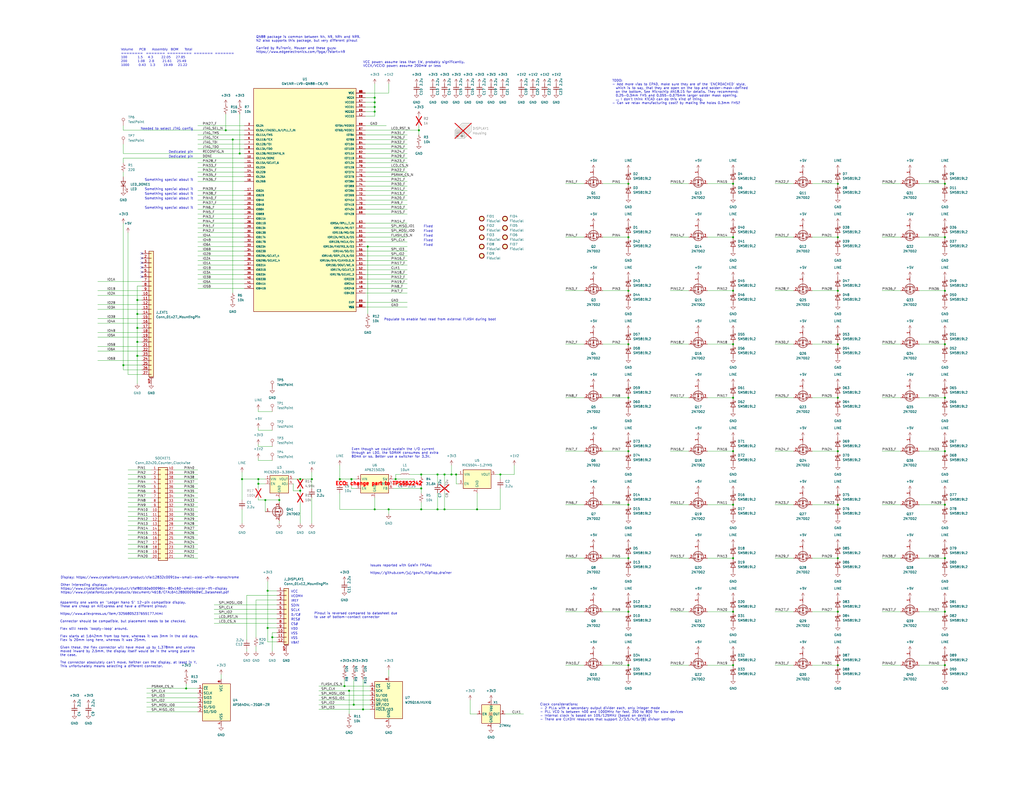
<source format=kicad_sch>
(kicad_sch (version 20231120) (generator "eeschema") (generator_version "8.0")
  (paper "C")
  (title_block (title "UNIC 40") (date "2023-11-24") (rev "1.0") (company "Modular Circuits"))
  (junction (at 242.57 259.08))
  (junction (at 655.32 199.39))
  (junction (at 753.11 265.43))
  (junction (at 146.05 342.9))
  (junction (at 204.47 60.96))
  (junction (at 342.9 100.33))
  (junction (at 132.08 261.62))
  (junction (at 229.87 278.13))
  (junction (at 74.93 171.45))
  (junction (at 74.93 163.83))
  (junction (at 342.9 246.38))
  (junction (at 760.73 265.43))
  (junction (at 515.62 334.01))
  (junction (at 515.62 217.17))
  (junction (at 716.28 215.9))
  (junction (at 457.2 246.38))
  (junction (at 742.95 265.43))
  (junction (at 515.62 129.54))
  (junction (at 515.62 304.8))
  (junction (at 342.9 275.59))
  (junction (at 273.05 259.08))
  (junction (at 152.4 273.05))
  (junction (at 200.66 134.62))
  (junction (at 753.11 172.72))
  (junction (at 342.9 187.96))
  (junction (at 144.78 273.05))
  (junction (at 400.05 334.01))
  (junction (at 737.87 172.72))
  (junction (at 228.6 71.12))
  (junction (at 229.87 266.7))
  (junction (at 342.9 129.54))
  (junction (at 457.2 334.01))
  (junction (at 342.9 363.22))
  (junction (at 204.47 55.88))
  (junction (at 148.59 347.98))
  (junction (at 74.93 179.07))
  (junction (at 750.57 172.72))
  (junction (at 400.05 304.8))
  (junction (at 67.31 199.39))
  (junction (at 248.92 259.08))
  (junction (at 515.62 158.75))
  (junction (at 140.97 264.16))
  (junction (at 400.05 363.22))
  (junction (at 193.04 384.81))
  (junction (at 342.9 334.01))
  (junction (at 711.2 242.57))
  (junction (at 190.5 377.19))
  (junction (at 748.03 265.43))
  (junction (at 755.65 265.43))
  (junction (at 127 76.2))
  (junction (at 457.2 129.54))
  (junction (at 229.87 259.08))
  (junction (at 457.2 158.75))
  (junction (at 238.76 259.08))
  (junction (at 185.42 261.62))
  (junction (at 246.38 259.08))
  (junction (at 655.32 201.93))
  (junction (at 400.05 275.59))
  (junction (at 163.83 261.62))
  (junction (at 198.12 387.35))
  (junction (at 204.47 58.42))
  (junction (at 400.05 246.38))
  (junction (at 400.05 217.17))
  (junction (at 745.49 265.43))
  (junction (at 400.05 100.33))
  (junction (at 515.62 275.59))
  (junction (at 123.19 71.12))
  (junction (at 400.05 129.54))
  (junction (at 204.47 278.13))
  (junction (at 101.6 375.92))
  (junction (at 758.19 265.43))
  (junction (at 748.03 172.72))
  (junction (at 238.76 278.13))
  (junction (at 400.05 158.75))
  (junction (at 515.62 246.38))
  (junction (at 745.49 172.72))
  (junction (at 695.96 242.57))
  (junction (at 170.18 261.62))
  (junction (at 723.9 193.04))
  (junction (at 515.62 187.96))
  (junction (at 242.57 278.13))
  (junction (at 260.35 278.13))
  (junction (at 457.2 363.22))
  (junction (at 204.47 53.34))
  (junction (at 163.83 267.97))
  (junction (at 457.2 275.59))
  (junction (at 187.96 374.65))
  (junction (at 515.62 100.33))
  (junction (at 74.93 186.69))
  (junction (at 191.77 261.62))
  (junction (at 140.97 261.62))
  (junction (at 212.09 278.13))
  (junction (at 342.9 158.75))
  (junction (at 515.62 363.22))
  (junction (at 400.05 187.96))
  (junction (at 457.2 304.8))
  (junction (at 457.2 100.33))
  (junction (at 215.9 261.62))
  (junction (at 146.05 322.58))
  (junction (at 342.9 217.17))
  (junction (at 740.41 265.43))
  (junction (at 750.57 265.43))
  (junction (at 74.93 194.31))
  (junction (at 342.9 304.8))
  (junction (at 130.81 83.82))
  (junction (at 457.2 187.96))
  (junction (at 737.87 265.43))
  (junction (at 457.2 217.17))
  (no_connect (at 770.89 231.14))
  (no_connect (at 652.78 217.17))
  (no_connect (at 652.78 212.09))
  (no_connect (at 711.2 290.83))
  (no_connect (at 711.2 293.37))
  (no_connect (at 77.47 140.97))
  (no_connect (at 652.78 224.79))
  (no_connect (at 770.89 223.52))
  (no_connect (at 770.89 208.28))
  (no_connect (at 770.89 210.82))
  (no_connect (at 652.78 240.03))
  (no_connect (at 770.89 228.6))
  (no_connect (at 770.89 220.98))
  (no_connect (at 652.78 227.33))
  (no_connect (at 770.89 236.22))
  (no_connect (at 770.89 205.74))
  (no_connect (at 725.17 228.6))
  (no_connect (at 652.78 242.57))
  (no_connect (at 77.47 151.13))
  (no_connect (at 652.78 234.95))
  (no_connect (at 77.47 138.43))
  (no_connect (at 77.47 146.05))
  (no_connect (at 652.78 209.55))
  (no_connect (at 770.89 238.76))
  (no_connect (at 770.89 233.68))
  (no_connect (at 770.89 226.06))
  (no_connect (at 770.89 218.44))
  (no_connect (at 725.17 226.06))
  (no_connect (at 725.17 231.14))
  (no_connect (at 77.47 148.59))
  (no_connect (at 770.89 215.9))
  (no_connect (at 652.78 232.41))
  (no_connect (at 652.78 219.71))
  (no_connect (at 77.47 143.51))
  (wire (pts (xy 199.39 144.78) (xy 222.25 144.78)))
  (wire (pts (xy 107.95 106.68) (xy 133.35 106.68)))
  (wire (pts (xy 275.59 389.89) (xy 285.75 389.89)))
  (wire (pts (xy 69.85 269.24) (xy 82.55 269.24)))
  (wire (pts (xy 95.25 289.56) (xy 107.95 289.56)))
  (wire (pts (xy 200.66 134.62) (xy 222.25 134.62)))
  (wire (pts (xy 737.87 261.62) (xy 737.87 265.43)))
  (wire (pts (xy 655.32 201.93) (xy 655.32 204.47)))
  (wire (pts (xy 481.33 304.8) (xy 491.49 304.8)))
  (wire (pts (xy 146.05 342.9) (xy 151.13 342.9)))
  (wire (pts (xy 218.44 259.08) (xy 215.9 259.08)))
  (wire (pts (xy 669.29 210.82) (xy 725.17 210.82)))
  (wire (pts (xy 443.23 129.54) (xy 457.2 129.54)))
  (wire (pts (xy 365.76 363.22) (xy 375.92 363.22)))
  (wire (pts (xy 67.31 86.36) (xy 133.35 86.36)))
  (wire (pts (xy 204.47 271.78) (xy 204.47 278.13)))
  (wire (pts (xy 229.87 266.7) (xy 229.87 269.24)))
  (wire (pts (xy 107.95 88.9) (xy 133.35 88.9)))
  (wire (pts (xy 328.93 363.22) (xy 342.9 363.22)))
  (wire (pts (xy 191.77 261.62) (xy 194.31 261.62)))
  (wire (pts (xy 199.39 165.1) (xy 222.25 165.1)))
  (wire (pts (xy 123.19 62.23) (xy 123.19 71.12)))
  (wire (pts (xy 386.08 304.8) (xy 400.05 304.8)))
  (wire (pts (xy 139.7 327.66) (xy 139.7 347.98)))
  (wire (pts (xy 229.87 259.08) (xy 229.87 260.35)))
  (wire (pts (xy 140.97 264.16) (xy 140.97 266.7)))
  (wire (pts (xy 53.34 189.23) (xy 77.47 189.23)))
  (wire (pts (xy 260.35 269.24) (xy 260.35 278.13)))
  (wire (pts (xy 228.6 71.12) (xy 228.6 73.66)))
  (wire (pts (xy 163.83 274.32) (xy 163.83 285.75)))
  (wire (pts (xy 422.91 217.17) (xy 433.07 217.17)))
  (wire (pts (xy 204.47 45.72) (xy 204.47 53.34)))
  (wire (pts (xy 753.11 265.43) (xy 755.65 265.43)))
  (wire (pts (xy 95.25 297.18) (xy 107.95 297.18)))
  (wire (pts (xy 163.83 266.7) (xy 163.83 267.97)))
  (wire (pts (xy 386.08 158.75) (xy 400.05 158.75)))
  (wire (pts (xy 229.87 274.32) (xy 229.87 278.13)))
  (wire (pts (xy 685.8 189.23) (xy 652.78 189.23)))
  (wire (pts (xy 116.84 332.74) (xy 151.13 332.74)))
  (wire (pts (xy 77.47 156.21) (xy 74.93 156.21)))
  (wire (pts (xy 199.39 81.28) (xy 222.25 81.28)))
  (wire (pts (xy 53.34 168.91) (xy 77.47 168.91)))
  (wire (pts (xy 194.31 266.7) (xy 191.77 266.7)))
  (wire (pts (xy 723.9 193.04) (xy 723.9 172.72)))
  (wire (pts (xy 422.91 187.96) (xy 433.07 187.96)))
  (wire (pts (xy 199.39 73.66) (xy 222.25 73.66)))
  (wire (pts (xy 74.93 156.21) (xy 74.93 163.83)))
  (wire (pts (xy 67.31 83.82) (xy 130.81 83.82)))
  (wire (pts (xy 187.96 370.84) (xy 187.96 374.65)))
  (wire (pts (xy 308.61 217.17) (xy 318.77 217.17)))
  (wire (pts (xy 212.09 278.13) (xy 212.09 280.67)))
  (wire (pts (xy 671.83 208.28) (xy 671.83 199.39)))
  (wire (pts (xy 742.95 184.15) (xy 742.95 185.42)))
  (wire (pts (xy 308.61 129.54) (xy 318.77 129.54)))
  (wire (pts (xy 745.49 182.88) (xy 745.49 185.42)))
  (wire (pts (xy 695.96 242.57) (xy 695.96 248.92)))
  (wire (pts (xy 753.11 185.42) (xy 753.11 172.72)))
  (wire (pts (xy 140.97 234.95) (xy 140.97 233.68)))
  (wire (pts (xy 69.85 297.18) (xy 82.55 297.18)))
  (wire (pts (xy 365.76 304.8) (xy 375.92 304.8)))
  (wire (pts (xy 718.82 242.57) (xy 718.82 246.38)))
  (wire (pts (xy 199.39 50.8) (xy 212.09 50.8)))
  (wire (pts (xy 481.33 363.22) (xy 491.49 363.22)))
  (wire (pts (xy 199.39 78.74) (xy 222.25 78.74)))
  (wire (pts (xy 140.97 271.78) (xy 140.97 273.05)))
  (wire (pts (xy 716.28 167.64) (xy 716.28 182.88)))
  (wire (pts (xy 711.2 242.57) (xy 711.2 248.92)))
  (wire (pts (xy 250.19 264.16) (xy 248.92 264.16)))
  (wire (pts (xy 770.89 195.58) (xy 793.75 195.58)))
  (wire (pts (xy 101.6 373.38) (xy 101.6 375.92)))
  (wire (pts (xy 107.95 104.14) (xy 133.35 104.14)))
  (wire (pts (xy 229.87 265.43) (xy 229.87 266.7)))
  (wire (pts (xy 53.34 166.37) (xy 77.47 166.37)))
  (wire (pts (xy 711.2 288.29) (xy 723.9 288.29)))
  (wire (pts (xy 725.17 236.22) (xy 695.96 236.22)))
  (wire (pts (xy 116.84 337.82) (xy 151.13 337.82)))
  (wire (pts (xy 721.36 237.49) (xy 721.36 254)))
  (wire (pts (xy 655.32 199.39) (xy 671.83 199.39)))
  (wire (pts (xy 74.93 163.83) (xy 77.47 163.83)))
  (wire (pts (xy 758.19 261.62) (xy 758.19 265.43)))
  (wire (pts (xy 422.91 100.33) (xy 433.07 100.33)))
  (wire (pts (xy 214.63 261.62) (xy 215.9 261.62)))
  (wire (pts (xy 386.08 334.01) (xy 400.05 334.01)))
  (wire (pts (xy 95.25 304.8) (xy 107.95 304.8)))
  (wire (pts (xy 256.54 382.27) (xy 256.54 389.89)))
  (wire (pts (xy 199.39 71.12) (xy 228.6 71.12)))
  (wire (pts (xy 107.95 93.98) (xy 133.35 93.98)))
  (wire (pts (xy 69.85 292.1) (xy 82.55 292.1)))
  (wire (pts (xy 671.83 208.28) (xy 725.17 208.28)))
  (wire (pts (xy 199.39 109.22) (xy 222.25 109.22)))
  (wire (pts (xy 134.62 325.12) (xy 151.13 325.12)))
  (wire (pts (xy 74.93 163.83) (xy 74.93 171.45)))
  (wire (pts (xy 501.65 275.59) (xy 515.62 275.59)))
  (wire (pts (xy 77.47 204.47) (xy 69.85 204.47)))
  (wire (pts (xy 737.87 265.43) (xy 737.87 267.97)))
  (wire (pts (xy 750.57 172.72) (xy 750.57 185.42)))
  (wire (pts (xy 242.57 264.16) (xy 242.57 259.08)))
  (wire (pts (xy 702.31 200.66) (xy 725.17 200.66)))
  (wire (pts (xy 753.11 172.72) (xy 750.57 172.72)))
  (wire (pts (xy 95.25 261.62) (xy 107.95 261.62)))
  (wire (pts (xy 199.39 114.3) (xy 222.25 114.3)))
  (wire (pts (xy 308.61 246.38) (xy 318.77 246.38)))
  (wire (pts (xy 152.4 273.05) (xy 144.78 273.05)))
  (wire (pts (xy 199.39 76.2) (xy 222.25 76.2)))
  (wire (pts (xy 199.39 86.36) (xy 222.25 86.36)))
  (wire (pts (xy 95.25 264.16) (xy 107.95 264.16)))
  (wire (pts (xy 163.83 261.62) (xy 170.18 261.62)))
  (wire (pts (xy 737.87 265.43) (xy 740.41 265.43)))
  (wire (pts (xy 67.31 121.92) (xy 67.31 199.39)))
  (wire (pts (xy 148.59 347.98) (xy 148.59 355.6)))
  (wire (pts (xy 501.65 217.17) (xy 515.62 217.17)))
  (wire (pts (xy 146.05 322.58) (xy 151.13 322.58)))
  (wire (pts (xy 107.95 154.94) (xy 133.35 154.94)))
  (wire (pts (xy 80.01 375.92) (xy 101.6 375.92)))
  (wire (pts (xy 481.33 246.38) (xy 491.49 246.38)))
  (wire (pts (xy 53.34 158.75) (xy 77.47 158.75)))
  (wire (pts (xy 260.35 389.89) (xy 256.54 389.89)))
  (wire (pts (xy 704.85 247.65) (xy 704.85 254)))
  (wire (pts (xy 139.7 327.66) (xy 151.13 327.66)))
  (wire (pts (xy 173.99 384.81) (xy 193.04 384.81)))
  (wire (pts (xy 386.08 275.59) (xy 400.05 275.59)))
  (wire (pts (xy 737.87 177.8) (xy 737.87 172.72)))
  (wire (pts (xy 69.85 259.08) (xy 82.55 259.08)))
  (wire (pts (xy 148.59 251.46) (xy 140.97 251.46)))
  (wire (pts (xy 152.4 284.48) (xy 152.4 285.75)))
  (wire (pts (xy 748.03 261.62) (xy 748.03 265.43)))
  (wire (pts (xy 199.39 134.62) (xy 200.66 134.62)))
  (wire (pts (xy 683.26 247.65) (xy 683.26 220.98)))
  (wire (pts (xy 69.85 276.86) (xy 82.55 276.86)))
  (wire (pts (xy 134.62 325.12) (xy 134.62 349.25)))
  (wire (pts (xy 148.59 345.44) (xy 148.59 347.98)))
  (wire (pts (xy 212.09 45.72) (xy 212.09 50.8)))
  (wire (pts (xy 107.95 149.86) (xy 133.35 149.86)))
  (wire (pts (xy 95.25 276.86) (xy 107.95 276.86)))
  (wire (pts (xy 212.09 278.13) (xy 229.87 278.13)))
  (wire (pts (xy 140.97 273.05) (xy 144.78 273.05)))
  (wire (pts (xy 69.85 302.26) (xy 82.55 302.26)))
  (wire (pts (xy 204.47 53.34) (xy 199.39 53.34)))
  (wire (pts (xy 199.39 149.86) (xy 222.25 149.86)))
  (wire (pts (xy 238.76 278.13) (xy 242.57 278.13)))
  (wire (pts (xy 199.39 142.24) (xy 222.25 142.24)))
  (wire (pts (xy 365.76 334.01) (xy 375.92 334.01)))
  (wire (pts (xy 655.32 196.85) (xy 655.32 199.39)))
  (wire (pts (xy 725.17 193.04) (xy 723.9 193.04)))
  (wire (pts (xy 80.01 378.46) (xy 107.95 378.46)))
  (wire (pts (xy 328.93 187.96) (xy 342.9 187.96)))
  (wire (pts (xy 69.85 284.48) (xy 82.55 284.48)))
  (wire (pts (xy 260.35 278.13) (xy 273.05 278.13)))
  (wire (pts (xy 443.23 304.8) (xy 457.2 304.8)))
  (wire (pts (xy 199.39 152.4) (xy 222.25 152.4)))
  (wire (pts (xy 139.7 353.06) (xy 139.7 355.6)))
  (wire (pts (xy 753.11 167.64) (xy 753.11 172.72)))
  (wire (pts (xy 328.93 100.33) (xy 342.9 100.33)))
  (wire (pts (xy 422.91 275.59) (xy 433.07 275.59)))
  (wire (pts (xy 695.96 242.57) (xy 701.04 242.57)))
  (wire (pts (xy 140.97 224.79) (xy 140.97 223.52)))
  (wire (pts (xy 422.91 304.8) (xy 433.07 304.8)))
  (wire (pts (xy 107.95 142.24) (xy 133.35 142.24)))
  (wire (pts (xy 67.31 93.98) (xy 67.31 96.52)))
  (wire (pts (xy 742.95 261.62) (xy 742.95 265.43)))
  (wire (pts (xy 107.95 137.16) (xy 133.35 137.16)))
  (wire (pts (xy 770.89 193.04) (xy 793.75 193.04)))
  (wire (pts (xy 708.66 203.2) (xy 708.66 224.79)))
  (wire (pts (xy 163.83 267.97) (xy 163.83 269.24)))
  (wire (pts (xy 690.88 293.37) (xy 678.18 293.37)))
  (wire (pts (xy 725.17 203.2) (xy 708.66 203.2)))
  (wire (pts (xy 120.65 368.3) (xy 120.65 370.84)))
  (wire (pts (xy 95.25 269.24) (xy 107.95 269.24)))
  (wire (pts (xy 199.39 68.58) (xy 210.82 68.58)))
  (wire (pts (xy 107.95 152.4) (xy 133.35 152.4)))
  (wire (pts (xy 308.61 334.01) (xy 318.77 334.01)))
  (wire (pts (xy 53.34 176.53) (xy 77.47 176.53)))
  (wire (pts (xy 199.39 91.44) (xy 222.25 91.44)))
  (wire (pts (xy 95.25 271.78) (xy 107.95 271.78)))
  (wire (pts (xy 745.49 265.43) (xy 748.03 265.43)))
  (wire (pts (xy 199.39 157.48) (xy 222.25 157.48)))
  (wire (pts (xy 737.87 182.88) (xy 737.87 184.15)))
  (wire (pts (xy 185.42 269.24) (xy 185.42 278.13)))
  (wire (pts (xy 107.95 139.7) (xy 133.35 139.7)))
  (wire (pts (xy 745.49 172.72) (xy 748.03 172.72)))
  (wire (pts (xy 95.25 266.7) (xy 107.95 266.7)))
  (wire (pts (xy 328.93 334.01) (xy 342.9 334.01)))
  (wire (pts (xy 273.05 259.08) (xy 273.05 261.62)))
  (wire (pts (xy 481.33 100.33) (xy 491.49 100.33)))
  (wire (pts (xy 760.73 261.62) (xy 760.73 265.43)))
  (wire (pts (xy 443.23 246.38) (xy 457.2 246.38)))
  (wire (pts (xy 133.35 83.82) (xy 130.81 83.82)))
  (wire (pts (xy 248.92 264.16) (xy 248.92 259.08)))
  (wire (pts (xy 74.93 171.45) (xy 77.47 171.45)))
  (wire (pts (xy 701.04 177.8) (xy 701.04 184.15)))
  (wire (pts (xy 443.23 187.96) (xy 457.2 187.96)))
  (wire (pts (xy 123.19 71.12) (xy 133.35 71.12)))
  (wire (pts (xy 669.29 210.82) (xy 669.29 201.93)))
  (wire (pts (xy 273.05 266.7) (xy 273.05 278.13)))
  (wire (pts (xy 223.52 259.08) (xy 229.87 259.08)))
  (wire (pts (xy 107.95 78.74) (xy 133.35 78.74)))
  (wire (pts (xy 185.42 254) (xy 185.42 261.62)))
  (wire (pts (xy 69.85 289.56) (xy 82.55 289.56)))
  (wire (pts (xy 676.91 191.77) (xy 652.78 191.77)))
  (wire (pts (xy 173.99 374.65) (xy 187.96 374.65)))
  (wire (pts (xy 308.61 275.59) (xy 318.77 275.59)))
  (wire (pts (xy 170.18 285.75) (xy 170.18 271.78)))
  (wire (pts (xy 193.04 370.84) (xy 193.04 384.81)))
  (wire (pts (xy 190.5 377.19) (xy 201.93 377.19)))
  (wire (pts (xy 443.23 275.59) (xy 457.2 275.59)))
  (wire (pts (xy 77.47 199.39) (xy 67.31 199.39)))
  (wire (pts (xy 152.4 273.05) (xy 152.4 274.32)))
  (wire (pts (xy 200.66 134.62) (xy 200.66 171.45)))
  (wire (pts (xy 204.47 55.88) (xy 204.47 53.34)))
  (wire (pts (xy 74.93 171.45) (xy 74.93 179.07)))
  (wire (pts (xy 74.93 194.31) (xy 74.93 209.55)))
  (wire (pts (xy 116.84 335.28) (xy 151.13 335.28)))
  (wire (pts (xy 140.97 261.62) (xy 140.97 264.16)))
  (wire (pts (xy 501.65 129.54) (xy 515.62 129.54)))
  (wire (pts (xy 107.95 127) (xy 133.35 127)))
  (wire (pts (xy 67.31 86.36) (xy 67.31 88.9)))
  (wire (pts (xy 53.34 196.85) (xy 77.47 196.85)))
  (wire (pts (xy 148.59 224.79) (xy 140.97 224.79)))
  (wire (pts (xy 95.25 294.64) (xy 107.95 294.64)))
  (wire (pts (xy 199.39 129.54) (xy 222.25 129.54)))
  (wire (pts (xy 95.25 281.94) (xy 107.95 281.94)))
  (wire (pts (xy 365.76 187.96) (xy 375.92 187.96)))
  (wire (pts (xy 53.34 191.77) (xy 77.47 191.77)))
  (wire (pts (xy 716.28 187.96) (xy 716.28 215.9)))
  (wire (pts (xy 365.76 246.38) (xy 375.92 246.38)))
  (wire (pts (xy 80.01 383.54) (xy 107.95 383.54)))
  (wire (pts (xy 215.9 261.62) (xy 226.06 261.62)))
  (wire (pts (xy 199.39 147.32) (xy 222.25 147.32)))
  (wire (pts (xy 742.95 265.43) (xy 745.49 265.43)))
  (wire (pts (xy 443.23 158.75) (xy 457.2 158.75)))
  (wire (pts (xy 132.08 257.81) (xy 132.08 261.62)))
  (wire (pts (xy 173.99 382.27) (xy 201.93 382.27)))
  (wire (pts (xy 443.23 334.01) (xy 457.2 334.01)))
  (wire (pts (xy 199.39 101.6) (xy 222.25 101.6)))
  (wire (pts (xy 481.33 334.01) (xy 491.49 334.01)))
  (wire (pts (xy 695.96 236.22) (xy 695.96 242.57)))
  (wire (pts (xy 501.65 334.01) (xy 515.62 334.01)))
  (wire (pts (xy 238.76 269.24) (xy 238.76 278.13)))
  (wire (pts (xy 228.6 68.58) (xy 228.6 71.12)))
  (wire (pts (xy 204.47 63.5) (xy 204.47 60.96)))
  (wire (pts (xy 69.85 266.7) (xy 82.55 266.7)))
  (wire (pts (xy 685.8 189.23) (xy 685.8 195.58)))
  (wire (pts (xy 53.34 173.99) (xy 77.47 173.99)))
  (wire (pts (xy 702.31 224.79) (xy 702.31 200.66)))
  (wire (pts (xy 422.91 129.54) (xy 433.07 129.54)))
  (wire (pts (xy 107.95 134.62) (xy 133.35 134.62)))
  (wire (pts (xy 107.95 91.44) (xy 133.35 91.44)))
  (wire (pts (xy 146.05 342.9) (xy 146.05 350.52)))
  (wire (pts (xy 140.97 261.62) (xy 144.78 261.62)))
  (wire (pts (xy 229.87 259.08) (xy 238.76 259.08)))
  (wire (pts (xy 95.25 274.32) (xy 107.95 274.32)))
  (wire (pts (xy 146.05 322.58) (xy 146.05 342.9)))
  (wire (pts (xy 160.02 264.16) (xy 160.02 267.97)))
  (wire (pts (xy 116.84 340.36) (xy 151.13 340.36)))
  (wire (pts (xy 69.85 304.8) (xy 82.55 304.8)))
  (wire (pts (xy 199.39 111.76) (xy 222.25 111.76)))
  (wire (pts (xy 95.25 292.1) (xy 107.95 292.1)))
  (wire (pts (xy 107.95 73.66) (xy 133.35 73.66)))
  (wire (pts (xy 74.93 179.07) (xy 77.47 179.07)))
  (wire (pts (xy 95.25 287.02) (xy 107.95 287.02)))
  (wire (pts (xy 755.65 261.62) (xy 755.65 265.43)))
  (wire (pts (xy 69.85 294.64) (xy 82.55 294.64)))
  (wire (pts (xy 242.57 259.08) (xy 238.76 259.08)))
  (wire (pts (xy 95.25 256.54) (xy 107.95 256.54)))
  (wire (pts (xy 212.09 365.76) (xy 212.09 369.57)))
  (wire (pts (xy 652.78 184.15) (xy 674.37 184.15)))
  (wire (pts (xy 173.99 387.35) (xy 198.12 387.35)))
  (wire (pts (xy 365.76 158.75) (xy 375.92 158.75)))
  (wire (pts (xy 422.91 246.38) (xy 433.07 246.38)))
  (wire (pts (xy 53.34 181.61) (xy 77.47 181.61)))
  (wire (pts (xy 193.04 384.81) (xy 201.93 384.81)))
  (wire (pts (xy 199.39 106.68) (xy 222.25 106.68)))
  (wire (pts (xy 328.93 246.38) (xy 342.9 246.38)))
  (wire (pts (xy 74.93 186.69) (xy 74.93 194.31)))
  (wire (pts (xy 95.25 259.08) (xy 107.95 259.08)))
  (wire (pts (xy 365.76 129.54) (xy 375.92 129.54)))
  (wire (pts (xy 248.92 259.08) (xy 250.19 259.08)))
  (wire (pts (xy 481.33 129.54) (xy 491.49 129.54)))
  (wire (pts (xy 386.08 187.96) (xy 400.05 187.96)))
  (wire (pts (xy 748.03 265.43) (xy 750.57 265.43)))
  (wire (pts (xy 130.81 62.23) (xy 130.81 83.82)))
  (wire (pts (xy 199.39 121.92) (xy 222.25 121.92)))
  (wire (pts (xy 170.18 261.62) (xy 170.18 266.7)))
  (wire (pts (xy 146.05 317.5) (xy 146.05 322.58)))
  (wire (pts (xy 652.78 204.47) (xy 655.32 204.47)))
  (wire (pts (xy 185.42 261.62) (xy 185.42 264.16)))
  (wire (pts (xy 652.78 199.39) (xy 655.32 199.39)))
  (wire (pts (xy 481.33 217.17) (xy 491.49 217.17)))
  (wire (pts (xy 69.85 271.78) (xy 82.55 271.78)))
  (wire (pts (xy 328.93 275.59) (xy 342.9 275.59)))
  (wire (pts (xy 725.17 198.12) (xy 723.9 198.12)))
  (wire (pts (xy 198.12 370.84) (xy 198.12 387.35)))
  (wire (pts (xy 132.08 285.75) (xy 132.08 278.13)))
  (wire (pts (xy 755.65 265.43) (xy 758.19 265.43)))
  (wire (pts (xy 107.95 129.54) (xy 133.35 129.54)))
  (wire (pts (xy 69.85 127) (xy 69.85 204.47)))
  (wire (pts (xy 308.61 304.8) (xy 318.77 304.8)))
  (wire (pts (xy 199.39 167.64) (xy 222.25 167.64)))
  (wire (pts (xy 215.9 259.08) (xy 215.9 261.62)))
  (wire (pts (xy 80.01 388.62) (xy 107.95 388.62)))
  (wire (pts (xy 229.87 278.13) (xy 238.76 278.13)))
  (wire (pts (xy 443.23 363.22) (xy 457.2 363.22)))
  (wire (pts (xy 107.95 111.76) (xy 133.35 111.76)))
  (wire (pts (xy 770.89 203.2) (xy 793.75 203.2)))
  (wire (pts (xy 678.18 288.29) (xy 690.88 288.29)))
  (wire (pts (xy 740.41 265.43) (xy 742.95 265.43)))
  (wire (pts (xy 770.89 198.12) (xy 793.75 198.12)))
  (wire (pts (xy 246.38 254) (xy 246.38 259.08)))
  (wire (pts (xy 199.39 132.08) (xy 222.25 132.08)))
  (wire (pts (xy 107.95 114.3) (xy 133.35 114.3)))
  (wire (pts (xy 716.28 224.79) (xy 716.28 215.9)))
  (wire (pts (xy 144.78 273.05) (xy 144.78 279.4)))
  (wire (pts (xy 173.99 377.19) (xy 190.5 377.19)))
  (wire (pts (xy 481.33 158.75) (xy 491.49 158.75)))
  (wire (pts (xy 69.85 274.32) (xy 82.55 274.32)))
  (wire (pts (xy 280.67 259.08) (xy 280.67 254)))
  (wire (pts (xy 107.95 121.92) (xy 133.35 121.92)))
  (wire (pts (xy 132.08 273.05) (xy 132.08 261.62)))
  (wire (pts (xy 107.95 96.52) (xy 133.35 96.52)))
  (wire (pts (xy 270.51 259.08) (xy 273.05 259.08)))
  (wire (pts (xy 365.76 100.33) (xy 375.92 100.33)))
  (wire (pts (xy 69.85 299.72) (xy 82.55 299.72)))
  (wire (pts (xy 199.39 96.52) (xy 222.25 96.52)))
  (wire (pts (xy 107.95 147.32) (xy 133.35 147.32)))
  (wire (pts (xy 308.61 187.96) (xy 318.77 187.96)))
  (wire (pts (xy 80.01 381) (xy 107.95 381)))
  (wire (pts (xy 144.78 264.16) (xy 140.97 264.16)))
  (wire (pts (xy 708.66 242.57) (xy 711.2 242.57)))
  (wire (pts (xy 199.39 55.88) (xy 204.47 55.88)))
  (wire (pts (xy 80.01 386.08) (xy 107.95 386.08)))
  (wire (pts (xy 386.08 246.38) (xy 400.05 246.38)))
  (wire (pts (xy 501.65 187.96) (xy 515.62 187.96)))
  (wire (pts (xy 443.23 217.17) (xy 457.2 217.17)))
  (wire (pts (xy 199.39 93.98) (xy 222.25 93.98)))
  (wire (pts (xy 246.38 259.08) (xy 248.92 259.08)))
  (wire (pts (xy 386.08 129.54) (xy 400.05 129.54)))
  (wire (pts (xy 501.65 158.75) (xy 515.62 158.75)))
  (wire (pts (xy 204.47 58.42) (xy 204.47 55.88)))
  (wire (pts (xy 148.59 243.84) (xy 140.97 243.84)))
  (wire (pts (xy 199.39 160.02) (xy 222.25 160.02)))
  (wire (pts (xy 190.5 389.89) (xy 190.5 377.19)))
  (wire (pts (xy 69.85 256.54) (xy 82.55 256.54)))
  (wire (pts (xy 107.95 132.08) (xy 133.35 132.08)))
  (wire (pts (xy 95.25 284.48) (xy 107.95 284.48)))
  (wire (pts (xy 760.73 265.43) (xy 763.27 265.43)))
  (wire (pts (xy 308.61 363.22) (xy 318.77 363.22)))
  (wire (pts (xy 199.39 104.14) (xy 222.25 104.14)))
  (wire (pts (xy 67.31 71.12) (xy 123.19 71.12)))
  (wire (pts (xy 443.23 100.33) (xy 457.2 100.33)))
  (wire (pts (xy 160.02 261.62) (xy 163.83 261.62)))
  (wire (pts (xy 328.93 158.75) (xy 342.9 158.75)))
  (wire (pts (xy 187.96 374.65) (xy 201.93 374.65)))
  (wire (pts (xy 53.34 161.29) (xy 77.47 161.29)))
  (wire (pts (xy 101.6 375.92) (xy 107.95 375.92)))
  (wire (pts (xy 107.95 124.46) (xy 133.35 124.46)))
  (wire (pts (xy 151.13 347.98) (xy 148.59 347.98)))
  (wire (pts (xy 655.32 201.93) (xy 669.29 201.93)))
  (wire (pts (xy 199.39 58.42) (xy 204.47 58.42)))
  (wire (pts (xy 328.93 304.8) (xy 342.9 304.8)))
  (wire (pts (xy 758.19 265.43) (xy 760.73 265.43)))
  (wire (pts (xy 745.49 261.62) (xy 745.49 265.43)))
  (wire (pts (xy 748.03 172.72) (xy 748.03 185.42)))
  (wire (pts (xy 652.78 196.85) (xy 655.32 196.85)))
  (wire (pts (xy 501.65 304.8) (xy 515.62 304.8)))
  (wire (pts (xy 204.47 278.13) (xy 212.09 278.13)))
  (wire (pts (xy 199.39 139.7) (xy 222.25 139.7)))
  (wire (pts (xy 151.13 345.44) (xy 148.59 345.44)))
  (wire (pts (xy 501.65 363.22) (xy 515.62 363.22)))
  (wire (pts (xy 53.34 153.67) (xy 77.47 153.67)))
  (wire (pts (xy 198.12 387.35) (xy 201.93 387.35)))
  (wire (pts (xy 132.08 261.62) (xy 140.97 261.62)))
  (wire (pts (xy 422.91 158.75) (xy 433.07 158.75)))
  (wire (pts (xy 191.77 261.62) (xy 185.42 261.62)))
  (wire (pts (xy 95.25 302.26) (xy 107.95 302.26)))
  (wire (pts (xy 69.85 281.94) (xy 82.55 281.94)))
  (wire (pts (xy 185.42 278.13) (xy 204.47 278.13)))
  (wire (pts (xy 148.59 234.95) (xy 140.97 234.95)))
  (wire (pts (xy 199.39 99.06) (xy 222.25 99.06)))
  (wire (pts (xy 199.39 137.16) (xy 222.25 137.16)))
  (wire (pts (xy 745.49 172.72) (xy 737.87 172.72)))
  (wire (pts (xy 678.18 285.75) (xy 690.88 285.75)))
  (wire (pts (xy 723.9 198.12) (xy 723.9 193.04)))
  (wire (pts (xy 152.4 271.78) (xy 152.4 273.05)))
  (wire (pts (xy 753.11 261.62) (xy 753.11 265.43)))
  (wire (pts (xy 422.91 363.22) (xy 433.07 363.22)))
  (wire (pts (xy 481.33 187.96) (xy 491.49 187.96)))
  (wire (pts (xy 308.61 100.33) (xy 318.77 100.33)))
  (wire (pts (xy 199.39 116.84) (xy 222.25 116.84)))
  (wire (pts (xy 386.08 100.33) (xy 400.05 100.33)))
  (wire (pts (xy 107.95 68.58) (xy 133.35 68.58)))
  (wire (pts (xy 676.91 191.77) (xy 676.91 195.58)))
  (wire (pts (xy 723.9 172.72) (xy 737.87 172.72)))
  (wire (pts (xy 67.31 78.74) (xy 67.31 83.82)))
  (wire (pts (xy 683.26 220.98) (xy 725.17 220.98)))
  (wire (pts (xy 422.91 334.01) (xy 433.07 334.01)))
  (wire (pts (xy 223.52 264.16) (xy 226.06 264.16)))
  (wire (pts (xy 107.95 76.2) (xy 127 76.2)))
  (wire (pts (xy 386.08 217.17) (xy 400.05 217.17)))
  (wire (pts (xy 629.92 251.46) (xy 629.92 250.19)))
  (wire (pts (xy 199.39 88.9) (xy 222.25 88.9)))
  (wire (pts (xy 133.35 76.2) (xy 127 76.2)))
  (wire (pts (xy 107.95 144.78) (xy 133.35 144.78)))
  (wire (pts (xy 365.76 217.17) (xy 375.92 217.17)))
  (wire (pts (xy 53.34 184.15) (xy 77.47 184.15)))
  (wire (pts (xy 199.39 127) (xy 222.25 127)))
  (wire (pts (xy 127 76.2) (xy 127 160.02)))
  (wire (pts (xy 238.76 259.08) (xy 238.76 264.16)))
  (wire (pts (xy 763.27 265.43) (xy 763.27 261.62)))
  (wire (pts (xy 199.39 154.94) (xy 222.25 154.94)))
  (wire (pts (xy 770.89 200.66) (xy 793.75 200.66)))
  (wire (pts (xy 199.39 83.82) (xy 222.25 83.82)))
  (wire (pts (xy 95.25 279.4) (xy 107.95 279.4)))
  (wire (pts (xy 67.31 201.93) (xy 67.31 199.39)))
  (wire (pts (xy 191.77 266.7) (xy 191.77 261.62)))
  (wire (pts (xy 69.85 261.62) (xy 82.55 261.62)))
  (wire (pts (xy 711.2 242.57) (xy 718.82 242.57)))
  (wire (pts (xy 652.78 201.93) (xy 655.32 201.93)))
  (wire (pts (xy 681.99 184.15) (xy 701.04 184.15)))
  (wire (pts (xy 750.57 261.62) (xy 750.57 265.43)))
  (wire (pts (xy 107.95 157.48) (xy 133.35 157.48)))
  (wire (pts (xy 214.63 266.7) (xy 229.87 266.7)))
  (wire (pts (xy 690.88 290.83) (xy 678.18 290.83)))
  (wire (pts (xy 242.57 269.24) (xy 242.57 278.13)))
  (wire (pts (xy 74.93 179.07) (xy 74.93 186.69)))
  (wire (pts (xy 501.65 246.38) (xy 515.62 246.38)))
  (wire (pts (xy 328.93 129.54) (xy 342.9 129.54)))
  (wire (pts (xy 107.95 116.84) (xy 133.35 116.84)))
  (wire (pts (xy 683.26 252.73) (xy 683.26 254)))
  (wire (pts (xy 214.63 264.16) (xy 218.44 264.16)))
  (wire (pts (xy 107.95 109.22) (xy 133.35 109.22)))
  (wire (pts (xy 750.57 172.72) (xy 748.03 172.72)))
  (wire (pts (xy 69.85 287.02) (xy 82.55 287.02)))
  (wire (pts (xy 69.85 279.4) (xy 82.55 279.4)))
  (wire (pts (xy 273.05 259.08) (xy 280.67 259.08)))
  (wire (pts (xy 204.47 60.96) (xy 204.47 58.42)))
  (wire (pts (xy 140.97 243.84) (xy 140.97 242.57)))
  (wire (pts (xy 95.25 299.72) (xy 107.95 299.72)))
  (wire (pts (xy 711.2 285.75) (xy 723.9 285.75)))
  (wire (pts (xy 160.02 267.97) (xy 163.83 267.97)))
  (wire (pts (xy 107.95 99.06) (xy 133.35 99.06)))
  (wire (pts (xy 365.76 275.59) (xy 375.92 275.59)))
  (wire (pts (xy 151.13 350.52) (xy 146.05 350.52)))
  (wire (pts (xy 308.61 158.75) (xy 318.77 158.75)))
  (wire (pts (xy 242.57 278.13) (xy 260.35 278.13)))
  (wire (pts (xy 140.97 251.46) (xy 140.97 250.19)))
  (wire (pts (xy 199.39 60.96) (xy 204.47 60.96)))
  (wire (pts (xy 173.99 379.73) (xy 201.93 379.73)))
  (wire (pts (xy 750.57 265.43) (xy 753.11 265.43)))
  (wire (pts (xy 501.65 100.33) (xy 515.62 100.33)))
  (wire (pts (xy 74.93 186.69) (xy 77.47 186.69)))
  (wire (pts (xy 69.85 264.16) (xy 82.55 264.16)))
  (wire (pts (xy 718.82 246.38) (xy 725.17 246.38)))
  (wire (pts (xy 77.47 201.93) (xy 67.31 201.93)))
  (wire (pts (xy 386.08 363.22) (xy 400.05 363.22)))
  (wire (pts (xy 737.87 184.15) (xy 742.95 184.15)))
  (wire (pts (xy 67.31 68.58) (xy 67.31 71.12)))
  (wire (pts (xy 637.54 251.46) (xy 637.54 250.19)))
  (wire (pts (xy 170.18 261.62) (xy 170.18 257.81)))
  (wire (pts (xy 199.39 63.5) (xy 204.47 63.5)))
  (wire (pts (xy 226.06 264.16) (xy 226.06 261.62)))
  (wire (pts (xy 716.28 215.9) (xy 725.17 215.9)))
  (wire (pts (xy 481.33 275.59) (xy 491.49 275.59)))
  (wire (pts (xy 704.85 237.49) (xy 721.36 237.49)))
  (wire (pts (xy 107.95 81.28) (xy 133.35 81.28)))
  (wire (pts (xy 74.93 194.31) (xy 77.47 194.31)))
  (wire (pts (xy 199.39 124.46) (xy 222.25 124.46)))
  (wire (pts (xy 745.49 172.72) (xy 745.49 177.8)))
  (wire (pts (xy 134.62 354.33) (xy 134.62 355.6)))
  (wire (pts (xy 242.57 259.08) (xy 246.38 259.08)))
  (wire (pts (xy 740.41 261.62) (xy 740.41 265.43)))
  (wire (pts (xy 107.95 119.38) (xy 133.35 119.38)))
  (wire (pts (xy 116.84 330.2) (xy 151.13 330.2)))
  (wire (pts (xy 328.93 217.17) (xy 342.9 217.17)))
  (text "Issues reported with GoWin FPGAs:\n\nhttps://github.com/juj/gowin_flipflop_drainer" (at 201.93 313.69 0) (effects (font (size 1.27 1.27)) (justify left bottom)))
  (text "Populate to enable fast read from external FLASH during boot" (at 209.55 175.26 0) (effects (font (size 1.27 1.27)) (justify left bottom)))
  (text "Pinout is reversed compared to datasheet due\nto use of bottom-contact connector" (at 171.45 337.82 0) (effects (font (size 1.27 1.27)) (justify left bottom)))
  (text "Fixed" (at 231.14 134.62 0) (effects (font (size 1.27 1.27)) (justify left bottom)))
  (text "Something special about it" (at 105.41 109.22 0) (effects (font (size 1.27 1.27)) (justify right bottom)))
  (text "CS#" (at 158.75 341.63 0) (effects (font (size 1.27 1.27)) (justify left bottom)))
  (text "TODO:\n- Add more vias to EPAD, make sure they are of the 'ENCROACHED' style,\n  which is to say, that they are open on the top and solder-mask-defined\n  on the bottom. See Microchip AN18.15 for details. They recommend:\n  0.25-0.3mm FHS and 0.055-0.075mm larger solder mask opening.\n  ... I don't think KiCAD can do this kind of thing.\n- Can we relax manufacturing cost? by making the holes 0.3mm FHS?" (at 334.01 57.15 0) (effects (font (size 1.27 1.27)) (justify left bottom)))
  (text "VCC" (at 158.75 323.85 0) (effects (font (size 1.27 1.27)) (justify left bottom)))
  (text "Volume      PCB      Assembly   BOM      Total\n========   =======  =========  =======  =======\n100          1.5     4.3        22.05     27.85\n200          1.08    2.8        21.61     25.49\n1000         0.43    1.3        19.49     21.22" (at 66.04 36.83 0) (effects (font (size 1.27 1.27)) (justify left bottom)))
  (text "VSS" (at 158.75 349.25 0) (effects (font (size 1.27 1.27)) (justify left bottom)))
  (text "Something special about it" (at 105.41 114.3 0) (effects (font (size 1.27 1.27)) (justify right bottom)))
  (text "VCC power: assume less than 1W, probably significantly.\nVCCX/VCCIO power: assume 200mW or less" (at 198.12 36.83 0) (effects (font (size 1.27 1.27)) (justify left bottom)))
  (text "Apparently one wants an \"Ledger Nano S\" 12-pin compatible display.\nThese are cheap on AliExpress and have a different pinout:\n\nhttps://www.aliexpress.us/item/3256805237655177.html\n\nConnector should be compatible, but placement needs to be checked.\n\nFlex still needs 'loopty-loop' around.\n\nFlex starts at 1.642mm from top here, whereas it was 3mm in the old days.\nFlex is 20mm long here, whereas it was 25mm.\n\nGiven these, the flex connector will have move up by 1.378mm and unless\nmoved inward by 2.5mm, the display itself would be in the wrong place in\nthe case.\n\nThe connector absolutely can't move. Neither can the display, at least in Y.\nThis unfortunately means selecting a different connector." (at 32.766 328.422 0) (effects (font (size 1.27 1.27)) (justify left top)))
  (text "SCLK" (at 158.75 334.01 0) (effects (font (size 1.27 1.27)) (justify left bottom)))
  (text "Fixed" (at 231.14 129.54 0) (effects (font (size 1.27 1.27)) (justify left bottom)))
  (text "Clock considerations:\n- 2 PLLs with a secondary output divider each, only integer mode\n- PLL VCO is between 400 and 1000MHz for fast, 350 to 800 for slow devices\n- Internal clock is based on 105/125MHz (based on device)\n- There are CLKDIV resources that support 2/3.5/4/5/(8) divisor settings" (at 294.64 393.7 0) (effects (font (size 1.27 1.27)) (justify left bottom)))
  (text "Even though we could sustain the I/O current\nthrough an LDO, the SDRAM consumes and extra\n80mA or so. Better use a switcher for 3.3V." (at 191.77 250.19 0) (effects (font (size 1.27 1.27)) (justify left bottom)))
  (text "Dedicated pin" (at 105.41 86.36 0) (effects (font (size 1.27 1.27)) (justify right bottom)))
  (text "There are better connectors, where the appropriate pins are pre-combined\nmaking PCB design easier. Need some checking for availability." (at 652.272 164.592 0) (effects (font (size 1.27 1.27))))
  (text "Fixed" (at 231.14 132.08 0) (effects (font (size 1.27 1.27)) (justify left bottom)))
  (text "VDD" (at 158.75 344.17 0) (effects (font (size 1.27 1.27)) (justify left bottom)))
  (text "RES#" (at 158.75 339.09 0) (effects (font (size 1.27 1.27)) (justify left bottom)))
  (text "Something special about it" (at 105.41 104.14 0) (effects (font (size 1.27 1.27)) (justify right bottom)))
  (text "SDIN" (at 158.75 331.47 0) (effects (font (size 1.27 1.27)) (justify left bottom)))
  (text "Needed to select JTAG config" (at 105.41 71.12 0) (effects (font (size 1.27 1.27)) (justify right bottom)))
  (text "VCOMH" (at 158.75 326.39 0) (effects (font (size 1.27 1.27)) (justify left bottom)))
  (text "Something special about it" (at 105.41 99.06 0) (effects (font (size 1.27 1.27)) (justify right bottom)))
  (text "IREF" (at 158.75 328.93 0) (effects (font (size 1.27 1.27)) (justify left bottom)))
  (text "QN88 package is common between N4, N9, NR4 and NR9.\nN2 also supports this package, but very different pinout\n\nCarried by RuTronic, Mouser and these guys:\nhttps://www.edgeelectronics.com/fpga/?start=49\n" (at 139.7 29.21 0) (effects (font (size 1.27 1.27)) (justify left bottom)))
  (text "Fixed" (at 231.14 124.46 0) (effects (font (size 1.27 1.27)) (justify left bottom)))
  (text "Fixed" (at 231.14 127 0) (effects (font (size 1.27 1.27)) (justify left bottom)))
  (text "ECO: change part to TPS562242" (at 206.756 264.16 0) (effects (font (size 1.905 1.905) (thickness 0.762) (bold yes))))
  (text "Dedicated pin" (at 105.41 83.82 0) (effects (font (size 1.27 1.27)) (justify right bottom)))
  (text "D/C#" (at 158.75 336.55 0) (effects (font (size 1.27 1.27)) (justify left bottom)))
  (text "Display: https://www.crystalfontz.com/product/cfal12832c0091bw-small-oled-white-monochrome\n\nOther interesting displays:\nhttps://www.crystalfontz.com/product/cfaf80160a00096tn-80x160-small-color-tft-display\nhttps://www.crystalfontz.com/products/document/4618/CFAL64128B00096BWC_Datasheet.pdf\n\n" (at 33.02 326.39 0) (effects (font (size 1.27 1.27)) (justify left bottom)))
  (text "VSS" (at 158.75 346.71 0) (effects (font (size 1.27 1.27)) (justify left bottom)))
  (text "VBAT" (at 158.75 351.79 0) (effects (font (size 1.27 1.27)) (justify left bottom)))
  (text "Something special about it" (at 105.41 106.68 0) (effects (font (size 1.27 1.27)) (justify right bottom)))
  (label "PIN7" (at 74.93 271.78 0))
  (label "PIN22" (at 100.33 302.26 0))
  (label "PIN23_F" (at 213.36 88.9 0))
  (label "PIN22" (at 448.31 100.33 0))
  (label "LCD_RST_N" (at 119.38 337.82 0))
  (label "SPI_CLK" (at 119.38 332.74 0))
  (label "SPI_IO2" (at 82.55 383.54 0))
  (label "VBUS" (at 679.45 293.37 0))
  (label "RECONFIG_N" (at 110.49 83.82 0))
  (label "PIN9" (at 74.93 276.86 0))
  (label "PIN12_F" (at 365.76 158.75 0))
  (label "PIN26_F" (at 213.36 76.2 0))
  (label "PIN39_F" (at 481.33 275.59 0))
  (label "PIN37_F" (at 110.49 111.76 0))
  (label "SPI_IO3" (at 175.26 387.35 0))
  (label "IO1A" (at 110.49 144.78 0))
  (label "IO6B" (at 110.49 137.16 0))
  (label "PIN24_F" (at 422.91 246.38 0))
  (label "PIN13" (at 74.93 287.02 0))
  (label "IO5B" (at 58.42 189.23 0))
  (label "PIN6" (at 74.93 269.24 0))
  (label "PIN16_F" (at 213.36 142.24 0))
  (label "USB_CC2" (at 657.86 191.77 0))
  (label "PIN13_F" (at 213.36 106.68 0))
  (label "JTAG_TMS" (at 783.59 200.66 0))
  (label "FLASH_CS_N" (at 175.26 374.65 0))
  (label "GND" (at 201.93 68.58 0))
  (label "PIN14_F" (at 213.36 121.92 0))
  (label "SPI_CLK" (at 213.36 132.08 0))
  (label "JTAG_SEL_N" (at 783.59 203.2 0))
  (label "SPI_MOSI_IO0" (at 119.38 330.2 0))
  (label "PIN18" (at 391.16 187.96 0))
  (label "PIN11_F" (at 213.36 104.14 0))
  (label "PIN28_F" (at 422.91 158.75 0))
  (label "PIN35" (at 506.73 187.96 0))
  (label "PSRAM_CS_N" (at 82.55 375.92 0))
  (label "SPI_MOSI_IO0" (at 175.26 379.73 0))
  (label "PIN9" (at 334.01 334.01 0))
  (label "PIN29_F" (at 422.91 304.8 0))
  (label "PIN11" (at 74.93 281.94 0))
  (label "PIN5" (at 334.01 304.8 0))
  (label "PIN4" (at 334.01 129.54 0))
  (label "PIN35_F" (at 481.33 187.96 0))
  (label "PIN10_F" (at 213.36 114.3 0))
  (label "PIN12_F" (at 213.36 152.4 0))
  (label "PIN31_F" (at 213.36 73.66 0))
  (label "PIN20" (at 74.93 304.8 0))
  (label "IO4A" (at 58.42 176.53 0))
  (label "PIN32_F" (at 213.36 78.74 0))
  (label "PIN9_F" (at 308.61 334.01 0))
  (label "USB_DP" (at 712.47 285.75 0))
  (label "PIN25_F" (at 422.91 217.17 0))
  (label "PIN34" (at 506.73 217.17 0))
  (label "IO2B" (at 110.49 139.7 0))
  (label "IO6A" (at 58.42 191.77 0))
  (label "PSRAM_CS_N" (at 213.36 96.52 0))
  (label "PIN27" (at 100.33 289.56 0))
  (label "PIN40_F" (at 481.33 363.22 0))
  (label "IO3A" (at 110.49 149.86 0))
  (label "PIN26" (at 506.73 100.33 0))
  (label "PIN7_F" (at 213.36 160.02 0))
  (label "PIN39_F" (at 110.49 104.14 0))
  (label "PIN19_F" (at 213.36 154.94 0))
  (label "PIN31" (at 100.33 279.4 0))
  (label "PIN12" (at 391.16 158.75 0))
  (label "PIN8" (at 334.01 217.17 0))
  (label "PIN22_F" (at 213.36 93.98 0))
  (label "PIN36" (at 100.33 266.7 0))
  (label "JTAG_TCK" (at 783.59 193.04 0))
  (label "PIN38" (at 506.73 304.8 0))
  (label "GND" (at 213.36 167.64 0))
  (label "PIN24_F" (at 213.36 83.82 0))
  (label "PIN19_F" (at 365.76 363.22 0))
  (label "PIN4" (at 74.93 264.16 0))
  (label "LCD_CS_N" (at 213.36 91.44 0))
  (label "PIN33" (at 100.33 274.32 0))
  (label "IO4B" (at 58.42 181.61 0))
  (label "IO5A" (at 110.49 154.94 0))
  (label "PIN18_F" (at 213.36 149.86 0))
  (label "PIN30_F" (at 213.36 101.6 0))
  (label "PIN6_F" (at 110.49 114.3 0))
  (label "JTAG_TCK" (at 110.49 76.2 0))
  (label "PIN37_F" (at 481.33 334.01 0))
  (label "IO1A" (at 58.42 153.67 0))
  (label "PIN5" (at 74.93 266.7 0))
  (label "PIN20_F" (at 213.36 109.22 0))
  (label "PIN18" (at 74.93 299.72 0))
  (label "PIN34_F" (at 481.33 217.17 0))
  (label "PIN29_F" (at 213.36 86.36 0))
  (label "PIN40_F" (at 110.49 109.22 0))
  (label "PIN3_F" (at 308.61 158.75 0))
  (label "PIN16" (at 391.16 246.38 0))
  (label "PIN30_F" (at 422.91 187.96 0))
  (label "PIN21_F" (at 422.91 129.54 0))
  (label "PIN33" (at 506.73 246.38 0))
  (label "PIN14" (at 391.16 129.54 0))
  (label "PIN33_F" (at 110.49 91.44 0))
  (label "PIN16" (at 74.93 294.64 0))
  (label "IO5B" (at 110.49 157.48 0))
  (label "PIN27_F" (at 110.49 68.58 0))
  (label "PIN34_F" (at 110.49 93.98 0))
  (label "PIN8" (at 74.93 274.32 0))
  (label "PIN37" (at 100.33 264.16 0))
  (label "PIN2" (at 334.01 187.96 0))
  (label "SPI_MISO_IO1" (at 82.55 388.62 0))
  (label "PIN24" (at 100.33 297.18 0))
  (label "PIN16_F" (at 365.76 246.38 0))
  (label "PIN32" (at 100.33 276.86 0))
  (label "SPI_MISO_IO1" (at 175.26 382.27 0))
  (label "PIN1_F" (at 110.49 124.46 0))
  (label "PIN7_F" (at 308.61 246.38 0))
  (label "IO2A" (at 110.49 142.24 0))
  (label "LCD_RST_N" (at 213.36 71.12 0))
  (label "PIN11_F" (at 365.76 275.59 0))
  (label "PIN4_F" (at 308.61 129.54 0))
  (label "SPI_MISO_IO1" (at 213.36 124.46 0))
  (label "PIN29" (at 100.33 284.48 0))
  (label "SPI_IO2" (at 119.38 335.28 0))
  (label "PIN38_F" (at 110.49 106.68 0))
  (label "SPI_MOSI_IO0" (at 82.55 386.08 0))
  (label "IO1B" (at 110.49 147.32 0))
  (label "PIN31" (at 448.31 363.22 0))
  (label "PIN25" (at 448.31 217.17 0))
  (label "PIN5_F" (at 110.49 116.84 0))
  (label "PIN21" (at 100.33 304.8 0))
  (label "PIN27" (at 448.31 334.01 0))
  (label "PIN36" (at 506.73 158.75 0))
  (label "PIN17" (at 74.93 297.18 0))
  (label "PIN36_F" (at 481.33 158.75 0))
  (label "PIN35_F" (at 110.49 96.52 0))
  (label "PIN15" (at 74.93 292.1 0))
  (label "PIN10" (at 74.93 279.4 0))
  (label "PIN21_F" (at 213.36 99.06 0))
  (label "PIN23" (at 100.33 299.72 0))
  (label "PIN19" (at 74.93 302.26 0))
  (label "LCD_CS_N" (at 119.38 340.36 0))
  (label "IO3B" (at 58.42 173.99 0))
  (label "PIN39" (at 508 275.59 0))
  (label "SPI_CLK" (at 82.55 378.46 0))
  (label "SPI_IO2" (at 213.36 139.7 0))
  (label "USB_DM" (at 657.86 199.39 0))
  (label "USB_DM" (at 679.45 288.29 0))
  (label "JTAG_TDO" (at 110.49 81.28 0))
  (label "DONE" (at 110.49 86.36 0))
  (label "PIN15" (at 391.16 100.33 0))
  (label "SPI_MOSI_IO0" (at 213.36 127 0))
  (label "PIN29" (at 448.31 304.8 0))
  (label "PIN3" (at 74.93 261.62 0))
  (label "JTAG_TDO" (at 783.59 198.12 0))
  (label "PIN28" (at 448.31 158.75 0))
  (label "PIN2" (at 74.93 259.08 0))
  (label "JTAG_TDI" (at 110.49 78.74 0))
  (label "PIN25" (at 100.33 294.64 0))
  (label "JTAG_SEL_N" (at 110.49 71.12 0))
  (label "USB_CC1" (at 657.86 189.23 0))
  (label "PIN2_F" (at 110.49 127 0))
  (label "SPI_IO3" (at 82.55 381 0))
  (label "PIN3" (at 334.01 158.75 0))
  (label "PIN14_F" (at 365.76 129.54 0))
  (label "PIN25_F" (at 213.36 81.28 0))
  (label "PIN9_F" (at 213.36 111.76 0))
  (label "PIN11" (at 391.16 275.59 0))
  (label "IO4A" (at 110.49 129.54 0))
  (label "FLASH_CS_N" (at 213.36 129.54 0))
  (label "USB_DM" (at 712.47 288.29 0))
  (label "PIN8_F" (at 308.61 217.17 0))
  (label "PIN3_F" (at 110.49 119.38 0))
  (label "PIN18_F" (at 365.76 187.96 0))
  (label "PIN6_F" (at 308.61 275.59 0))
  (label "JTAG_TMS" (at 110.49 73.66 0))
  (label "IO3A" (at 58.42 168.91 0))
  (label "VBUS" (at 657.86 184.15 0))
  (label "IO6B" (at 58.42 196.85 0))
  (label "PIN20" (at 391.16 334.01 0))
  (label "PIN32" (at 506.73 129.54 0))
  (label "PIN8_F" (at 213.36 157.48 0))
  (label "PIN4_F" (at 110.49 121.92 0))
  (label "USB_DP" (at 679.45 285.75 0))
  (label "PIN36_F" (at 110.49 99.06 0))
  (label "PIN33_F" (at 481.33 246.38 0))
  (label "PIN19" (at 391.16 363.22 0))
  (label "IO3B" (at 110.49 152.4 0))
  (label "PIN37" (at 506.73 334.01 0))
  (label "IO4B" (at 110.49 132.08 0))
  (label "SPI_CLK" (at 175.26 377.19 0))
  (label "PIN17_F" (at 365.76 217.17 0))
  (label "IO2B" (at 58.42 166.37 0))
  (label "JTAG_TDI" (at 783.59 195.58 0))
  (label "PIN13" (at 391.16 304.8 0))
  (label "SPI_IO2" (at 175.26 384.81 0))
  (label "PIN30" (at 100.33 281.94 0))
  (label "PIN1_F" (at 308.61 100.33 0))
  (label "PIN14" (at 74.93 289.56 0))
  (label "GND" (at 213.36 165.1 0))
  (label "IO2A" (at 58.42 161.29 0))
  (label "PIN15_F" (at 213.36 116.84 0))
  (label "PIN13_F" (at 365.76 304.8 0))
  (label "IO5A" (at 58.42 184.15 0))
  (label "PIN38" (at 100.33 261.62 0))
  (label "PIN12" (at 74.93 284.48 0))
  (label "IO6A" (at 110.49 134.62 0))
  (label "IO1B" (at 58.42 158.75 0))
  (label "PIN10_F" (at 308.61 363.22 0))
  (label "PIN31_F" (at 422.91 363.22 0))
  (label "PIN40" (at 100.33 256.54 0))
  (label "PIN23_F" (at 422.91 275.59 0))
  (label "PIN22_F" (at 422.91 100.33 0))
  (label "CLK1" (at 279.4 389.89 0))
  (label "PIN7" (at 334.01 246.38 0))
  (label "PIN32_F" (at 481.33 129.54 0))
  (label "PIN26" (at 100.33 292.1 0))
  (label "PIN30" (at 448.31 187.96 0))
  (label "PIN1" (at 74.93 256.54 0))
  (label "PIN26_F" (at 481.33 100.33 0))
  (label "PIN1" (at 334.01 100.33 0))
  (label "VBUS" (at 679.45 290.83 0))
  (label "PIN23" (at 449.58 275.59 0))
  (label "SPI_IO3" (at 213.36 137.16 0))
  (label "PIN28_F" (at 110.49 88.9 0))
  (label "PIN20_F" (at 365.76 334.01 0))
  (label "PIN40" (at 506.73 363.22 0))
  (label "PIN28" (at 100.33 287.02 0))
  (label "PIN5_F" (at 308.61 304.8 0))
  (label "PIN24" (at 448.31 246.38 0))
  (label "PIN10" (at 334.01 363.22 0))
  (label "PIN15_F" (at 365.76 100.33 0))
  (label "PIN17_F" (at 213.36 144.78 0))
  (label "PIN27_F" (at 422.91 334.01 0))
  (label "PIN17" (at 391.16 217.17 0))
  (label "USB_DP" (at 657.86 201.93 0))
  (label "PIN35" (at 100.33 269.24 0))
  (label "PIN21" (at 448.31 129.54 0))
  (label "PIN34" (at 100.33 271.78 0))
  (label "PIN6" (at 334.01 275.59 0))
  (label "PIN39" (at 100.33 259.08 0))
  (label "PIN38_F" (at 481.33 304.8 0))
  (label "CLK1" (at 213.36 147.32 0))
  (label "PIN2_F" (at 308.61 187.96 0))
  (symbol (lib_id "power:LINE") (at 342.9 121.92 0) (unit 1)
    (property "Reference" "#PWR0101" (effects (hide yes)))
    (property "Value" "LINE" (at 342.9 116.84 0))
  )
  (symbol (lib_id "power:GND") (at 236.22 50.8 0) (unit 1)
    (property "Reference" "#PWR0279" (effects (hide yes)))
    (property "Value" "GND" (at 236.22 55.88 0))
  )
  (symbol (lib_id "power:GND") (at 342.9 137.16 0) (unit 1)
    (property "Reference" "#PWR0102" (effects (hide yes)))
    (property "Value" "GND" (at 342.9 142.24 0))
  )
  (symbol (lib_id "power:+3.3V") (at 236.22 45.72 0) (unit 1)
    (property "Reference" "#PWR0272" (effects (hide yes)))
    (property "Value" "+3V3" (at 236.22 40.64 0))
  )
  (symbol (lib_id "power:+3.3V") (at 788.67 167.64 0) (unit 1)
    (property "Reference" "#PWR045" (effects (hide yes)))
    (property "Value" "+3V3" (at 788.67 162.56 0))
  )
  (symbol (lib_id "power:GND") (at 82.55 209.55 0) (unit 1)
    (property "Reference" "#PWR0229" (effects (hide yes)))
    (property "Value" "GND" (at 82.55 214.63 0))
  )
  (symbol (lib_id "power:GND") (at 400.05 312.42 0) (unit 1)
    (property "Reference" "#PWR0120" (effects (hide yes)))
    (property "Value" "GND" (at 400.05 317.5 0))
  )
  (symbol (lib_id "Device:C_Small") (at 132.08 275.59 0) (unit 1)
    (property "Reference" "C1" (at 134.62 274.3262 0) (effects (justify left)))
    (property "Value" "2.2u" (at 134.62 276.8662 0) (effects (justify left)))
    (property "Footprint" "Capacitor_SMD:C_0402_1005Metric_Pad0.74x0.62mm_HandSolder" (effects (hide yes)))
    (property "mpn" "CC0402MRX5R6BB225" (effects (hide yes)))
    (property "manufacturer" "YAGEO" (effects (hide yes)))
  )
  (symbol (lib_id "power:+5V") (at 496.57 355.6 0) (unit 1)
    (property "Reference" "#PWR0130" (effects (hide yes)))
    (property "Value" "+5V" (at 496.57 350.52 0))
  )
  (symbol (lib_id "power:GND") (at 676.91 200.66 0) (unit 1)
    (property "Reference" "#PWR025" (effects (hide yes)))
    (property "Value" "GND" (at 676.91 205.74 0))
  )
  (symbol (lib_id "power:GND") (at 515.62 254 0) (unit 1)
    (property "Reference" "#PWR0161" (effects (hide yes)))
    (property "Value" "GND" (at 515.62 259.08 0))
  )
  (symbol (lib_id "power:+3.3V") (at 193.04 365.76 0) (unit 1)
    (property "Reference" "#PWR015" (effects (hide yes)))
    (property "Value" "+3V3" (at 193.04 360.68 0))
  )
  (symbol (lib_id "Transistor_FET:2N7002") (at 381 185.42 270) (unit 1)
    (property "Reference" "Q16" (at 381 193.04 90))
    (property "Value" "2N7002" (at 381 195.58 90))
    (property "Footprint" "UNIC:SOT-883" (effects (hide yes)))
    (property "Datasheet" "https://www.mccsemi.com/pdf/Products/2N7002KL3A(DFN1006-3).pdf" (effects (hide yes)))
    (property "mpn" "2N7002KL3A-TP" (effects (hide yes)))
    (property "manufacturer" "Micro Commercial Co" (effects (hide yes)))
  )
  (symbol (lib_id "Device:C_Small") (at 261.62 48.26 0) (unit 1)
    (property "Reference" "C17" (at 264.16 52.07 90) (effects (justify left)))
    (property "Value" "2.2u" (at 264.16 46.99 90) (effects (justify left)))
    (property "Footprint" "Capacitor_SMD:C_0201_0603Metric" (effects (hide yes)))
    (property "mpn" "CC0402MRX5R6BB225" (effects (hide yes)))
    (property "manufacturer" "YAGEO" (effects (hide yes)))
  )
  (symbol (lib_id "Mechanical:Fiducial") (at 275.59 129.54 0) (unit 1) (exclude_from_sim yes) (in_bom no)
    (property "Reference" "FID6" (at 278.13 128.2699 0) (effects (justify left)))
    (property "Value" "Fiducial" (at 278.13 130.8099 0) (effects (justify left)))
    (property "Footprint" "UNIC:Fiducial_0.5mm_Mask1mm" (effects (hide yes)))
    (property "Description" "Fiducial Marker" (effects (hide yes)))
  )
  (symbol (lib_id "Device:D_Schottky") (at 342.9 133.35 270) (unit 1)
    (property "Reference" "D42" (at 345.44 131.7624 90) (effects (justify left)))
    (property "Value" "SM5819L2" (at 345.44 134.3024 90) (effects (justify left)))
    (property "Footprint" "UNIC:D_SOD-882" (effects (hide yes)))
    (property "Datasheet" "https://www.mccsemi.com/pdf/Products/SM5819L2(DFN1006-2).pdf" (effects (hide yes)))
    (property "Description" "Schottky diode" (effects (hide yes)))
  )
  (symbol (lib_id "Device:R_Small_US") (at 127 162.56 0) (unit 1)
    (property "Reference" "R6" (at 129.54 161.2899 0) (effects (justify left)))
    (property "Value" "10k" (at 129.54 163.8299 0) (effects (justify left)))
    (property "Footprint" "Resistor_SMD:R_0201_0603Metric" (effects (hide yes)))
    (property "mpn" "CR0402-FX-1002GLF" (effects (hide yes)))
    (property "manufacturer" "Bourns Inc." (effects (hide yes)))
  )
  (symbol (lib_id "Transistor_FET:2N7002") (at 323.85 302.26 270) (unit 1)
    (property "Reference" "Q8" (at 323.85 309.88 90))
    (property "Value" "2N7002" (at 323.85 312.42 90))
    (property "Footprint" "UNIC:SOT-883" (effects (hide yes)))
    (property "Datasheet" "https://www.mccsemi.com/pdf/Products/2N7002KL3A(DFN1006-3).pdf" (effects (hide yes)))
    (property "mpn" "2N7002KL3A-TP" (effects (hide yes)))
    (property "manufacturer" "Micro Commercial Co" (effects (hide yes)))
  )
  (symbol (lib_id "Transistor_FET:2N7002") (at 323.85 185.42 270) (unit 1)
    (property "Reference" "Q4" (at 323.85 193.04 90))
    (property "Value" "2N7002" (at 323.85 195.58 90))
    (property "Footprint" "UNIC:SOT-883" (effects (hide yes)))
    (property "Datasheet" "https://www.mccsemi.com/pdf/Products/2N7002KL3A(DFN1006-3).pdf" (effects (hide yes)))
    (property "mpn" "2N7002KL3A-TP" (effects (hide yes)))
    (property "manufacturer" "Micro Commercial Co" (effects (hide yes)))
  )
  (symbol (lib_id "Device:C_Small") (at 788.67 170.18 0) (unit 1)
    (property "Reference" "C31" (at 791.21 173.99 90) (effects (justify left)))
    (property "Value" "2.2u" (at 791.21 168.91 90) (effects (justify left)))
    (property "Footprint" "Capacitor_SMD:C_0201_0603Metric" (effects (hide yes)))
    (property "mpn" "CC0402MRX5R6BB225" (effects (hide yes)))
    (property "manufacturer" "YAGEO" (effects (hide yes)))
  )
  (symbol (lib_id "power:LINE") (at 400.05 209.55 0) (unit 1)
    (property "Reference" "#PWR0171" (effects (hide yes)))
    (property "Value" "LINE" (at 400.05 204.47 0))
  )
  (symbol (lib_id "power:+5V") (at 438.15 92.71 0) (unit 1)
    (property "Reference" "#PWR0211" (effects (hide yes)))
    (property "Value" "+5V" (at 438.15 87.63 0))
  )
  (symbol (lib_id "power:GND") (at 457.2 312.42 0) (unit 1)
    (property "Reference" "#PWR0135" (effects (hide yes)))
    (property "Value" "GND" (at 457.2 317.5 0))
  )
  (symbol (lib_id "Device:D_Schottky") (at 515.62 308.61 270) (unit 1)
    (property "Reference" "D80" (at 518.16 307.0224 90) (effects (justify left)))
    (property "Value" "SM5819L2" (at 518.16 309.5624 90) (effects (justify left)))
    (property "Footprint" "UNIC:D_SOD-882" (effects (hide yes)))
    (property "Datasheet" "https://www.mccsemi.com/pdf/Products/SM5819L2(DFN1006-2).pdf" (effects (hide yes)))
    (property "Description" "Schottky diode" (effects (hide yes)))
  )
  (symbol (lib_id "Mechanical:Fiducial") (at 262.89 124.46 0) (unit 1) (exclude_from_sim yes) (in_bom no)
    (property "Reference" "FID2" (at 265.43 123.1899 0) (effects (justify left)))
    (property "Value" "Fiducial" (at 265.43 125.7299 0) (effects (justify left)))
    (property "Footprint" "UNIC:Fiducial_0.5mm_Mask1mm" (effects (hide yes)))
    (property "Description" "Fiducial Marker" (effects (hide yes)))
  )
  (symbol (lib_id "Mechanical:Fiducial") (at 262.89 129.54 0) (unit 1) (exclude_from_sim yes) (in_bom no)
    (property "Reference" "FID3" (at 265.43 128.2699 0) (effects (justify left)))
    (property "Value" "Fiducial" (at 265.43 130.8099 0) (effects (justify left)))
    (property "Footprint" "UNIC:Fiducial_0.5mm_Mask1mm" (effects (hide yes)))
    (property "Description" "Fiducial Marker" (effects (hide yes)))
  )
  (symbol (lib_id "Device:R_Small_US") (at 198.12 368.3 0) (unit 1)
    (property "Reference" "R10" (at 199.39 373.38 90) (effects (justify left)))
    (property "Value" "10k" (at 199.39 367.03 90) (effects (justify left)))
    (property "Footprint" "Resistor_SMD:R_0201_0603Metric" (effects (hide yes)))
    (property "mpn" "CR0402-FX-1002GLF" (effects (hide yes)))
    (property "manufacturer" "Bourns Inc." (effects (hide yes)))
  )
  (symbol (lib_id "power:LINE") (at 342.9 267.97 0) (unit 1)
    (property "Reference" "#PWR0149" (effects (hide yes)))
    (property "Value" "LINE" (at 342.9 262.89 0))
  )
  (symbol (lib_id "Transistor_FET:2N7002") (at 496.57 97.79 270) (unit 1)
    (property "Reference" "Q31" (at 496.57 105.41 90))
    (property "Value" "2N7002" (at 496.57 107.95 90))
    (property "Footprint" "UNIC:SOT-883" (effects (hide yes)))
    (property "Datasheet" "https://www.mccsemi.com/pdf/Products/2N7002KL3A(DFN1006-3).pdf" (effects (hide yes)))
    (property "mpn" "2N7002KL3A-TP" (effects (hide yes)))
    (property "manufacturer" "Micro Commercial Co" (effects (hide yes)))
  )
  (symbol (lib_id "power:+5V") (at 496.57 297.18 0) (unit 1)
    (property "Reference" "#PWR0132" (effects (hide yes)))
    (property "Value" "+5V" (at 496.57 292.1 0))
  )
  (symbol (lib_id "power:+5V") (at 381 92.71 0) (unit 1)
    (property "Reference" "#PWR0181" (effects (hide yes)))
    (property "Value" "+5V" (at 381 87.63 0))
  )
  (symbol (lib_id "power:+3.3V") (at 261.62 45.72 0) (unit 1)
    (property "Reference" "#PWR0253" (effects (hide yes)))
    (property "Value" "+3V3" (at 261.62 40.64 0))
  )
  (symbol (lib_id "power:LINE") (at 457.2 355.6 0) (unit 1)
    (property "Reference" "#PWR0123" (effects (hide yes)))
    (property "Value" "LINE" (at 457.2 350.52 0))
  )
  (symbol (lib_id "power:GND") (at 342.9 341.63 0) (unit 1)
    (property "Reference" "#PWR0110" (effects (hide yes)))
    (property "Value" "GND" (at 342.9 346.71 0))
  )
  (symbol (lib_id "Device:C_Small") (at 255.27 48.26 0) (unit 1)
    (property "Reference" "C16" (at 257.81 52.07 90) (effects (justify left)))
    (property "Value" "2.2u" (at 257.81 46.99 90) (effects (justify left)))
    (property "Footprint" "Capacitor_SMD:C_0201_0603Metric" (effects (hide yes)))
    (property "mpn" "CC0402MRX5R6BB225" (effects (hide yes)))
    (property "manufacturer" "YAGEO" (effects (hide yes)))
  )
  (symbol (lib_id "power:+5V") (at 323.85 151.13 0) (unit 1)
    (property "Reference" "#PWR0199" (effects (hide yes)))
    (property "Value" "+5V" (at 323.85 146.05 0))
  )
  (symbol (lib_id "Regulator_Switching:AP62150Z6") (at 204.47 264.16 0) (unit 1)
    (property "Reference" "U6" (at 204.47 254 0))
    (property "Value" "AP62150Z6" (at 204.47 256.54 0))
    (property "Footprint" "UNIC:SOT-563" (effects (hide yes)))
    (property "Datasheet" "https://www.diodes.com/assets/Datasheets/AP62150.pdf" (effects (hide yes)))
    (property "mpn" "AP62150Z6-7" (effects (hide yes)))
    (property "manufacturer" "Diodes Incorporated" (effects (hide yes)))
  )
  (symbol (lib_id "power:GND") (at 711.2 254 0) (unit 1)
    (property "Reference" "#PWR032" (effects (hide yes)))
    (property "Value" "GND" (at 711.2 259.08 0))
  )
  (symbol (lib_id "power:+5V") (at 438.15 238.76 0) (unit 1)
    (property "Reference" "#PWR0155" (effects (hide yes)))
    (property "Value" "+5V" (at 438.15 233.68 0))
  )
  (symbol (lib_id "Device:D_Schottky") (at 342.9 359.41 270) (unit 1)
    (property "Reference" "D34" (at 345.44 357.8224 90) (effects (justify left)))
    (property "Value" "SM5819L2" (at 345.44 360.3624 90) (effects (justify left)))
    (property "Footprint" "UNIC:D_SOD-882" (effects (hide yes)))
    (property "Datasheet" "https://www.mccsemi.com/pdf/Products/SM5819L2(DFN1006-2).pdf" (effects (hide yes)))
    (property "Description" "Schottky diode" (effects (hide yes)))
  )
  (symbol (lib_id "power:+5V") (at 381 267.97 0) (unit 1)
    (property "Reference" "#PWR0142" (effects (hide yes)))
    (property "Value" "+5V" (at 381 262.89 0))
  )
  (symbol (lib_id "power:GND") (at 120.65 396.24 0) (unit 1)
    (property "Reference" "#PWR0241" (effects (hide yes)))
    (property "Value" "GND" (at 120.65 401.32 0))
  )
  (symbol (lib_id "Device:D_Schottky") (at 515.62 162.56 270) (unit 1)
    (property "Reference" "D50" (at 518.16 160.9724 90) (effects (justify left)))
    (property "Value" "SM5819L2" (at 518.16 163.5124 90) (effects (justify left)))
    (property "Footprint" "UNIC:D_SOD-882" (effects (hide yes)))
    (property "Datasheet" "https://www.mccsemi.com/pdf/Products/SM5819L2(DFN1006-2).pdf" (effects (hide yes)))
    (property "Description" "Schottky diode" (effects (hide yes)))
  )
  (symbol (lib_id "power:GND") (at 67.31 104.14 0) (unit 1)
    (property "Reference" "#PWR0236" (effects (hide yes)))
    (property "Value" "GND" (at 67.31 109.22 0))
  )
  (symbol (lib_id "power:+1V2") (at 284.48 45.72 0) (unit 1)
    (property "Reference" "#PWR0262" (effects (hide yes)))
    (property "Value" "+1V2" (at 284.48 40.64 0))
  )
  (symbol (lib_id "power:GND") (at 769.62 172.72 0) (unit 1)
    (property "Reference" "#PWR040" (effects (hide yes)))
    (property "Value" "GND" (at 769.62 177.8 0))
  )
  (symbol (lib_id "Device:C_Small") (at 711.2 251.46 0) (unit 1)
    (property "Reference" "C25" (at 713.74 252.476 0) (effects (justify left)))
    (property "Value" "27p" (at 713.74 250.19 0) (effects (justify left)))
    (property "Footprint" "Capacitor_SMD:C_0201_0603Metric" (effects (hide yes)))
    (property "manufacturer" "YAGEO" (effects (hide yes)))
  )
  (symbol (lib_id "UNIC:GW1N-LV9QN88C6_I5_") (at 166.37 109.22 0) (unit 1)
    (property "Reference" "U1" (at 166.37 43.18 0))
    (property "Value" "GW1NR-LV9-QN88-C6/I5" (at 166.37 45.72 0))
    (property "Footprint" "UNIC:QFN40P1000X1000X95-89N" (effects (hide yes)))
    (property "Description" "Volatile SRAM based and non-volatile flash-based field-programmable gate array (FPGA) technology" (effects (hide yes)))
    (property "MF" "Gowin Semiconductor" (effects (hide yes)))
    (property "Package" "Package" (effects (hide yes)))
    (property "Price" "None" (effects (hide yes)))
    (property "Check_prices" "https://www.snapeda.com/parts/GW1N-LV9QN88C6/I5//Gowin+Semiconductor/view-part/?ref=eda" (effects (hide yes)))
    (property "MAXIMUM_PACKAGE_HIEGHT" "0.95mm" (effects (hide yes)))
    (property "STANDARD" "IPC7351B" (effects (hide yes)))
    (property "PARTREV" "UG103-2.3E" (effects (hide yes)))
    (property "Availability" "Not in stock" (effects (hide yes)))
    (property "MANUFACTURER" "Gowin Semiconductor" (effects (hide yes)))
    (property "mpn" "GW1NR-LV9-QN88-C6/I5" (effects (hide yes)))
    (property "kicost:pricing" "100:$5.80; 168:$5.41; 1000:$5.21" (effects (hide yes)))
    (property "manufacturer" "GOWIN Semiconductor" (effects (hide yes)))
  )
  (symbol (lib_id "power:+3.3V") (at 267.97 45.72 0) (unit 1)
    (property "Reference" "#PWR0252" (effects (hide yes)))
    (property "Value" "+3V3" (at 267.97 40.64 0))
  )
  (symbol (lib_id "power:GND") (at 400.05 107.95 0) (unit 1)
    (property "Reference" "#PWR0178" (effects (hide yes)))
    (property "Value" "GND" (at 400.05 113.03 0))
  )
  (symbol (lib_id "Device:R_Small_US") (at 123.19 59.69 0) (unit 1)
    (property "Reference" "R16" (at 125.73 58.4199 0) (effects (justify left)))
    (property "Value" "10k" (at 125.73 60.9599 0) (effects (justify left)))
    (property "Footprint" "Resistor_SMD:R_0201_0603Metric" (effects (hide yes)))
    (property "mpn" "CR0402-FX-1002GLF" (effects (hide yes)))
    (property "manufacturer" "Bourns Inc." (effects (hide yes)))
  )
  (symbol (lib_id "power:+3.3V") (at 198.12 365.76 0) (unit 1)
    (property "Reference" "#PWR016" (effects (hide yes)))
    (property "Value" "+3V3" (at 198.12 360.68 0))
  )
  (symbol (lib_id "Device:D_Schottky") (at 457.2 191.77 270) (unit 1)
    (property "Reference" "D54" (at 459.74 190.1824 90) (effects (justify left)))
    (property "Value" "SM5819L2" (at 459.74 192.7224 90) (effects (justify left)))
    (property "Footprint" "UNIC:D_SOD-882" (effects (hide yes)))
    (property "Datasheet" "https://www.mccsemi.com/pdf/Products/SM5819L2(DFN1006-2).pdf" (effects (hide yes)))
    (property "Description" "Schottky diode" (effects (hide yes)))
  )
  (symbol (lib_id "power:GND") (at 515.62 137.16 0) (unit 1)
    (property "Reference" "#PWR0192" (effects (hide yes)))
    (property "Value" "GND" (at 515.62 142.24 0))
  )
  (symbol (lib_id "power:GND") (at 274.32 50.8 0) (unit 1)
    (property "Reference" "#PWR0250" (effects (hide yes)))
    (property "Value" "GND" (at 274.32 55.88 0))
  )
  (symbol (lib_id "Transistor_FET:2N7002") (at 323.85 127 270) (unit 1)
    (property "Reference" "Q2" (at 323.85 134.62 90))
    (property "Value" "2N7002" (at 323.85 137.16 90))
    (property "Footprint" "UNIC:SOT-883" (effects (hide yes)))
    (property "Datasheet" "https://www.mccsemi.com/pdf/Products/2N7002KL3A(DFN1006-3).pdf" (effects (hide yes)))
    (property "mpn" "2N7002KL3A-TP" (effects (hide yes)))
    (property "manufacturer" "Micro Commercial Co" (effects (hide yes)))
  )
  (symbol (lib_id "Device:D_Schottky") (at 400.05 242.57 270) (unit 1)
    (property "Reference" "D71" (at 402.59 240.9824 90) (effects (justify left)))
    (property "Value" "SM5819L2" (at 402.59 243.5224 90) (effects (justify left)))
    (property "Footprint" "UNIC:D_SOD-882" (effects (hide yes)))
    (property "Datasheet" "https://www.mccsemi.com/pdf/Products/SM5819L2(DFN1006-2).pdf" (effects (hide yes)))
    (property "Description" "Schottky diode" (effects (hide yes)))
  )
  (symbol (lib_id "Transistor_FET:2N7002") (at 496.57 243.84 270) (unit 1)
    (property "Reference" "Q36" (at 496.57 251.46 90))
    (property "Value" "2N7002" (at 496.57 254 90))
    (property "Footprint" "UNIC:SOT-883" (effects (hide yes)))
    (property "Datasheet" "https://www.mccsemi.com/pdf/Products/2N7002KL3A(DFN1006-3).pdf" (effects (hide yes)))
    (property "mpn" "2N7002KL3A-TP" (effects (hide yes)))
    (property "manufacturer" "Micro Commercial Co" (effects (hide yes)))
  )
  (symbol (lib_id "power:LINE") (at 342.9 297.18 0) (unit 1)
    (property "Reference" "#PWR0103" (effects (hide yes)))
    (property "Value" "LINE" (at 342.9 292.1 0))
  )
  (symbol (lib_id "Device:R_Small_US") (at 229.87 271.78 0) (unit 1)
    (property "Reference" "R5" (at 232.41 270.5099 0) (effects (justify left)))
    (property "Value" "10k" (at 232.41 273.0499 0) (effects (justify left)))
    (property "Footprint" "Resistor_SMD:R_0201_0603Metric" (effects (hide yes)))
    (property "mpn" "CR0402-FX-1002GLF" (effects (hide yes)))
    (property "manufacturer" "Bourns Inc." (effects (hide yes)))
  )
  (symbol (lib_id "Transistor_FET:2N7002") (at 323.85 360.68 270) (unit 1)
    (property "Reference" "Q10" (at 323.85 368.3 90))
    (property "Value" "2N7002" (at 323.85 370.84 90))
    (property "Footprint" "UNIC:SOT-883" (effects (hide yes)))
    (property "Datasheet" "https://www.mccsemi.com/pdf/Products/2N7002KL3A(DFN1006-3).pdf" (effects (hide yes)))
    (property "mpn" "2N7002KL3A-TP" (effects (hide yes)))
    (property "manufacturer" "Micro Commercial Co" (effects (hide yes)))
  )
  (symbol (lib_id "Transistor_FET:2N7002") (at 381 97.79 270) (unit 1)
    (property "Reference" "Q13" (at 381 105.41 90))
    (property "Value" "2N7002" (at 381 107.95 90))
    (property "Footprint" "UNIC:SOT-883" (effects (hide yes)))
    (property "Datasheet" "https://www.mccsemi.com/pdf/Products/2N7002KL3A(DFN1006-3).pdf" (effects (hide yes)))
    (property "mpn" "2N7002KL3A-TP" (effects (hide yes)))
    (property "manufacturer" "Micro Commercial Co" (effects (hide yes)))
  )
  (symbol (lib_id "power:GND") (at 303.53 50.8 0) (unit 1)
    (property "Reference" "#PWR0259" (effects (hide yes)))
    (property "Value" "GND" (at 303.53 55.88 0))
  )
  (symbol (lib_id "Device:D_Schottky") (at 400.05 300.99 270) (unit 1)
    (property "Reference" "D18" (at 402.59 299.4024 90) (effects (justify left)))
    (property "Value" "SM5819L2" (at 402.59 301.9424 90) (effects (justify left)))
    (property "Footprint" "UNIC:D_SOD-882" (effects (hide yes)))
    (property "Datasheet" "https://www.mccsemi.com/pdf/Products/SM5819L2(DFN1006-2).pdf" (effects (hide yes)))
    (property "Description" "Schottky diode" (effects (hide yes)))
  )
  (symbol (lib_id "Device:D_Schottky") (at 342.9 367.03 270) (unit 1)
    (property "Reference" "D35" (at 345.44 365.4424 90) (effects (justify left)))
    (property "Value" "SM5819L2" (at 345.44 367.9824 90) (effects (justify left)))
    (property "Footprint" "UNIC:D_SOD-882" (effects (hide yes)))
    (property "Datasheet" "https://www.mccsemi.com/pdf/Products/SM5819L2(DFN1006-2).pdf" (effects (hide yes)))
    (property "Description" "Schottky diode" (effects (hide yes)))
  )
  (symbol (lib_id "power:GND") (at 637.54 251.46 0) (unit 1)
    (property "Reference" "#PWR023" (effects (hide yes)))
    (property "Value" "GND" (at 637.54 256.54 0))
  )
  (symbol (lib_id "power:+5V") (at 496.57 326.39 0) (unit 1)
    (property "Reference" "#PWR0131" (effects (hide yes)))
    (property "Value" "+5V" (at 496.57 321.31 0))
  )
  (symbol (lib_id "power:+3.3V") (at 187.96 317.5 0) (unit 1)
    (property "Reference" "#PWR0271" (effects (hide yes)))
    (property "Value" "+3V3" (at 187.96 312.42 0))
  )
  (symbol (lib_id "Device:R_Small_US") (at 130.81 59.69 0) (unit 1)
    (property "Reference" "R7" (at 133.35 58.4199 0) (effects (justify left)))
    (property "Value" "10k" (at 133.35 60.9599 0) (effects (justify left)))
    (property "Footprint" "Resistor_SMD:R_0201_0603Metric" (effects (hide yes)))
    (property "mpn" "CR0402-FX-1002GLF" (effects (hide yes)))
    (property "manufacturer" "Bourns Inc." (effects (hide yes)))
  )
  (symbol (lib_id "power:+5V") (at 323.85 209.55 0) (unit 1)
    (property "Reference" "#PWR0200" (effects (hide yes)))
    (property "Value" "+5V" (at 323.85 204.47 0))
  )
  (symbol (lib_id "Device:D_Schottky") (at 515.62 330.2 270) (unit 1)
    (property "Reference" "D81" (at 518.16 328.6124 90) (effects (justify left)))
    (property "Value" "SM5819L2" (at 518.16 331.1524 90) (effects (justify left)))
    (property "Footprint" "UNIC:D_SOD-882" (effects (hide yes)))
    (property "Datasheet" "https://www.mccsemi.com/pdf/Products/SM5819L2(DFN1006-2).pdf" (effects (hide yes)))
    (property "Description" "Schottky diode" (effects (hide yes)))
  )
  (symbol (lib_id "Interface_USB:FT232H") (at 748.03 223.52 0) (unit 1)
    (property "Reference" "U11" (at 755.3041 184.15 0) (effects (justify left)))
    (property "Value" "FT232H" (at 755.3041 186.69 0) (effects (justify left)))
    (property "Footprint" "Package_QFP:LQFP-48_7x7mm_P0.5mm" (effects (hide yes)))
    (property "Datasheet" "https://www.ftdichip.com/Support/Documents/DataSheets/ICs/DS_FT232H.pdf" (effects (hide yes)))
    (property "Description" "Hi Speed Single Channel USB UART/FIFO, LQFP/QFN-48" (effects (hide yes)))
  )
  (symbol (lib_id "Device:D_Schottky") (at 342.9 96.52 270) (unit 1)
    (property "Reference" "D2" (at 345.44 94.9324 90) (effects (justify left)))
    (property "Value" "SM5819L2" (at 345.44 97.4724 90) (effects (justify left)))
    (property "Footprint" "UNIC:D_SOD-882" (effects (hide yes)))
    (property "Datasheet" "https://www.mccsemi.com/pdf/Products/SM5819L2(DFN1006-2).pdf" (effects (hide yes)))
    (property "Description" "Schottky diode" (effects (hide yes)))
  )
  (symbol (lib_id "power:GND") (at 457.2 283.21 0) (unit 1)
    (property "Reference" "#PWR0152" (effects (hide yes)))
    (property "Value" "GND" (at 457.2 288.29 0))
  )
  (symbol (lib_id "power:GND") (at 187.96 322.58 0) (unit 1)
    (property "Reference" "#PWR0270" (effects (hide yes)))
    (property "Value" "GND" (at 187.96 327.66 0))
  )
  (symbol (lib_id "Device:D_Schottky") (at 457.2 367.03 270) (unit 1)
    (property "Reference" "D88" (at 459.74 365.4424 90) (effects (justify left)))
    (property "Value" "SM5819L2" (at 459.74 367.9824 90) (effects (justify left)))
    (property "Footprint" "UNIC:D_SOD-882" (effects (hide yes)))
    (property "Datasheet" "https://www.mccsemi.com/pdf/Products/SM5819L2(DFN1006-2).pdf" (effects (hide yes)))
    (property "Description" "Schottky diode" (effects (hide yes)))
  )
  (symbol (lib_id "Device:D_Schottky") (at 342.9 279.4 270) (unit 1)
    (property "Reference" "D15" (at 345.44 277.8124 90) (effects (justify left)))
    (property "Value" "SM5819L2" (at 345.44 280.3524 90) (effects (justify left)))
    (property "Footprint" "UNIC:D_SOD-882" (effects (hide yes)))
    (property "Datasheet" "https://www.mccsemi.com/pdf/Products/SM5819L2(DFN1006-2).pdf" (effects (hide yes)))
    (property "Description" "Schottky diode" (effects (hide yes)))
  )
  (symbol (lib_id "power:LINE") (at 400.05 92.71 0) (unit 1)
    (property "Reference" "#PWR0182" (effects (hide yes)))
    (property "Value" "LINE" (at 400.05 87.63 0))
  )
  (symbol (lib_id "Device:D_Schottky") (at 457.2 220.98 270) (unit 1)
    (property "Reference" "D64" (at 459.74 219.3924 90) (effects (justify left)))
    (property "Value" "SM5819L2" (at 459.74 221.9324 90) (effects (justify left)))
    (property "Footprint" "UNIC:D_SOD-882" (effects (hide yes)))
    (property "Datasheet" "https://www.mccsemi.com/pdf/Products/SM5819L2(DFN1006-2).pdf" (effects (hide yes)))
    (property "Description" "Schottky diode" (effects (hide yes)))
  )
  (symbol (lib_id "power:+1V2") (at 140.97 250.19 0) (unit 1)
    (property "Reference" "#PWR020" (effects (hide yes)))
    (property "Value" "+1V2" (at 140.97 245.11 0))
  )
  (symbol (lib_id "power:+5V") (at 381 151.13 0) (unit 1)
    (property "Reference" "#PWR0185" (effects (hide yes)))
    (property "Value" "+5V" (at 381 146.05 0))
  )
  (symbol (lib_id "Regulator_Linear:AP2204K-ADJ") (at 152.4 264.16 0) (unit 1)
    (property "Reference" "U3" (at 152.4 255.27 0))
    (property "Value" "MIC5203-3.3BM5" (at 152.4 257.81 0))
    (property "Footprint" "UNIC:SOT-23-5" (effects (hide yes)))
    (property "Datasheet" "https://ww1.microchip.com/downloads/en/DeviceDoc/mic5203.pdf" (effects (hide yes)))
    (property "mpn" "MIC5203-3.3YM5-TR" (effects (hide yes)))
    (property "manufacturer" "Microchip Technology" (effects (hide yes)))
  )
  (symbol (lib_id "power:+3.3V") (at 246.38 254 0) (unit 1)
    (property "Reference" "#PWR011" (effects (hide yes)))
    (property "Value" "+3V3" (at 246.38 248.92 0))
  )
  (symbol (lib_id "power:+3.3V") (at 753.11 167.64 0) (unit 1)
    (property "Reference" "#PWR035" (effects (hide yes)))
    (property "Value" "+3V3" (at 753.11 162.56 0))
  )
  (symbol (lib_id "Connector:USB_C_Receptacle") (at 637.54 209.55 0) (unit 1)
    (property "Reference" "J1" (at 637.54 176.53 0))
    (property "Value" "USB_C_Receptacle" (at 637.54 179.07 0))
    (property "Footprint" "UNIC:USB_C_Receptacle_GCT_USB4115-03-C" (effects (hide yes)))
    (property "Datasheet" "https://www.kinnexa.com/uploads/products/pdf/1556183862.pdf" (effects (hide yes)))
    (property "Description" "USB Full-Featured Type-C Receptacle connector" (effects (hide yes)))
  )
  (symbol (lib_id "Device:D_Schottky") (at 457.2 279.4 270) (unit 1)
    (property "Reference" "D76" (at 459.74 277.8124 90) (effects (justify left)))
    (property "Value" "SM5819L2" (at 459.74 280.3524 90) (effects (justify left)))
    (property "Footprint" "UNIC:D_SOD-882" (effects (hide yes)))
    (property "Datasheet" "https://www.mccsemi.com/pdf/Products/SM5819L2(DFN1006-2).pdf" (effects (hide yes)))
    (property "Description" "Schottky diode" (effects (hide yes)))
  )
  (symbol (lib_id "power:GND") (at 515.62 370.84 0) (unit 1)
    (property "Reference" "#PWR0124" (effects (hide yes)))
    (property "Value" "GND" (at 515.62 375.92 0))
  )
  (symbol (lib_id "Connector_Generic_MountingPin:Conn_01x12_MountingPin") (at 156.21 335.28 0) (unit 1)
    (property "Reference" "J_DISPLAY1" (at 154.94 316.23 0) (effects (justify left)))
    (property "Value" "Conn_01x12_MountingPin" (at 154.94 318.77 0) (effects (justify left)))
    (property "Footprint" "UNIC:CF4212FH0R0-05-NH" (effects (hide yes)))
    (property "Datasheet" "https://www.cvilux.com/uploads/drawings/101/073/CF3103S.pdf" (effects (hide yes)))
    (property "mpn" "CF31121D0R0-05-NH" (effects (hide yes)))
    (property "manufacturer" "Cvilux USA" (effects (hide yes)))
  )
  (symbol (lib_id "Transistor_FET:2N7002") (at 438.15 243.84 270) (unit 1)
    (property "Reference" "Q24" (at 438.15 251.46 90))
    (property "Value" "2N7002" (at 438.15 254 90))
    (property "Footprint" "UNIC:SOT-883" (effects (hide yes)))
    (property "Datasheet" "https://www.mccsemi.com/pdf/Products/2N7002KL3A(DFN1006-3).pdf" (effects (hide yes)))
    (property "mpn" "2N7002KL3A-TP" (effects (hide yes)))
    (property "manufacturer" "Micro Commercial Co" (effects (hide yes)))
  )
  (symbol (lib_id "power:GND") (at 228.6 78.74 0) (unit 1)
    (property "Reference" "#PWR0238" (effects (hide yes)))
    (property "Value" "GND" (at 228.6 83.82 0))
  )
  (symbol (lib_id "power:GND") (at 400.05 137.16 0) (unit 1)
    (property "Reference" "#PWR0183" (effects (hide yes)))
    (property "Value" "GND" (at 400.05 142.24 0))
  )
  (symbol (lib_id "power:+3.3V") (at 101.6 368.3 0) (unit 1)
    (property "Reference" "#PWR0247" (effects (hide yes)))
    (property "Value" "+3V3" (at 101.6 363.22 0))
  )
  (symbol (lib_id "power:GND") (at 342.9 254 0) (unit 1)
    (property "Reference" "#PWR0148" (effects (hide yes)))
    (property "Value" "GND" (at 342.9 259.08 0))
  )
  (symbol (lib_id "power:+3.3V") (at 769.62 167.64 0) (unit 1)
    (property "Reference" "#PWR039" (effects (hide yes)))
    (property "Value" "+3V3" (at 769.62 162.56 0))
  )
  (symbol (lib_id "power:GND") (at 342.9 370.84 0) (unit 1)
    (property "Reference" "#PWR0111" (effects (hide yes)))
    (property "Value" "GND" (at 342.9 375.92 0))
  )
  (symbol (lib_id "Device:C_Small") (at 220.98 264.16 90) (unit 1)
    (property "Reference" "C6" (at 218.44 265.43 90))
    (property "Value" "2.2u" (at 224.79 265.43 90))
    (property "Footprint" "Capacitor_SMD:C_0201_0603Metric" (effects (hide yes)))
    (property "mpn" "CC0402MRX5R6BB225" (effects (hide yes)))
    (property "manufacturer" "YAGEO" (effects (hide yes)))
  )
  (symbol (lib_id "Device:D_Schottky") (at 400.05 96.52 270) (unit 1)
    (property "Reference" "D4" (at 402.59 94.9324 90) (effects (justify left)))
    (property "Value" "SM5819L2" (at 402.59 97.4724 90) (effects (justify left)))
    (property "Footprint" "UNIC:D_SOD-882" (effects (hide yes)))
    (property "Datasheet" "https://www.mccsemi.com/pdf/Products/SM5819L2(DFN1006-2).pdf" (effects (hide yes)))
    (property "Description" "Schottky diode" (effects (hide yes)))
  )
  (symbol (lib_id "Device:C_Small") (at 702.31 227.33 0) (unit 1)
    (property "Reference" "C33" (at 704.85 231.14 90) (effects (justify left)))
    (property "Value" "2.2u" (at 704.85 226.06 90) (effects (justify left)))
    (property "Footprint" "Capacitor_SMD:C_0201_0603Metric" (effects (hide yes)))
    (property "mpn" "CC0402MRX5R6BB225" (effects (hide yes)))
    (property "manufacturer" "YAGEO" (effects (hide yes)))
  )
  (symbol (lib_id "Device:D_Schottky") (at 457.2 250.19 270) (unit 1)
    (property "Reference" "D70" (at 459.74 248.6024 90) (effects (justify left)))
    (property "Value" "SM5819L2" (at 459.74 251.1424 90) (effects (justify left)))
    (property "Footprint" "UNIC:D_SOD-882" (effects (hide yes)))
    (property "Datasheet" "https://www.mccsemi.com/pdf/Products/SM5819L2(DFN1006-2).pdf" (effects (hide yes)))
    (property "Description" "Schottky diode" (effects (hide yes)))
  )
  (symbol (lib_id "Device:C_Small") (at 48.26 387.35 0) (unit 1)
    (property "Reference" "C9" (at 50.8 391.16 90) (effects (justify left)))
    (property "Value" "2.2u" (at 50.8 386.08 90) (effects (justify left)))
    (property "Footprint" "Capacitor_SMD:C_0201_0603Metric" (effects (hide yes)))
    (property "mpn" "CC0402MRX5R6BB225" (effects (hide yes)))
    (property "manufacturer" "YAGEO" (effects (hide yes)))
  )
  (symbol (lib_id "power:+5V") (at 496.57 151.13 0) (unit 1)
    (property "Reference" "#PWR0187" (effects (hide yes)))
    (property "Value" "+5V" (at 496.57 146.05 0))
  )
  (symbol (lib_id "power:+5V") (at 381 209.55 0) (unit 1)
    (property "Reference" "#PWR0167" (effects (hide yes)))
    (property "Value" "+5V" (at 381 204.47 0))
  )
  (symbol (lib_id "power:+5V") (at 496.57 121.92 0) (unit 1)
    (property "Reference" "#PWR0215" (effects (hide yes)))
    (property "Value" "+5V" (at 496.57 116.84 0))
  )
  (symbol (lib_id "power:+5V") (at 381 326.39 0) (unit 1)
    (property "Reference" "#PWR0115" (effects (hide yes)))
    (property "Value" "+5V" (at 381 321.31 0))
  )
  (symbol (lib_id "Device:D_Schottky") (at 400.05 184.15 270) (unit 1)
    (property "Reference" "D55" (at 402.59 182.5624 90) (effects (justify left)))
    (property "Value" "SM5819L2" (at 402.59 185.1024 90) (effects (justify left)))
    (property "Footprint" "UNIC:D_SOD-882" (effects (hide yes)))
    (property "Datasheet" "https://www.mccsemi.com/pdf/Products/SM5819L2(DFN1006-2).pdf" (effects (hide yes)))
    (property "Description" "Schottky diode" (effects (hide yes)))
  )
  (symbol (lib_id "power:GND") (at 134.62 355.6 0) (unit 1)
    (property "Reference" "#PWR030" (effects (hide yes)))
    (property "Value" "GND" (at 134.62 360.68 0))
  )
  (symbol (lib_id "power:+3.3V") (at 130.81 57.15 0) (unit 1)
    (property "Reference" "#PWR0221" (effects (hide yes)))
    (property "Value" "+3V3" (at 130.81 52.07 0))
  )
  (symbol (lib_id "power:LINE") (at 457.2 180.34 0) (unit 1)
    (property "Reference" "#PWR0176" (effects (hide yes)))
    (property "Value" "LINE" (at 457.2 175.26 0))
  )
  (symbol (lib_id "Device:D_Schottky") (at 342.9 330.2 270) (unit 1)
    (property "Reference" "D12" (at 345.44 328.6124 90) (effects (justify left)))
    (property "Value" "SM5819L2" (at 345.44 331.1524 90) (effects (justify left)))
    (property "Footprint" "UNIC:D_SOD-882" (effects (hide yes)))
    (property "Datasheet" "https://www.mccsemi.com/pdf/Products/SM5819L2(DFN1006-2).pdf" (effects (hide yes)))
    (property "Description" "Schottky diode" (effects (hide yes)))
  )
  (symbol (lib_id "power:GND") (at 704.85 254 0) (unit 1)
    (property "Reference" "#PWR024" (effects (hide yes)))
    (property "Value" "GND" (at 704.85 259.08 0))
  )
  (symbol (lib_id "Device:D_Schottky") (at 400.05 359.41 270) (unit 1)
    (property "Reference" "D32" (at 402.59 357.8224 90) (effects (justify left)))
    (property "Value" "SM5819L2" (at 402.59 360.3624 90) (effects (justify left)))
    (property "Footprint" "UNIC:D_SOD-882" (effects (hide yes)))
    (property "Datasheet" "https://www.mccsemi.com/pdf/Products/SM5819L2(DFN1006-2).pdf" (effects (hide yes)))
    (property "Description" "Schottky diode" (effects (hide yes)))
  )
  (symbol (lib_id "power:+1V2") (at 303.53 45.72 0) (unit 1)
    (property "Reference" "#PWR0258" (effects (hide yes)))
    (property "Value" "+1V2" (at 303.53 40.64 0))
  )
  (symbol (lib_id "power:GND") (at 457.2 370.84 0) (unit 1)
    (property "Reference" "#PWR0122" (effects (hide yes)))
    (property "Value" "GND" (at 457.2 375.92 0))
  )
  (symbol (lib_id "Transistor_FET:2N7002") (at 381 243.84 270) (unit 1)
    (property "Reference" "Q18" (at 381 251.46 90))
    (property "Value" "2N7002" (at 381 254 90))
    (property "Footprint" "UNIC:SOT-883" (effects (hide yes)))
    (property "Datasheet" "https://www.mccsemi.com/pdf/Products/2N7002KL3A(DFN1006-3).pdf" (effects (hide yes)))
    (property "mpn" "2N7002KL3A-TP" (effects (hide yes)))
    (property "manufacturer" "Micro Commercial Co" (effects (hide yes)))
  )
  (symbol (lib_id "power:GND") (at 515.62 341.63 0) (unit 1)
    (property "Reference" "#PWR0126" (effects (hide yes)))
    (property "Value" "GND" (at 515.62 346.71 0))
  )
  (symbol (lib_id "Mechanical:Fiducial") (at 275.59 119.38 0) (unit 1) (exclude_from_sim yes) (in_bom no)
    (property "Reference" "FID4" (at 278.13 118.1099 0) (effects (justify left)))
    (property "Value" "Fiducial" (at 278.13 120.6499 0) (effects (justify left)))
    (property "Footprint" "UNIC:Fiducial_0.5mm_Mask1mm" (effects (hide yes)))
    (property "Description" "Fiducial Marker" (effects (hide yes)))
  )
  (symbol (lib_id "power:LINE") (at 132.08 257.81 0) (unit 1)
    (property "Reference" "#PWR05" (effects (hide yes)))
    (property "Value" "LINE" (at 132.08 252.73 0))
  )
  (symbol (lib_id "Transistor_FET:2N7002") (at 381 127 270) (unit 1)
    (property "Reference" "Q14" (at 381 134.62 90))
    (property "Value" "2N7002" (at 381 137.16 90))
    (property "Footprint" "UNIC:SOT-883" (effects (hide yes)))
    (property "Datasheet" "https://www.mccsemi.com/pdf/Products/2N7002KL3A(DFN1006-3).pdf" (effects (hide yes)))
    (property "mpn" "2N7002KL3A-TP" (effects (hide yes)))
    (property "manufacturer" "Micro Commercial Co" (effects (hide yes)))
  )
  (symbol (lib_id "Device:L_Small") (at 220.98 259.08 90) (unit 1)
    (property "Reference" "L1" (at 220.98 254 90))
    (property "Value" "10uH" (at 220.98 256.54 90))
    (property "Footprint" "UNIC:L_1008_2520Metric_Pad1.43x2.20mm_HandSolder" (effects (hide yes)))
    (property "Datasheet" "https://mm.digikey.com/Volume0/opasdata/d220001/medias/docus/4806/UHP%20Series.pdf" (effects (hide yes)))
    (property "mpn" "UHP 252012BF-100M" (effects (hide yes)))
    (property "manufacturer" "TAI-TECH Advanced Electronics Co., Ltd." (effects (hide yes)))
  )
  (symbol (lib_id "Device:D_Schottky") (at 457.2 359.41 270) (unit 1)
    (property "Reference" "D87" (at 459.74 357.8224 90) (effects (justify left)))
    (property "Value" "SM5819L2" (at 459.74 360.3624 90) (effects (justify left)))
    (property "Footprint" "UNIC:D_SOD-882" (effects (hide yes)))
    (property "Datasheet" "https://www.mccsemi.com/pdf/Products/SM5819L2(DFN1006-2).pdf" (effects (hide yes)))
    (property "Description" "Schottky diode" (effects (hide yes)))
  )
  (symbol (lib_id "power:GND") (at 148.59 212.09 0) (unit 1)
    (property "Reference" "#PWR022" (effects (hide yes)))
    (property "Value" "GND" (at 148.59 217.17 0))
  )
  (symbol (lib_id "Device:C_Small") (at 775.97 170.18 0) (unit 1)
    (property "Reference" "C29" (at 778.51 173.99 90) (effects (justify left)))
    (property "Value" "2.2u" (at 778.51 168.91 90) (effects (justify left)))
    (property "Footprint" "Capacitor_SMD:C_0201_0603Metric" (effects (hide yes)))
    (property "mpn" "CC0402MRX5R6BB225" (effects (hide yes)))
    (property "manufacturer" "YAGEO" (effects (hide yes)))
  )
  (symbol (lib_id "Transistor_FET:2N7002") (at 323.85 97.79 270) (unit 1)
    (property "Reference" "Q1" (at 323.85 105.41 90))
    (property "Value" "2N7002" (at 323.85 107.95 90))
    (property "Footprint" "UNIC:SOT-883" (effects (hide yes)))
    (property "Datasheet" "https://www.mccsemi.com/pdf/Products/2N7002KL3A(DFN1006-3).pdf" (effects (hide yes)))
    (property "mpn" "2N7002KL3A-TP" (effects (hide yes)))
    (property "manufacturer" "Micro Commercial Co" (effects (hide yes)))
  )
  (symbol (lib_id "Power_Protection:ESD224DQA") (at 701.04 290.83 0) (unit 1)
    (property "Reference" "U2" (at 707.898 299.212 0))
    (property "Value" "ESD224DQA" (at 712.216 301.244 0))
    (property "Footprint" "Package_DFN_QFN:Diodes_UDFN-10_1.0x2.5mm_P0.5mm" (effects (hide yes)))
    (property "Datasheet" "https://mm.digikey.com/Volume0/opasdata/d220001/medias/docus/5383/TVU1240R1ADG.pdf" (effects (hide yes)))
    (property "Description" "4-Channel Low Capacitance TVS Diode Array, USON-10" (effects (hide yes)))
    (property "mpn" "TVU1240R1ADG" (effects (hide yes)))
  )
  (symbol (lib_id "Device:D_Schottky") (at 400.05 104.14 270) (unit 1)
    (property "Reference" "D6" (at 402.59 102.5524 90) (effects (justify left)))
    (property "Value" "SM5819L2" (at 402.59 105.0924 90) (effects (justify left)))
    (property "Footprint" "UNIC:D_SOD-882" (effects (hide yes)))
    (property "Datasheet" "https://www.mccsemi.com/pdf/Products/SM5819L2(DFN1006-2).pdf" (effects (hide yes)))
    (property "Description" "Schottky diode" (effects (hide yes)))
  )
  (symbol (lib_id "power:GND") (at 515.62 107.95 0) (unit 1)
    (property "Reference" "#PWR0214" (effects (hide yes)))
    (property "Value" "GND" (at 515.62 113.03 0))
  )
  (symbol (lib_id "Device:R_Small_US") (at 140.97 269.24 0) (unit 1) (dnp yes)
    (property "Reference" "R17" (at 134.62 267.97 0) (effects (justify left)))
    (property "Value" "100k" (at 134.62 270.51 0) (effects (justify left)))
    (property "Footprint" "Resistor_SMD:R_0201_0603Metric" (effects (hide yes)))
    (property "mpn" "CR0402-FX-1002GLF" (effects (hide yes)))
    (property "manufacturer" "Bourns Inc." (effects (hide yes)))
  )
  (symbol (lib_id "Device:D_Schottky") (at 457.2 271.78 270) (unit 1)
    (property "Reference" "D75" (at 459.74 270.1924 90) (effects (justify left)))
    (property "Value" "SM5819L2" (at 459.74 272.7324 90) (effects (justify left)))
    (property "Footprint" "UNIC:D_SOD-882" (effects (hide yes)))
    (property "Datasheet" "https://www.mccsemi.com/pdf/Products/SM5819L2(DFN1006-2).pdf" (effects (hide yes)))
    (property "Description" "Schottky diode" (effects (hide yes)))
  )
  (symbol (lib_id "power:+5V") (at 323.85 355.6 0) (unit 1)
    (property "Reference" "#PWR0109" (effects (hide yes)))
    (property "Value" "+5V" (at 323.85 350.52 0))
  )
  (symbol (lib_id "power:+5V") (at 496.57 209.55 0) (unit 1)
    (property "Reference" "#PWR0191" (effects (hide yes)))
    (property "Value" "+5V" (at 496.57 204.47 0))
  )
  (symbol (lib_id "Device:D_Schottky") (at 457.2 104.14 270) (unit 1)
    (property "Reference" "D8" (at 459.74 102.5524 90) (effects (justify left)))
    (property "Value" "SM5819L2" (at 459.74 105.0924 90) (effects (justify left)))
    (property "Footprint" "UNIC:D_SOD-882" (effects (hide yes)))
    (property "Datasheet" "https://www.mccsemi.com/pdf/Products/SM5819L2(DFN1006-2).pdf" (effects (hide yes)))
    (property "Description" "Schottky diode" (effects (hide yes)))
  )
  (symbol (lib_id "Device:C_Small") (at 716.28 227.33 0) (unit 1)
    (property "Reference" "C26" (at 718.82 228.346 0) (effects (justify left)))
    (property "Value" "27p" (at 718.82 226.06 0) (effects (justify left)))
    (property "Footprint" "Capacitor_SMD:C_0201_0603Metric" (effects (hide yes)))
    (property "manufacturer" "YAGEO" (effects (hide yes)))
  )
  (symbol (lib_id "power:LINE") (at 515.62 267.97 0) (unit 1)
    (property "Reference" "#PWR0160" (effects (hide yes)))
    (property "Value" "LINE" (at 515.62 262.89 0))
  )
  (symbol (lib_id "Device:D_Schottky") (at 342.9 220.98 270) (unit 1)
    (property "Reference" "D60" (at 345.44 219.3924 90) (effects (justify left)))
    (property "Value" "SM5819L2" (at 345.44 221.9324 90) (effects (justify left)))
    (property "Footprint" "UNIC:D_SOD-882" (effects (hide yes)))
    (property "Datasheet" "https://www.mccsemi.com/pdf/Products/SM5819L2(DFN1006-2).pdf" (effects (hide yes)))
    (property "Description" "Schottky diode" (effects (hide yes)))
  )
  (symbol (lib_id "Device:R_Small_US") (at 193.04 368.3 0) (unit 1)
    (property "Reference" "R9" (at 194.31 372.11 90) (effects (justify left)))
    (property "Value" "10k" (at 194.31 367.03 90) (effects (justify left)))
    (property "Footprint" "Resistor_SMD:R_0201_0603Metric" (effects (hide yes)))
    (property "mpn" "CR0402-FX-1002GLF" (effects (hide yes)))
    (property "manufacturer" "Bourns Inc." (effects (hide yes)))
  )
  (symbol (lib_id "power:LINE") (at 701.04 177.8 0) (unit 1)
    (property "Reference" "#PWR027" (effects (hide yes)))
    (property "Value" "LINE" (at 701.04 172.72 0))
  )
  (symbol (lib_id "Device:D_Schottky") (at 515.62 271.78 270) (unit 1)
    (property "Reference" "D77" (at 518.16 270.1924 90) (effects (justify left)))
    (property "Value" "SM5819L2" (at 518.16 272.7324 90) (effects (justify left)))
    (property "Footprint" "UNIC:D_SOD-882" (effects (hide yes)))
    (property "Datasheet" "https://www.mccsemi.com/pdf/Products/SM5819L2(DFN1006-2).pdf" (effects (hide yes)))
    (property "Description" "Schottky diode" (effects (hide yes)))
  )
  (symbol (lib_id "power:GND") (at 342.9 283.21 0) (unit 1)
    (property "Reference" "#PWR0150" (effects (hide yes)))
    (property "Value" "GND" (at 342.9 288.29 0))
  )
  (symbol (lib_id "Device:C_Small") (at 267.97 48.26 0) (unit 1)
    (property "Reference" "C19" (at 270.51 52.07 90) (effects (justify left)))
    (property "Value" "2.2u" (at 270.51 46.99 90) (effects (justify left)))
    (property "Footprint" "Capacitor_SMD:C_0201_0603Metric" (effects (hide yes)))
    (property "mpn" "CC0402MRX5R6BB225" (effects (hide yes)))
    (property "manufacturer" "YAGEO" (effects (hide yes)))
  )
  (symbol (lib_id "power:+3.3V") (at 48.26 384.81 0) (unit 1)
    (property "Reference" "#PWR0266" (effects (hide yes)))
    (property "Value" "+3V3" (at 48.26 379.73 0))
  )
  (symbol (lib_id "power:GND") (at 515.62 283.21 0) (unit 1)
    (property "Reference" "#PWR0162" (effects (hide yes)))
    (property "Value" "GND" (at 515.62 288.29 0))
  )
  (symbol (lib_id "power:GND") (at 190.5 394.97 0) (unit 1)
    (property "Reference" "#PWR014" (effects (hide yes)))
    (property "Value" "GND" (at 190.5 400.05 0))
  )
  (symbol (lib_id "power:+5V") (at 438.15 209.55 0) (unit 1)
    (property "Reference" "#PWR0177" (effects (hide yes)))
    (property "Value" "+5V" (at 438.15 204.47 0))
  )
  (symbol (lib_id "power:LINE") (at 515.62 209.55 0) (unit 1)
    (property "Reference" "#PWR0196" (effects (hide yes)))
    (property "Value" "LINE" (at 515.62 204.47 0))
  )
  (symbol (lib_id "Device:D_Schottky") (at 515.62 250.19 270) (unit 1)
    (property "Reference" "D68" (at 518.16 248.6024 90) (effects (justify left)))
    (property "Value" "SM5819L2" (at 518.16 251.1424 90) (effects (justify left)))
    (property "Footprint" "UNIC:D_SOD-882" (effects (hide yes)))
    (property "Datasheet" "https://www.mccsemi.com/pdf/Products/SM5819L2(DFN1006-2).pdf" (effects (hide yes)))
    (property "Description" "Schottky diode" (effects (hide yes)))
  )
  (symbol (lib_id "power:+5V") (at 323.85 121.92 0) (unit 1)
    (property "Reference" "#PWR02" (effects (hide yes)))
    (property "Value" "+5V" (at 323.85 116.84 0))
  )
  (symbol (lib_id "Device:C_Small") (at 134.62 351.79 0) (unit 1)
    (property "Reference" "C12" (at 128.524 351.79 0) (effects (justify left)))
    (property "Value" "2.2u" (at 128.778 349.504 0) (effects (justify left)))
    (property "Footprint" "Capacitor_SMD:C_0201_0603Metric" (effects (hide yes)))
    (property "mpn" "CC0402MRX5R6BB225" (effects (hide yes)))
    (property "manufacturer" "YAGEO" (effects (hide yes)))
  )
  (symbol (lib_id "Connector:TestPoint") (at 148.59 234.95 0) (unit 1) (in_bom no)
    (property "Reference" "TP2" (at 151.13 230.3779 0) (effects (justify left)))
    (property "Value" "TestPoint" (at 151.13 232.9179 0) (effects (justify left)))
    (property "Footprint" "UNIC:TestPoint_Pad_D2.0mm" (effects (hide yes)))
    (property "Description" "test point" (effects (hide yes)))
  )
  (symbol (lib_id "power:GND") (at 156.21 355.6 0) (unit 1)
    (property "Reference" "#PWR0225" (effects (hide yes)))
    (property "Value" "GND" (at 156.21 360.68 0))
  )
  (symbol (lib_id "power:GND") (at 457.2 341.63 0) (unit 1)
    (property "Reference" "#PWR0121" (effects (hide yes)))
    (property "Value" "GND" (at 457.2 346.71 0))
  )
  (symbol (lib_id "power:+5V") (at 438.15 267.97 0) (unit 1)
    (property "Reference" "#PWR0144" (effects (hide yes)))
    (property "Value" "+5V" (at 438.15 262.89 0))
  )
  (symbol (lib_id "Device:D_Schottky") (at 342.9 191.77 270) (unit 1)
    (property "Reference" "D58" (at 345.44 190.1824 90) (effects (justify left)))
    (property "Value" "SM5819L2" (at 345.44 192.7224 90) (effects (justify left)))
    (property "Footprint" "UNIC:D_SOD-882" (effects (hide yes)))
    (property "Datasheet" "https://www.mccsemi.com/pdf/Products/SM5819L2(DFN1006-2).pdf" (effects (hide yes)))
    (property "Description" "Schottky diode" (effects (hide yes)))
  )
  (symbol (lib_id "Device:R_Small_US") (at 200.66 173.99 0) (unit 1)
    (property "Reference" "R12" (at 203.2 172.7199 0) (effects (justify left)))
    (property "Value" "10k" (at 203.2 175.2599 0) (effects (justify left)))
    (property "Footprint" "Resistor_SMD:R_0201_0603Metric" (effects (hide yes)))
    (property "mpn" "CR0402-FX-1002GLF" (effects (hide yes)))
    (property "manufacturer" "Bourns Inc." (effects (hide yes)))
  )
  (symbol (lib_id "power:+3.3V") (at 67.31 121.92 0) (unit 1)
    (property "Reference" "#PWR0227" (effects (hide yes)))
    (property "Value" "+3V3" (at 67.31 116.84 0))
  )
  (symbol (lib_id "power:+5V") (at 381 238.76 0) (unit 1)
    (property "Reference" "#PWR0143" (effects (hide yes)))
    (property "Value" "+5V" (at 381 233.68 0))
  )
  (symbol (lib_id "Device:D_Schottky") (at 457.2 308.61 270) (unit 1)
    (property "Reference" "D86" (at 459.74 307.0224 90) (effects (justify left)))
    (property "Value" "SM5819L2" (at 459.74 309.5624 90) (effects (justify left)))
    (property "Footprint" "UNIC:D_SOD-882" (effects (hide yes)))
    (property "Datasheet" "https://www.mccsemi.com/pdf/Products/SM5819L2(DFN1006-2).pdf" (effects (hide yes)))
    (property "Description" "Schottky diode" (effects (hide yes)))
  )
  (symbol (lib_id "Device:D_Schottky") (at 342.9 162.56 270) (unit 1)
    (property "Reference" "D44" (at 345.44 160.9724 90) (effects (justify left)))
    (property "Value" "SM5819L2" (at 345.44 163.5124 90) (effects (justify left)))
    (property "Footprint" "UNIC:D_SOD-882" (effects (hide yes)))
    (property "Datasheet" "https://www.mccsemi.com/pdf/Products/SM5819L2(DFN1006-2).pdf" (effects (hide yes)))
    (property "Description" "Schottky diode" (effects (hide yes)))
  )
  (symbol (lib_id "power:GND") (at 788.67 172.72 0) (unit 1)
    (property "Reference" "#PWR046" (effects (hide yes)))
    (property "Value" "GND" (at 788.67 177.8 0))
  )
  (symbol (lib_id "power:+3.3V") (at 782.32 167.64 0) (unit 1)
    (property "Reference" "#PWR043" (effects (hide yes)))
    (property "Value" "+3V3" (at 782.32 162.56 0))
  )
  (symbol (lib_id "Device:D_Schottky") (at 515.62 337.82 270) (unit 1)
    (property "Reference" "D82" (at 518.16 336.2324 90) (effects (justify left)))
    (property "Value" "SM5819L2" (at 518.16 338.7724 90) (effects (justify left)))
    (property "Footprint" "UNIC:D_SOD-882" (effects (hide yes)))
    (property "Datasheet" "https://www.mccsemi.com/pdf/Products/SM5819L2(DFN1006-2).pdf" (effects (hide yes)))
    (property "Description" "Schottky diode" (effects (hide yes)))
  )
  (symbol (lib_id "power:GND") (at 400.05 283.21 0) (unit 1)
    (property "Reference" "#PWR0140" (effects (hide yes)))
    (property "Value" "GND" (at 400.05 288.29 0))
  )
  (symbol (lib_id "power:GND") (at 212.09 394.97 0) (unit 1)
    (property "Reference" "#PWR018" (effects (hide yes)))
    (property "Value" "GND" (at 212.09 400.05 0))
  )
  (symbol (lib_id "Transistor_FET:2N7002") (at 438.15 214.63 270) (unit 1)
    (property "Reference" "Q23" (at 438.15 222.25 90))
    (property "Value" "2N7002" (at 438.15 224.79 90))
    (property "Footprint" "UNIC:SOT-883" (effects (hide yes)))
    (property "Datasheet" "https://www.mccsemi.com/pdf/Products/2N7002KL3A(DFN1006-3).pdf" (effects (hide yes)))
    (property "mpn" "2N7002KL3A-TP" (effects (hide yes)))
    (property "manufacturer" "Micro Commercial Co" (effects (hide yes)))
  )
  (symbol (lib_id "power:GND") (at 400.05 195.58 0) (unit 1)
    (property "Reference" "#PWR0172" (effects (hide yes)))
    (property "Value" "GND" (at 400.05 200.66 0))
  )
  (symbol (lib_id "power:+5V") (at 140.97 233.68 0) (unit 1)
    (property "Reference" "#PWR09" (effects (hide yes)))
    (property "Value" "+5V" (at 140.97 228.6 0))
  )
  (symbol (lib_id "power:GND") (at 48.26 389.89 0) (unit 1)
    (property "Reference" "#PWR0267" (effects (hide yes)))
    (property "Value" "GND" (at 48.26 394.97 0))
  )
  (symbol (lib_id "Device:D_Schottky") (at 515.62 104.14 270) (unit 1)
    (property "Reference" "D11" (at 518.16 102.5524 90) (effects (justify left)))
    (property "Value" "SM5819L2" (at 518.16 105.0924 90) (effects (justify left)))
    (property "Footprint" "UNIC:D_SOD-882" (effects (hide yes)))
    (property "Datasheet" "https://www.mccsemi.com/pdf/Products/SM5819L2(DFN1006-2).pdf" (effects (hide yes)))
    (property "Description" "Schottky diode" (effects (hide yes)))
  )
  (symbol (lib_id "Device:D_Schottky") (at 515.62 213.36 270) (unit 1)
    (property "Reference" "D65" (at 518.16 211.7724 90) (effects (justify left)))
    (property "Value" "SM5819L2" (at 518.16 214.3124 90) (effects (justify left)))
    (property "Footprint" "UNIC:D_SOD-882" (effects (hide yes)))
    (property "Datasheet" "https://www.mccsemi.com/pdf/Products/SM5819L2(DFN1006-2).pdf" (effects (hide yes)))
    (property "Description" "Schottky diode" (effects (hide yes)))
  )
  (symbol (lib_id "Device:D_Schottky") (at 515.62 96.52 270) (unit 1)
    (property "Reference" "D9" (at 518.16 94.9324 90) (effects (justify left)))
    (property "Value" "SM5819L2" (at 518.16 97.4724 90) (effects (justify left)))
    (property "Footprint" "UNIC:D_SOD-882" (effects (hide yes)))
    (property "Datasheet" "https://www.mccsemi.com/pdf/Products/SM5819L2(DFN1006-2).pdf" (effects (hide yes)))
    (property "Description" "Schottky diode" (effects (hide yes)))
  )
  (symbol (lib_id "power:GND") (at 721.36 254 0) (unit 1)
    (property "Reference" "#PWR051" (effects (hide yes)))
    (property "Value" "GND" (at 721.36 259.08 0))
  )
  (symbol (lib_id "Device:D_Schottky") (at 342.9 300.99 270) (unit 1)
    (property "Reference" "D5" (at 345.44 299.4024 90) (effects (justify left)))
    (property "Value" "SM5819L2" (at 345.44 301.9424 90) (effects (justify left)))
    (property "Footprint" "UNIC:D_SOD-882" (effects (hide yes)))
    (property "Datasheet" "https://www.mccsemi.com/pdf/Products/SM5819L2(DFN1006-2).pdf" (effects (hide yes)))
    (property "Description" "Schottky diode" (effects (hide yes)))
  )
  (symbol (lib_id "Device:D_Schottky") (at 515.62 242.57 270) (unit 1)
    (property "Reference" "D67" (at 518.16 240.9824 90) (effects (justify left)))
    (property "Value" "SM5819L2" (at 518.16 243.5224 90) (effects (justify left)))
    (property "Footprint" "UNIC:D_SOD-882" (effects (hide yes)))
    (property "Datasheet" "https://www.mccsemi.com/pdf/Products/SM5819L2(DFN1006-2).pdf" (effects (hide yes)))
    (property "Description" "Schottky diode" (effects (hide yes)))
  )
  (symbol (lib_id "Device:D_Schottky") (at 400.05 279.4 270) (unit 1)
    (property "Reference" "D17" (at 402.59 277.8124 90) (effects (justify left)))
    (property "Value" "SM5819L2" (at 402.59 280.3524 90) (effects (justify left)))
    (property "Footprint" "UNIC:D_SOD-882" (effects (hide yes)))
    (property "Datasheet" "https://www.mccsemi.com/pdf/Products/SM5819L2(DFN1006-2).pdf" (effects (hide yes)))
    (property "Description" "Schottky diode" (effects (hide yes)))
  )
  (symbol (lib_id "power:GND") (at 775.97 172.72 0) (unit 1)
    (property "Reference" "#PWR042" (effects (hide yes)))
    (property "Value" "GND" (at 775.97 177.8 0))
  )
  (symbol (lib_id "power:+3.3V") (at 716.28 167.64 0) (unit 1)
    (property "Reference" "#PWR036" (effects (hide yes)))
    (property "Value" "+3V3" (at 716.28 162.56 0))
  )
  (symbol (lib_id "Transistor_FET:2N7002") (at 496.57 273.05 270) (unit 1)
    (property "Reference" "Q37" (at 496.57 280.67 90))
    (property "Value" "2N7002" (at 496.57 283.21 90))
    (property "Footprint" "UNIC:SOT-883" (effects (hide yes)))
    (property "Datasheet" "https://www.mccsemi.com/pdf/Products/2N7002KL3A(DFN1006-3).pdf" (effects (hide yes)))
    (property "mpn" "2N7002KL3A-TP" (effects (hide yes)))
    (property "manufacturer" "Micro Commercial Co" (effects (hide yes)))
  )
  (symbol (lib_id "Device:C_Small") (at 284.48 48.26 0) (unit 1)
    (property "Reference" "C18" (at 287.02 52.07 90) (effects (justify left)))
    (property "Value" "2.2u" (at 287.02 46.99 90) (effects (justify left)))
    (property "Footprint" "Capacitor_SMD:C_0201_0603Metric" (effects (hide yes)))
    (property "mpn" "CC0402MRX5R6BB225" (effects (hide yes)))
    (property "manufacturer" "YAGEO" (effects (hide yes)))
  )
  (symbol (lib_id "power:LINE") (at 457.2 151.13 0) (unit 1)
    (property "Reference" "#PWR0186" (effects (hide yes)))
    (property "Value" "LINE" (at 457.2 146.05 0))
  )
  (symbol (lib_id "power:GND") (at 132.08 285.75 0) (unit 1)
    (property "Reference" "#PWR06" (effects (hide yes)))
    (property "Value" "GND" (at 132.08 290.83 0))
  )
  (symbol (lib_id "Mechanical:Fiducial") (at 262.89 139.7 0) (unit 1) (exclude_from_sim yes) (in_bom no)
    (property "Reference" "FID9" (at 265.43 138.4299 0) (effects (justify left)))
    (property "Value" "Fiducial" (at 265.43 140.9699 0) (effects (justify left)))
    (property "Footprint" "UNIC:Fiducial_0.5mm_Mask1mm" (effects (hide yes)))
    (property "Description" "Fiducial Marker" (effects (hide yes)))
  )
  (symbol (lib_id "power:GND") (at 695.96 254 0) (unit 1)
    (property "Reference" "#PWR031" (effects (hide yes)))
    (property "Value" "GND" (at 695.96 259.08 0))
  )
  (symbol (lib_id "power:+3.3V") (at 187.96 365.76 0) (unit 1)
    (property "Reference" "#PWR013" (effects (hide yes)))
    (property "Value" "+3V3" (at 187.96 360.68 0))
  )
  (symbol (lib_id "Connector_Generic_MountingPin:Conn_01x27_MountingPin") (at 82.55 171.45 0) (unit 1)
    (property "Reference" "J_EXT1" (at 85.09 170.5355 0) (effects (justify left)))
    (property "Value" "Conn_01x27_MountingPin" (at 85.09 173.0755 0) (effects (justify left)))
    (property "Footprint" "UNIC:Molex_502598-2793_2Rows-23P~0.60mm_Horizontal" (effects (hide yes)))
    (property "Datasheet" "https://www.molex.com/content/dam/molex/molex-dot-com/products/automated/en-us/salesdrawingpdf/502/502598/5025982793_sd.pdf?inline" (effects (hide yes)))
    (property "mpn" "502598-2793" (effects (hide yes)))
    (property "manufacturer" "Molex" (effects (hide yes)))
  )
  (symbol (lib_id "power:LINE") (at 515.62 355.6 0) (unit 1)
    (property "Reference" "#PWR0125" (effects (hide yes)))
    (property "Value" "LINE" (at 515.62 350.52 0))
  )
  (symbol (lib_id "Mechanical:Fiducial") (at 275.59 124.46 0) (unit 1) (exclude_from_sim yes) (in_bom no)
    (property "Reference" "FID5" (at 278.13 123.1899 0) (effects (justify left)))
    (property "Value" "Fiducial" (at 278.13 125.7299 0) (effects (justify left)))
    (property "Footprint" "UNIC:Fiducial_0.5mm_Mask1mm" (effects (hide yes)))
    (property "Description" "Fiducial Marker" (effects (hide yes)))
  )
  (symbol (lib_id "power:GND") (at 515.62 312.42 0) (unit 1)
    (property "Reference" "#PWR0127" (effects (hide yes)))
    (property "Value" "GND" (at 515.62 317.5 0))
  )
  (symbol (lib_id "Device:C_Small") (at 236.22 48.26 0) (unit 1)
    (property "Reference" "C13" (at 238.76 52.07 90) (effects (justify left)))
    (property "Value" "2.2u" (at 238.76 46.99 90) (effects (justify left)))
    (property "Footprint" "Capacitor_SMD:C_0201_0603Metric" (effects (hide yes)))
    (property "mpn" "CC0402MRX5R6BB225" (effects (hide yes)))
    (property "manufacturer" "YAGEO" (effects (hide yes)))
  )
  (symbol (lib_id "Regulator_Linear:MIC5504-1.2YM5") (at 260.35 261.62 0) (unit 1)
    (property "Reference" "U5" (at 260.35 251.46 0))
    (property "Value" "MIC5504-1.2YM5" (at 260.35 254 0))
    (property "Footprint" "UNIC:SOT-23-5" (effects (hide yes)))
    (property "Datasheet" "http://ww1.microchip.com/downloads/en/DeviceDoc/MIC550X.pdf" (effects (hide yes)))
    (property "Description" "300mA Low-dropout Voltage Regulator, Vout 1.2V, Vin up to 5.5V, SOT-23" (effects (hide yes)))
    (property "manufacturer" "Microchip Technology" (effects (hide yes)))
    (property "mpn" "MIC5504-1.2YM5-TR" (effects (hide yes)))
  )
  (symbol (lib_id "power:+5V") (at 323.85 238.76 0) (unit 1)
    (property "Reference" "#PWR0151" (effects (hide yes)))
    (property "Value" "+5V" (at 323.85 233.68 0))
  )
  (symbol (lib_id "power:LINE") (at 515.62 326.39 0) (unit 1)
    (property "Reference" "#PWR0128" (effects (hide yes)))
    (property "Value" "LINE" (at 515.62 321.31 0))
  )
  (symbol (lib_id "Device:D_Schottky") (at 515.62 133.35 270) (unit 1)
    (property "Reference" "D37" (at 518.16 131.7624 90) (effects (justify left)))
    (property "Value" "SM5819L2" (at 518.16 134.3024 90) (effects (justify left)))
    (property "Footprint" "UNIC:D_SOD-882" (effects (hide yes)))
    (property "Datasheet" "https://www.mccsemi.com/pdf/Products/SM5819L2(DFN1006-2).pdf" (effects (hide yes)))
    (property "Description" "Schottky diode" (effects (hide yes)))
  )
  (symbol (lib_id "Transistor_FET:2N7002") (at 323.85 214.63 270) (unit 1)
    (property "Reference" "Q5" (at 323.85 222.25 90))
    (property "Value" "2N7002" (at 323.85 224.79 90))
    (property "Footprint" "UNIC:SOT-883" (effects (hide yes)))
    (property "Datasheet" "https://www.mccsemi.com/pdf/Products/2N7002KL3A(DFN1006-3).pdf" (effects (hide yes)))
    (property "mpn" "2N7002KL3A-TP" (effects (hide yes)))
    (property "manufacturer" "Micro Commercial Co" (effects (hide yes)))
  )
  (symbol (lib_id "Device:D_Schottky") (at 457.2 242.57 270) (unit 1)
    (property "Reference" "D69" (at 459.74 240.9824 90) (effects (justify left)))
    (property "Value" "SM5819L2" (at 459.74 243.5224 90) (effects (justify left)))
    (property "Footprint" "UNIC:D_SOD-882" (effects (hide yes)))
    (property "Datasheet" "https://www.mccsemi.com/pdf/Products/SM5819L2(DFN1006-2).pdf" (effects (hide yes)))
    (property "Description" "Schottky diode" (effects (hide yes)))
  )
  (symbol (lib_id "power:GND") (at 297.18 50.8 0) (unit 1)
    (property "Reference" "#PWR0256" (effects (hide yes)))
    (property "Value" "GND" (at 297.18 55.88 0))
  )
  (symbol (lib_id "power:GND") (at 261.62 50.8 0) (unit 1)
    (property "Reference" "#PWR0254" (effects (hide yes)))
    (property "Value" "GND" (at 261.62 55.88 0))
  )
  (symbol (lib_id "Device:D_Schottky") (at 400.05 154.94 270) (unit 1)
    (property "Reference" "D45" (at 402.59 153.3524 90) (effects (justify left)))
    (property "Value" "SM5819L2" (at 402.59 155.8924 90) (effects (justify left)))
    (property "Footprint" "UNIC:D_SOD-882" (effects (hide yes)))
    (property "Datasheet" "https://www.mccsemi.com/pdf/Products/SM5819L2(DFN1006-2).pdf" (effects (hide yes)))
    (property "Description" "Schottky diode" (effects (hide yes)))
  )
  (symbol (lib_id "power:+5V") (at 438.15 151.13 0) (unit 1)
    (property "Reference" "#PWR0208" (effects (hide yes)))
    (property "Value" "+5V" (at 438.15 146.05 0))
  )
  (symbol (lib_id "power:+3.3V") (at 227.33 45.72 0) (unit 1)
    (property "Reference" "#PWR0275" (effects (hide yes)))
    (property "Value" "+3V3" (at 227.33 40.64 0))
  )
  (symbol (lib_id "power:+1V2") (at 280.67 254 0) (unit 1)
    (property "Reference" "#PWR0240" (effects (hide yes)))
    (property "Value" "+1V2" (at 280.67 248.92 0))
  )
  (symbol (lib_id "Device:D_Schottky") (at 515.62 191.77 270) (unit 1)
    (property "Reference" "D52" (at 518.16 190.1824 90) (effects (justify left)))
    (property "Value" "SM5819L2" (at 518.16 192.7224 90) (effects (justify left)))
    (property "Footprint" "UNIC:D_SOD-882" (effects (hide yes)))
    (property "Datasheet" "https://www.mccsemi.com/pdf/Products/SM5819L2(DFN1006-2).pdf" (effects (hide yes)))
    (property "Description" "Schottky diode" (effects (hide yes)))
  )
  (symbol (lib_id "power:+3.3V") (at 228.6 63.5 0) (unit 1)
    (property "Reference" "#PWR0237" (effects (hide yes)))
    (property "Value" "+3V3" (at 228.6 58.42 0))
  )
  (symbol (lib_id "power:GND") (at 701.04 300.99 0) (unit 1)
    (property "Reference" "#PWR028" (effects (hide yes)))
    (property "Value" "GND" (at 700.786 305.816 0))
  )
  (symbol (lib_id "power:+3.3V") (at 140.97 242.57 0) (unit 1)
    (property "Reference" "#PWR019" (effects (hide yes)))
    (property "Value" "+3V3" (at 140.97 237.49 0))
  )
  (symbol (lib_id "power:+3.3V") (at 256.54 382.27 0) (unit 1)
    (property "Reference" "#PWR0231" (effects (hide yes)))
    (property "Value" "+3V3" (at 256.54 377.19 0))
  )
  (symbol (lib_id "power:GND") (at 763.27 172.72 0) (unit 1)
    (property "Reference" "#PWR038" (effects (hide yes)))
    (property "Value" "GND" (at 763.27 177.8 0))
  )
  (symbol (lib_id "power:GND") (at 40.64 389.89 0) (unit 1)
    (property "Reference" "#PWR0264" (effects (hide yes)))
    (property "Value" "GND" (at 40.64 394.97 0))
  )
  (symbol (lib_id "power:+5V") (at 496.57 238.76 0) (unit 1)
    (property "Reference" "#PWR0158" (effects (hide yes)))
    (property "Value" "+5V" (at 496.57 233.68 0))
  )
  (symbol (lib_id "power:LINE") (at 342.9 151.13 0) (unit 1)
    (property "Reference" "#PWR0203" (effects (hide yes)))
    (property "Value" "LINE" (at 342.9 146.05 0))
  )
  (symbol (lib_id "Device:D_Schottky") (at 400.05 330.2 270) (unit 1)
    (property "Reference" "D20" (at 402.59 328.6124 90) (effects (justify left)))
    (property "Value" "SM5819L2" (at 402.59 331.1524 90) (effects (justify left)))
    (property "Footprint" "UNIC:D_SOD-882" (effects (hide yes)))
    (property "Datasheet" "https://www.mccsemi.com/pdf/Products/SM5819L2(DFN1006-2).pdf" (effects (hide yes)))
    (property "Description" "Schottky diode" (effects (hide yes)))
  )
  (symbol (lib_id "power:GND") (at 127 165.1 0) (unit 1)
    (property "Reference" "#PWR0246" (effects (hide yes)))
    (property "Value" "GND" (at 127 170.18 0))
  )
  (symbol (lib_id "Transistor_FET:2N7002") (at 381 156.21 270) (unit 1)
    (property "Reference" "Q15" (at 381 163.83 90))
    (property "Value" "2N7002" (at 381 166.37 90))
    (property "Footprint" "UNIC:SOT-883" (effects (hide yes)))
    (property "Datasheet" "https://www.mccsemi.com/pdf/Products/2N7002KL3A(DFN1006-3).pdf" (effects (hide yes)))
    (property "mpn" "2N7002KL3A-TP" (effects (hide yes)))
    (property "manufacturer" "Micro Commercial Co" (effects (hide yes)))
  )
  (symbol (lib_id "Device:R_Small_US") (at 228.6 66.04 0) (unit 1) (dnp yes)
    (property "Reference" "R2" (at 231.14 64.7699 0) (effects (justify left)))
    (property "Value" "1k" (at 231.14 67.3099 0) (effects (justify left)))
    (property "Footprint" "Resistor_SMD:R_0201_0603Metric" (effects (hide yes)))
    (property "mpn" "CR0402-JW-102GLF" (effects (hide yes)))
    (property "manufacturer" "Bourns Inc." (effects (hide yes)))
  )
  (symbol (lib_id "power:GND") (at 342.9 166.37 0) (unit 1)
    (property "Reference" "#PWR0202" (effects (hide yes)))
    (property "Value" "GND" (at 342.9 171.45 0))
  )
  (symbol (lib_id "Transistor_FET:2N7002") (at 496.57 214.63 270) (unit 1)
    (property "Reference" "Q35" (at 496.57 222.25 90))
    (property "Value" "2N7002" (at 496.57 224.79 90))
    (property "Footprint" "UNIC:SOT-883" (effects (hide yes)))
    (property "Datasheet" "https://www.mccsemi.com/pdf/Products/2N7002KL3A(DFN1006-3).pdf" (effects (hide yes)))
    (property "mpn" "2N7002KL3A-TP" (effects (hide yes)))
    (property "manufacturer" "Micro Commercial Co" (effects (hide yes)))
  )
  (symbol (lib_id "Transistor_FET:2N7002") (at 438.15 185.42 270) (unit 1)
    (property "Reference" "Q26" (at 438.15 193.04 90))
    (property "Value" "2N7002" (at 438.15 195.58 90))
    (property "Footprint" "UNIC:SOT-883" (effects (hide yes)))
    (property "Datasheet" "https://www.mccsemi.com/pdf/Products/2N7002KL3A(DFN1006-3).pdf" (effects (hide yes)))
    (property "mpn" "2N7002KL3A-TP" (effects (hide yes)))
    (property "manufacturer" "Micro Commercial Co" (effects (hide yes)))
  )
  (symbol (lib_id "Transistor_FET:2N7002") (at 381 214.63 270) (unit 1)
    (property "Reference" "Q17" (at 381 222.25 90))
    (property "Value" "2N7002" (at 381 224.79 90))
    (property "Footprint" "UNIC:SOT-883" (effects (hide yes)))
    (property "Datasheet" "https://www.mccsemi.com/pdf/Products/2N7002KL3A(DFN1006-3).pdf" (effects (hide yes)))
    (property "mpn" "2N7002KL3A-TP" (effects (hide yes)))
    (property "manufacturer" "Micro Commercial Co" (effects (hide yes)))
  )
  (symbol (lib_id "Device:D_Schottky") (at 400.05 250.19 270) (unit 1)
    (property "Reference" "D72" (at 402.59 248.6024 90) (effects (justify left)))
    (property "Value" "SM5819L2" (at 402.59 251.1424 90) (effects (justify left)))
    (property "Footprint" "UNIC:D_SOD-882" (effects (hide yes)))
    (property "Datasheet" "https://www.mccsemi.com/pdf/Products/SM5819L2(DFN1006-2).pdf" (effects (hide yes)))
    (property "Description" "Schottky diode" (effects (hide yes)))
  )
  (symbol (lib_id "power:+3.3V") (at 255.27 45.72 0) (unit 1)
    (property "Reference" "#PWR0277" (effects (hide yes)))
    (property "Value" "+3V3" (at 255.27 40.64 0))
  )
  (symbol (lib_id "power:+5V") (at 438.15 355.6 0) (unit 1)
    (property "Reference" "#PWR0137" (effects (hide yes)))
    (property "Value" "+5V" (at 438.15 350.52 0))
  )
  (symbol (lib_id "Device:R_Small_US") (at 139.7 350.52 0) (unit 1)
    (property "Reference" "R20" (at 141.224 349.25 0) (effects (justify left)))
    (property "Value" "2M" (at 141.224 351.282 0) (effects (justify left)))
    (property "Footprint" "Resistor_SMD:R_0201_0603Metric" (effects (hide yes)))
    (property "manufacturer" "Bourns Inc." (effects (hide yes)))
  )
  (symbol (lib_id "power:+3.3V") (at 775.97 167.64 0) (unit 1)
    (property "Reference" "#PWR041" (effects (hide yes)))
    (property "Value" "+3V3" (at 775.97 162.56 0))
  )
  (symbol (lib_id "Device:C_Small") (at 297.18 48.26 0) (unit 1)
    (property "Reference" "C22" (at 299.72 52.07 90) (effects (justify left)))
    (property "Value" "2.2u" (at 299.72 46.99 90) (effects (justify left)))
    (property "Footprint" "Capacitor_SMD:C_0201_0603Metric" (effects (hide yes)))
    (property "mpn" "CC0402MRX5R6BB225" (effects (hide yes)))
    (property "manufacturer" "YAGEO" (effects (hide yes)))
  )
  (symbol (lib_id "power:GND") (at 139.7 355.6 0) (unit 1)
    (property "Reference" "#PWR029" (effects (hide yes)))
    (property "Value" "GND" (at 139.7 360.68 0))
  )
  (symbol (lib_id "Device:D_Schottky") (at 515.62 359.41 270) (unit 1)
    (property "Reference" "D89" (at 518.16 357.8224 90) (effects (justify left)))
    (property "Value" "SM5819L2" (at 518.16 360.3624 90) (effects (justify left)))
    (property "Footprint" "UNIC:D_SOD-882" (effects (hide yes)))
    (property "Datasheet" "https://www.mccsemi.com/pdf/Products/SM5819L2(DFN1006-2).pdf" (effects (hide yes)))
    (property "Description" "Schottky diode" (effects (hide yes)))
  )
  (symbol (lib_id "Transistor_FET:2N7002") (at 381 331.47 270) (unit 1)
    (property "Reference" "Q21" (at 381 339.09 90))
    (property "Value" "2N7002" (at 381 341.63 90))
    (property "Footprint" "UNIC:SOT-883" (effects (hide yes)))
    (property "Datasheet" "https://www.mccsemi.com/pdf/Products/2N7002KL3A(DFN1006-3).pdf" (effects (hide yes)))
    (property "mpn" "2N7002KL3A-TP" (effects (hide yes)))
    (property "manufacturer" "Micro Commercial Co" (effects (hide yes)))
  )
  (symbol (lib_id "Device:D_Schottky") (at 342.9 184.15 270) (unit 1)
    (property "Reference" "D57" (at 345.44 182.5624 90) (effects (justify left)))
    (property "Value" "SM5819L2" (at 345.44 185.1024 90) (effects (justify left)))
    (property "Footprint" "UNIC:D_SOD-882" (effects (hide yes)))
    (property "Datasheet" "https://www.mccsemi.com/pdf/Products/SM5819L2(DFN1006-2).pdf" (effects (hide yes)))
    (property "Description" "Schottky diode" (effects (hide yes)))
  )
  (symbol (lib_id "power:LINE") (at 515.62 180.34 0) (unit 1)
    (property "Reference" "#PWR0198" (effects (hide yes)))
    (property "Value" "LINE" (at 515.62 175.26 0))
  )
  (symbol (lib_id "Device:D_Schottky") (at 342.9 271.78 270) (unit 1)
    (property "Reference" "D14" (at 345.44 270.1924 90) (effects (justify left)))
    (property "Value" "SM5819L2" (at 345.44 272.7324 90) (effects (justify left)))
    (property "Footprint" "UNIC:D_SOD-882" (effects (hide yes)))
    (property "Datasheet" "https://www.mccsemi.com/pdf/Products/SM5819L2(DFN1006-2).pdf" (effects (hide yes)))
    (property "Description" "Schottky diode" (effects (hide yes)))
  )
  (symbol (lib_id "Device:C_Small") (at 782.32 170.18 0) (unit 1)
    (property "Reference" "C30" (at 784.86 173.99 90) (effects (justify left)))
    (property "Value" "2.2u" (at 784.86 168.91 90) (effects (justify left)))
    (property "Footprint" "Capacitor_SMD:C_0201_0603Metric" (effects (hide yes)))
    (property "mpn" "CC0402MRX5R6BB225" (effects (hide yes)))
    (property "manufacturer" "YAGEO" (effects (hide yes)))
  )
  (symbol (lib_id "Device:Crystal_GND24") (at 704.85 242.57 0) (unit 1)
    (property "Reference" "Y1" (at 701.04 240.03 0))
    (property "Value" "12MHz" (at 711.2 240.03 0))
    (property "Footprint" "Crystal:Crystal_SMD_2016-4Pin_2.0x1.6mm" (effects (hide yes)))
    (property "Description" "Four pin crystal, GND on pins 2 and 4" (effects (hide yes)))
    (property "mpn" "E9X250101G03" (effects (hide yes)))
  )
  (symbol (lib_id "power:GND") (at 400.05 224.79 0) (unit 1)
    (property "Reference" "#PWR0168" (effects (hide yes)))
    (property "Value" "GND" (at 400.05 229.87 0))
  )
  (symbol (lib_id "power:+3.3V") (at 120.65 368.3 0) (unit 1)
    (property "Reference" "#PWR0244" (effects (hide yes)))
    (property "Value" "+3V3" (at 120.65 363.22 0))
  )
  (symbol (lib_id "power:GND") (at 242.57 50.8 0) (unit 1)
    (property "Reference" "#PWR0280" (effects (hide yes)))
    (property "Value" "GND" (at 242.57 55.88 0))
  )
  (symbol (lib_id "power:LINE") (at 457.2 326.39 0) (unit 1)
    (property "Reference" "#PWR0133" (effects (hide yes)))
    (property "Value" "LINE" (at 457.2 321.31 0))
  )
  (symbol (lib_id "power:GND") (at 515.62 224.79 0) (unit 1)
    (property "Reference" "#PWR0195" (effects (hide yes)))
    (property "Value" "GND" (at 515.62 229.87 0))
  )
  (symbol (lib_id "power:+3.3V") (at 146.05 317.5 0) (unit 1)
    (property "Reference" "#PWR0226" (effects (hide yes)))
    (property "Value" "+3V3" (at 146.05 312.42 0))
  )
  (symbol (lib_id "Transistor_FET:2N7002") (at 438.15 302.26 270) (unit 1)
    (property "Reference" "Q28" (at 438.15 309.88 90))
    (property "Value" "2N7002" (at 438.15 312.42 90))
    (property "Footprint" "UNIC:SOT-883" (effects (hide yes)))
    (property "Datasheet" "https://www.mccsemi.com/pdf/Products/2N7002KL3A(DFN1006-3).pdf" (effects (hide yes)))
    (property "mpn" "2N7002KL3A-TP" (effects (hide yes)))
    (property "manufacturer" "Micro Commercial Co" (effects (hide yes)))
  )
  (symbol (lib_id "power:+5V") (at 381 355.6 0) (unit 1)
    (property "Reference" "#PWR0114" (effects (hide yes)))
    (property "Value" "+5V" (at 381 350.52 0))
  )
  (symbol (lib_id "power:GND") (at 342.9 195.58 0) (unit 1)
    (property "Reference" "#PWR0201" (effects (hide yes)))
    (property "Value" "GND" (at 342.9 200.66 0))
  )
  (symbol (lib_id "power:+3.3V") (at 763.27 167.64 0) (unit 1)
    (property "Reference" "#PWR037" (effects (hide yes)))
    (property "Value" "+3V3" (at 763.27 162.56 0))
  )
  (symbol (lib_id "Transistor_FET:2N7002") (at 381 360.68 270) (unit 1)
    (property "Reference" "Q22" (at 381 368.3 90))
    (property "Value" "2N7002" (at 381 370.84 90))
    (property "Footprint" "UNIC:SOT-883" (effects (hide yes)))
    (property "Datasheet" "https://www.mccsemi.com/pdf/Products/2N7002KL3A(DFN1006-3).pdf" (effects (hide yes)))
    (property "mpn" "2N7002KL3A-TP" (effects (hide yes)))
    (property "manufacturer" "Micro Commercial Co" (effects (hide yes)))
  )
  (symbol (lib_id "power:GND") (at 267.97 397.51 0) (unit 1)
    (property "Reference" "#PWR0234" (effects (hide yes)))
    (property "Value" "GND" (at 267.97 402.59 0))
  )
  (symbol (lib_id "power:+5V") (at 496.57 92.71 0) (unit 1)
    (property "Reference" "#PWR0212" (effects (hide yes)))
    (property "Value" "+5V" (at 496.57 87.63 0))
  )
  (symbol (lib_id "power:LINE") (at 457.2 238.76 0) (unit 1)
    (property "Reference" "#PWR0157" (effects (hide yes)))
    (property "Value" "LINE" (at 457.2 233.68 0))
  )
  (symbol (lib_id "Device:C_Small") (at 242.57 48.26 0) (unit 1)
    (property "Reference" "C14" (at 245.11 52.07 90) (effects (justify left)))
    (property "Value" "2.2u" (at 245.11 46.99 90) (effects (justify left)))
    (property "Footprint" "Capacitor_SMD:C_0201_0603Metric" (effects (hide yes)))
    (property "mpn" "CC0402MRX5R6BB225" (effects (hide yes)))
    (property "manufacturer" "YAGEO" (effects (hide yes)))
  )
  (symbol (lib_id "Device:R_Small_US") (at 685.8 198.12 180) (unit 1)
    (property "Reference" "R19" (at 688.594 197.612 0))
    (property "Value" "5.1k" (at 689.356 199.39 0))
    (property "Footprint" "Resistor_SMD:R_0201_0603Metric" (effects (hide yes)))
    (property "manufacturer" "Bourns Inc." (effects (hide yes)))
  )
  (symbol (lib_id "power:GND") (at 284.48 50.8 0) (unit 1)
    (property "Reference" "#PWR0263" (effects (hide yes)))
    (property "Value" "GND" (at 284.48 55.88 0))
  )
  (symbol (lib_id "Device:R_Small_US") (at 190.5 392.43 0) (unit 1)
    (property "Reference" "R11" (at 193.04 391.1599 0) (effects (justify left)))
    (property "Value" "10k" (at 193.04 393.6999 0) (effects (justify left)))
    (property "Footprint" "Resistor_SMD:R_0201_0603Metric" (effects (hide yes)))
    (property "mpn" "CR0402-FX-1002GLF" (effects (hide yes)))
    (property "manufacturer" "Bourns Inc." (effects (hide yes)))
  )
  (symbol (lib_id "Device:R_Small_US") (at 228.6 76.2 0) (unit 1)
    (property "Reference" "R3" (at 231.14 74.9299 0) (effects (justify left)))
    (property "Value" "10k" (at 231.14 77.4699 0) (effects (justify left)))
    (property "Footprint" "Resistor_SMD:R_0201_0603Metric" (effects (hide yes)))
    (property "mpn" "CR0402-FX-1002GLF" (effects (hide yes)))
    (property "manufacturer" "Bourns Inc." (effects (hide yes)))
  )
  (symbol (lib_id "power:GND") (at 708.66 229.87 0) (unit 1)
    (property "Reference" "#PWR052" (effects (hide yes)))
    (property "Value" "GND" (at 708.66 234.95 0))
  )
  (symbol (lib_id "power:LINE") (at 400.05 151.13 0) (unit 1)
    (property "Reference" "#PWR0184" (effects (hide yes)))
    (property "Value" "LINE" (at 400.05 146.05 0))
  )
  (symbol (lib_id "Device:D_Schottky") (at 515.62 125.73 270) (unit 1)
    (property "Reference" "D36" (at 518.16 124.1424 90) (effects (justify left)))
    (property "Value" "SM5819L2" (at 518.16 126.6824 90) (effects (justify left)))
    (property "Footprint" "UNIC:D_SOD-882" (effects (hide yes)))
    (property "Datasheet" "https://www.mccsemi.com/pdf/Products/SM5819L2(DFN1006-2).pdf" (effects (hide yes)))
    (property "Description" "Schottky diode" (effects (hide yes)))
  )
  (symbol (lib_id "Mechanical:Housing") (at 254 71.12 0) (unit 1) (dnp yes)
    (property "Reference" "DISPLAY1" (at 257.81 70.1674 0) (effects (justify left)))
    (property "Value" "Housing" (at 257.81 72.7074 0) (effects (justify left)))
    (property "Footprint" "UNIC:CFAL12832C-0091B-W_A" (effects (hide yes)))
    (property "Datasheet" "https://www.crystalfontz.com/products/document/4150/CFAL12832C-0091B-W_Datasheet.pdf" (effects (hide yes)))
    (property "mpn" "CFAL12832C-0091B-W_A" (effects (hide yes)))
    (property "kicost:link" "https://www.crystalfontz.com/product/cfal12832c0091bw-small-oled-white-monochrome" (effects (hide yes)))
    (property "kicost:pricing" "1:$6.59; 5:$5.51; 10:$5.36; 20:$5.18; 50:$5.00; 100:$4.92; 200:$4.89; 300:$4.85; 500:$4.82; 1000:$4.78" (effects (hide yes)))
    (property "manufacturer" "Crystalfontz America, Inc." (effects (hide yes)))
  )
  (symbol (lib_id "power:GND") (at 457.2 224.79 0) (unit 1)
    (property "Reference" "#PWR0190" (effects (hide yes)))
    (property "Value" "GND" (at 457.2 229.87 0))
  )
  (symbol (lib_id "Transistor_FET:2N7002") (at 496.57 360.68 270) (unit 1)
    (property "Reference" "Q40" (at 496.57 368.3 90))
    (property "Value" "2N7002" (at 496.57 370.84 90))
    (property "Footprint" "UNIC:SOT-883" (effects (hide yes)))
    (property "Datasheet" "https://www.mccsemi.com/pdf/Products/2N7002KL3A(DFN1006-3).pdf" (effects (hide yes)))
    (property "mpn" "2N7002KL3A-TP" (effects (hide yes)))
    (property "manufacturer" "Micro Commercial Co" (effects (hide yes)))
  )
  (symbol (lib_id "power:GND") (at 290.83 50.8 0) (unit 1)
    (property "Reference" "#PWR0261" (effects (hide yes)))
    (property "Value" "GND" (at 290.83 55.88 0))
  )
  (symbol (lib_id "Device:R_Small_US") (at 101.6 370.84 0) (unit 1)
    (property "Reference" "R13" (at 104.14 369.5699 0) (effects (justify left)))
    (property "Value" "10k" (at 104.14 372.1099 0) (effects (justify left)))
    (property "Footprint" "Resistor_SMD:R_0201_0603Metric" (effects (hide yes)))
    (property "mpn" "CR0402-FX-1002GLF" (effects (hide yes)))
    (property "manufacturer" "Bourns Inc." (effects (hide yes)))
  )
  (symbol (lib_id "Connector:TestPoint") (at 148.59 224.79 0) (unit 1) (in_bom no)
    (property "Reference" "TP1" (at 151.13 220.2179 0) (effects (justify left)))
    (property "Value" "TestPoint" (at 151.13 222.7579 0) (effects (justify left)))
    (property "Footprint" "UNIC:TestPoint_Pad_D2.0mm" (effects (hide yes)))
    (property "Description" "test point" (effects (hide yes)))
  )
  (symbol (lib_id "power:GND") (at 400.05 341.63 0) (unit 1)
    (property "Reference" "#PWR0116" (effects (hide yes)))
    (property "Value" "GND" (at 400.05 346.71 0))
  )
  (symbol (lib_id "Connector:TestPoint") (at 67.31 68.58 0) (unit 1) (in_bom no)
    (property "Reference" "TP6" (at 69.85 64.0079 0) (effects (justify left)))
    (property "Value" "TestPoint" (at 69.85 66.5479 0) (effects (justify left)))
    (property "Footprint" "UNIC:TestPoint_Pad_D2.0mm" (effects (hide yes)))
    (property "Description" "test point" (effects (hide yes)))
  )
  (symbol (lib_id "Transistor_FET:2N7002") (at 323.85 243.84 270) (unit 1)
    (property "Reference" "Q6" (at 323.85 251.46 90))
    (property "Value" "2N7002" (at 323.85 254 90))
    (property "Footprint" "UNIC:SOT-883" (effects (hide yes)))
    (property "Datasheet" "https://www.mccsemi.com/pdf/Products/2N7002KL3A(DFN1006-3).pdf" (effects (hide yes)))
    (property "mpn" "2N7002KL3A-TP" (effects (hide yes)))
    (property "manufacturer" "Micro Commercial Co" (effects (hide yes)))
  )
  (symbol (lib_id "Connector:TestPoint") (at 67.31 78.74 0) (unit 1) (in_bom no)
    (property "Reference" "TP7" (at 69.85 74.1679 0) (effects (justify left)))
    (property "Value" "TestPoint" (at 69.85 76.7079 0) (effects (justify left)))
    (property "Footprint" "UNIC:TestPoint_Pad_D2.0mm" (effects (hide yes)))
    (property "Description" "test point" (effects (hide yes)))
  )
  (symbol (lib_id "Transistor_FET:2N7002") (at 438.15 156.21 270) (unit 1)
    (property "Reference" "Q25" (at 438.15 163.83 90))
    (property "Value" "2N7002" (at 438.15 166.37 90))
    (property "Footprint" "UNIC:SOT-883" (effects (hide yes)))
    (property "Datasheet" "https://www.mccsemi.com/pdf/Products/2N7002KL3A(DFN1006-3).pdf" (effects (hide yes)))
    (property "mpn" "2N7002KL3A-TP" (effects (hide yes)))
    (property "manufacturer" "Micro Commercial Co" (effects (hide yes)))
  )
  (symbol (lib_id "Device:C_Small") (at 238.76 266.7 0) (unit 1)
    (property "Reference" "C7" (at 240.03 271.78 90) (effects (justify left)))
    (property "Value" "22u" (at 240.03 265.43 90) (effects (justify left)))
    (property "Footprint" "UNIC:C_0805_2012Metric_Pad1.18x1.45mm_HandSolder" (effects (hide yes)))
    (property "mpn" "CL21A226MQQNNNE" (effects (hide yes)))
    (property "manufacturer" "Samsung Electro-Mechanics" (effects (hide yes)))
  )
  (symbol (lib_id "Device:D_Schottky") (at 515.62 184.15 270) (unit 1)
    (property "Reference" "D51" (at 518.16 182.5624 90) (effects (justify left)))
    (property "Value" "SM5819L2" (at 518.16 185.1024 90) (effects (justify left)))
    (property "Footprint" "UNIC:D_SOD-882" (effects (hide yes)))
    (property "Datasheet" "https://www.mccsemi.com/pdf/Products/SM5819L2(DFN1006-2).pdf" (effects (hide yes)))
    (property "Description" "Schottky diode" (effects (hide yes)))
  )
  (symbol (lib_id "power:+5V") (at 170.18 257.81 0) (unit 1)
    (property "Reference" "#PWR012" (effects (hide yes)))
    (property "Value" "+5V" (at 170.18 252.73 0))
  )
  (symbol (lib_id "Device:D_Schottky") (at 457.2 154.94 270) (unit 1)
    (property "Reference" "D47" (at 459.74 153.3524 90) (effects (justify left)))
    (property "Value" "SM5819L2" (at 459.74 155.8924 90) (effects (justify left)))
    (property "Footprint" "UNIC:D_SOD-882" (effects (hide yes)))
    (property "Datasheet" "https://www.mccsemi.com/pdf/Products/SM5819L2(DFN1006-2).pdf" (effects (hide yes)))
    (property "Description" "Schottky diode" (effects (hide yes)))
  )
  (symbol (lib_id "Device:R_Small_US") (at 676.91 198.12 180) (unit 1)
    (property "Reference" "R18" (at 679.704 197.612 0))
    (property "Value" "5.1k" (at 680.466 199.39 0))
    (property "Footprint" "Resistor_SMD:R_0201_0603Metric" (effects (hide yes)))
    (property "manufacturer" "Bourns Inc." (effects (hide yes)))
  )
  (symbol (lib_id "Connector:TestPoint") (at 148.59 251.46 0) (unit 1) (in_bom no)
    (property "Reference" "TP4" (at 151.13 246.8879 0) (effects (justify left)))
    (property "Value" "TestPoint" (at 151.13 249.4279 0) (effects (justify left)))
    (property "Footprint" "UNIC:TestPoint_Pad_D2.0mm" (effects (hide yes)))
    (property "Description" "test point" (effects (hide yes)))
  )
  (symbol (lib_id "power:LINE") (at 185.42 254 0) (unit 1)
    (property "Reference" "#PWR0239" (effects (hide yes)))
    (property "Value" "LINE" (at 185.42 248.92 0))
  )
  (symbol (lib_id "Connector_Generic:Conn_02x20_Counter_Clockwise") (at 87.63 279.4 0) (unit 1) (in_bom no)
    (property "Reference" "SOCKET1" (at 88.9 250.19 0))
    (property "Value" "Conn_02x20_Counter_Clockwise" (at 88.9 252.73 0))
    (property "Footprint" "UNIC:DIP-40_pin_header" (effects (hide yes)))
    (property "Datasheet" "https://139766893.fs1.hubspotusercontent-eu1.net/hubfs/139766893/Downloads/DIL-F-Type-2021.pdf" (effects (hide yes)))
    (property "mpn" "BA3760-TUBL-4A-F5" (effects (hide yes)))
    (property "manufacturer" "Batten & Allen Limited" (effects (hide yes)))
  )
  (symbol (lib_id "power:LINE") (at 342.9 92.71 0) (unit 1)
    (property "Reference" "#PWR04" (effects (hide yes)))
    (property "Value" "LINE" (at 342.9 87.63 0))
  )
  (symbol (lib_id "power:LINE") (at 515.62 238.76 0) (unit 1)
    (property "Reference" "#PWR0159" (effects (hide yes)))
    (property "Value" "LINE" (at 515.62 233.68 0))
  )
  (symbol (lib_id "power:+5V") (at 323.85 180.34 0) (unit 1)
    (property "Reference" "#PWR0204" (effects (hide yes)))
    (property "Value" "+5V" (at 323.85 175.26 0))
  )
  (symbol (lib_id "power:GND") (at 683.26 254 0) (unit 1)
    (property "Reference" "#PWR033" (effects (hide yes)))
    (property "Value" "GND" (at 683.26 259.08 0))
  )
  (symbol (lib_id "Device:R_Small_US") (at 737.87 180.34 180) (unit 1)
    (property "Reference" "R23" (at 734.06 179.07 0))
    (property "Value" "0" (at 735.33 181.61 0))
    (property "Footprint" "Resistor_SMD:R_0201_0603Metric" (effects (hide yes)))
    (property "manufacturer" "Bourns Inc." (effects (hide yes)))
  )
  (symbol (lib_id "power:+5V") (at 438.15 121.92 0) (unit 1)
    (property "Reference" "#PWR0206" (effects (hide yes)))
    (property "Value" "+5V" (at 438.15 116.84 0))
  )
  (symbol (lib_id "Device:R_Small_US") (at 187.96 368.3 0) (unit 1)
    (property "Reference" "R8" (at 189.23 372.11 90) (effects (justify left)))
    (property "Value" "10k" (at 189.23 367.03 90) (effects (justify left)))
    (property "Footprint" "Resistor_SMD:R_0201_0603Metric" (effects (hide yes)))
    (property "mpn" "CR0402-FX-1002GLF" (effects (hide yes)))
    (property "manufacturer" "Bourns Inc." (effects (hide yes)))
  )
  (symbol (lib_id "power:+3.3V") (at 267.97 382.27 0) (unit 1)
    (property "Reference" "#PWR0233" (effects (hide yes)))
    (property "Value" "+3V3" (at 267.97 377.19 0))
  )
  (symbol (lib_id "Device:D_Schottky") (at 400.05 367.03 270) (unit 1)
    (property "Reference" "D33" (at 402.59 365.4424 90) (effects (justify left)))
    (property "Value" "SM5819L2" (at 402.59 367.9824 90) (effects (justify left)))
    (property "Footprint" "UNIC:D_SOD-882" (effects (hide yes)))
    (property "Datasheet" "https://www.mccsemi.com/pdf/Products/SM5819L2(DFN1006-2).pdf" (effects (hide yes)))
    (property "Description" "Schottky diode" (effects (hide yes)))
  )
  (symbol (lib_id "Memory_RAM:ESP-PSRAM32") (at 118.11 383.54 0) (mirror y) (unit 1)
    (property "Reference" "U4" (at 127 382.2699 0) (effects (justify right)))
    (property "Value" "APS6404L-3SQR-ZR" (at 127 384.8099 0) (effects (justify right)))
    (property "Footprint" "UNIC:W25Q16JVUXIQ_TR" (effects (hide yes)))
    (property "Datasheet" "https://www.mouser.com/datasheet/2/1127/APM_PSRAM_QSPI_APS6404L_3SQR_v2_3_PKG-1954826.pdf" (effects (hide yes)))
    (property "mpn" "APS6404L-3SQR-ZR" (effects (hide yes)))
    (property "manufacturer" "AP Memory" (effects (hide yes)))
  )
  (symbol (lib_id "Mechanical:Fiducial") (at 262.89 134.62 0) (unit 1) (exclude_from_sim yes) (in_bom no)
    (property "Reference" "FID8" (at 265.43 133.3499 0) (effects (justify left)))
    (property "Value" "Fiducial" (at 265.43 135.8899 0) (effects (justify left)))
    (property "Footprint" "UNIC:Fiducial_0.5mm_Mask1mm" (effects (hide yes)))
    (property "Description" "Fiducial Marker" (effects (hide yes)))
  )
  (symbol (lib_id "power:GND") (at 685.8 200.66 0) (unit 1)
    (property "Reference" "#PWR026" (effects (hide yes)))
    (property "Value" "GND" (at 685.8 205.74 0))
  )
  (symbol (lib_id "power:GND") (at 515.62 166.37 0) (unit 1)
    (property "Reference" "#PWR0197" (effects (hide yes)))
    (property "Value" "GND" (at 515.62 171.45 0))
  )
  (symbol (lib_id "Device:D_Schottky") (at 400.05 191.77 270) (unit 1)
    (property "Reference" "D56" (at 402.59 190.1824 90) (effects (justify left)))
    (property "Value" "SM5819L2" (at 402.59 192.7224 90) (effects (justify left)))
    (property "Footprint" "UNIC:D_SOD-882" (effects (hide yes)))
    (property "Datasheet" "https://www.mccsemi.com/pdf/Products/SM5819L2(DFN1006-2).pdf" (effects (hide yes)))
    (property "Description" "Schottky diode" (effects (hide yes)))
  )
  (symbol (lib_id "Connector:TestPoint") (at 148.59 212.09 0) (unit 1) (in_bom no)
    (property "Reference" "TP5" (at 151.13 207.5179 0) (effects (justify left)))
    (property "Value" "TestPoint" (at 151.13 210.0579 0) (effects (justify left)))
    (property "Footprint" "UNIC:TestPoint_Pad_D2.0mm" (effects (hide yes)))
    (property "Description" "test point" (effects (hide yes)))
  )
  (symbol (lib_id "Device:D_Schottky") (at 342.9 125.73 270) (unit 1)
    (property "Reference" "D1" (at 345.44 124.1424 90) (effects (justify left)))
    (property "Value" "SM5819L2" (at 345.44 126.6824 90) (effects (justify left)))
    (property "Footprint" "UNIC:D_SOD-882" (effects (hide yes)))
    (property "Datasheet" "https://www.mccsemi.com/pdf/Products/SM5819L2(DFN1006-2).pdf" (effects (hide yes)))
    (property "Description" "Schottky diode" (effects (hide yes)))
  )
  (symbol (lib_id "Device:C_Small") (at 274.32 48.26 0) (unit 1)
    (property "Reference" "C21" (at 276.86 52.07 90) (effects (justify left)))
    (property "Value" "2.2u" (at 276.86 46.99 90) (effects (justify left)))
    (property "Footprint" "Capacitor_SMD:C_0201_0603Metric" (effects (hide yes)))
    (property "mpn" "CC0402MRX5R6BB225" (effects (hide yes)))
    (property "manufacturer" "YAGEO" (effects (hide yes)))
  )
  (symbol (lib_id "Device:D_Schottky") (at 457.2 162.56 270) (unit 1)
    (property "Reference" "D48" (at 459.74 160.9724 90) (effects (justify left)))
    (property "Value" "SM5819L2" (at 459.74 163.5124 90) (effects (justify left)))
    (property "Footprint" "UNIC:D_SOD-882" (effects (hide yes)))
    (property "Datasheet" "https://www.mccsemi.com/pdf/Products/SM5819L2(DFN1006-2).pdf" (effects (hide yes)))
    (property "Description" "Schottky diode" (effects (hide yes)))
  )
  (symbol (lib_id "power:GND") (at 267.97 50.8 0) (unit 1)
    (property "Reference" "#PWR0255" (effects (hide yes)))
    (property "Value" "GND" (at 267.97 55.88 0))
  )
  (symbol (lib_id "Device:R_Small_US") (at 67.31 91.44 0) (unit 1)
    (property "Reference" "R1" (at 69.85 90.1699 0) (effects (justify left)))
    (property "Value" "220" (at 69.85 92.7099 0) (effects (justify left)))
    (property "Footprint" "Resistor_SMD:R_0201_0603Metric" (effects (hide yes)))
    (property "mpn" "CR0402-JW-221GLF" (effects (hide yes)))
    (property "manufacturer" "Bourns Inc." (effects (hide yes)))
  )
  (symbol (lib_id "Transistor_FET:2N7002") (at 381 302.26 270) (unit 1)
    (property "Reference" "Q20" (at 381 309.88 90))
    (property "Value" "2N7002" (at 381 312.42 90))
    (property "Footprint" "UNIC:SOT-883" (effects (hide yes)))
    (property "Datasheet" "https://www.mccsemi.com/pdf/Products/2N7002KL3A(DFN1006-3).pdf" (effects (hide yes)))
    (property "mpn" "2N7002KL3A-TP" (effects (hide yes)))
    (property "manufacturer" "Micro Commercial Co" (effects (hide yes)))
  )
  (symbol (lib_id "Device:C_Small") (at 227.33 48.26 0) (unit 1)
    (property "Reference" "C10" (at 229.87 52.07 90) (effects (justify left)))
    (property "Value" "2.2u" (at 229.87 46.99 90) (effects (justify left)))
    (property "Footprint" "Capacitor_SMD:C_0201_0603Metric" (effects (hide yes)))
    (property "mpn" "CC0402MRX5R6BB225" (effects (hide yes)))
    (property "manufacturer" "YAGEO" (effects (hide yes)))
  )
  (symbol (lib_id "power:+3.3V") (at 242.57 45.72 0) (unit 1)
    (property "Reference" "#PWR0273" (effects (hide yes)))
    (property "Value" "+3V3" (at 242.57 40.64 0))
  )
  (symbol (lib_id "Transistor_FET:2N7002") (at 496.57 302.26 270) (unit 1)
    (property "Reference" "Q38" (at 496.57 309.88 90))
    (property "Value" "2N7002" (at 496.57 312.42 90))
    (property "Footprint" "UNIC:SOT-883" (effects (hide yes)))
    (property "Datasheet" "https://www.mccsemi.com/pdf/Products/2N7002KL3A(DFN1006-3).pdf" (effects (hide yes)))
    (property "mpn" "2N7002KL3A-TP" (effects (hide yes)))
    (property "manufacturer" "Micro Commercial Co" (effects (hide yes)))
  )
  (symbol (lib_id "power:GND") (at 200.66 176.53 0) (unit 1)
    (property "Reference" "#PWR0220" (effects (hide yes)))
    (property "Value" "GND" (at 200.66 181.61 0))
  )
  (symbol (lib_id "Device:D_Schottky") (at 342.9 250.19 270) (unit 1)
    (property "Reference" "D74" (at 345.44 248.6024 90) (effects (justify left)))
    (property "Value" "SM5819L2" (at 345.44 251.1424 90) (effects (justify left)))
    (property "Footprint" "UNIC:D_SOD-882" (effects (hide yes)))
    (property "Datasheet" "https://www.mccsemi.com/pdf/Products/SM5819L2(DFN1006-2).pdf" (effects (hide yes)))
    (property "Description" "Schottky diode" (effects (hide yes)))
  )
  (symbol (lib_id "Transistor_FET:2N7002") (at 323.85 273.05 270) (unit 1)
    (property "Reference" "Q7" (at 323.85 280.67 90))
    (property "Value" "2N7002" (at 323.85 283.21 90))
    (property "Footprint" "UNIC:SOT-883" (effects (hide yes)))
    (property "Datasheet" "https://www.mccsemi.com/pdf/Products/2N7002KL3A(DFN1006-3).pdf" (effects (hide yes)))
    (property "mpn" "2N7002KL3A-TP" (effects (hide yes)))
    (property "manufacturer" "Micro Commercial Co" (effects (hide yes)))
  )
  (symbol (lib_id "Transistor_FET:2N7002") (at 381 273.05 270) (unit 1)
    (property "Reference" "Q19" (at 381 280.67 90))
    (property "Value" "2N7002" (at 381 283.21 90))
    (property "Footprint" "UNIC:SOT-883" (effects (hide yes)))
    (property "Datasheet" "https://www.mccsemi.com/pdf/Products/2N7002KL3A(DFN1006-3).pdf" (effects (hide yes)))
    (property "mpn" "2N7002KL3A-TP" (effects (hide yes)))
    (property "manufacturer" "Micro Commercial Co" (effects (hide yes)))
  )
  (symbol (lib_id "power:+5V") (at 496.57 267.97 0) (unit 1)
    (property "Reference" "#PWR0154" (effects (hide yes)))
    (property "Value" "+5V" (at 496.57 262.89 0))
  )
  (symbol (lib_id "Device:D_Schottky") (at 342.9 213.36 270) (unit 1)
    (property "Reference" "D59" (at 345.44 211.7724 90) (effects (justify left)))
    (property "Value" "SM5819L2" (at 345.44 214.3124 90) (effects (justify left)))
    (property "Footprint" "UNIC:D_SOD-882" (effects (hide yes)))
    (property "Datasheet" "https://www.mccsemi.com/pdf/Products/SM5819L2(DFN1006-2).pdf" (effects (hide yes)))
    (property "Description" "Schottky diode" (effects (hide yes)))
  )
  (symbol (lib_id "Device:D_Schottky") (at 400.05 271.78 270) (unit 1)
    (property "Reference" "D16" (at 402.59 270.1924 90) (effects (justify left)))
    (property "Value" "SM5819L2" (at 402.59 272.7324 90) (effects (justify left)))
    (property "Footprint" "UNIC:D_SOD-882" (effects (hide yes)))
    (property "Datasheet" "https://www.mccsemi.com/pdf/Products/SM5819L2(DFN1006-2).pdf" (effects (hide yes)))
    (property "Description" "Schottky diode" (effects (hide yes)))
  )
  (symbol (lib_id "power:LINE") (at 400.05 297.18 0) (unit 1)
    (property "Reference" "#PWR0118" (effects (hide yes)))
    (property "Value" "LINE" (at 400.05 292.1 0))
  )
  (symbol (lib_id "Transistor_FET:2N7002") (at 149.86 279.4 0) (unit 1)
    (property "Reference" "Q41" (at 156.21 278.1299 0) (effects (justify left)))
    (property "Value" "2N7002" (at 156.21 280.6699 0) (effects (justify left)))
    (property "Footprint" "UNIC:SOT-883" (effects (hide yes)))
    (property "Datasheet" "https://www.mccsemi.com/pdf/Products/2N7002KL3A(DFN1006-3).pdf" (effects (hide yes)))
    (property "mpn" "2N7002KL3A-TP" (effects (hide yes)))
    (property "manufacturer" "Micro Commercial Co" (effects (hide yes)))
  )
  (symbol (lib_id "Device:D_Schottky") (at 457.2 125.73 270) (unit 1)
    (property "Reference" "D38" (at 459.74 124.1424 90) (effects (justify left)))
    (property "Value" "SM5819L2" (at 459.74 126.6824 90) (effects (justify left)))
    (property "Footprint" "UNIC:D_SOD-882" (effects (hide yes)))
    (property "Datasheet" "https://www.mccsemi.com/pdf/Products/SM5819L2(DFN1006-2).pdf" (effects (hide yes)))
    (property "Description" "Schottky diode" (effects (hide yes)))
  )
  (symbol (lib_id "Oscillator:ASE-xxxMHz") (at 267.97 389.89 0) (unit 1)
    (property "Reference" "X1" (at 270.51 383.54 0))
    (property "Value" "27MHz" (at 275.59 396.24 0))
    (property "Footprint" "UNIC:Oscillator_SMD_Abracon_ASE-4Pin_3.2x2.5mm" (effects (hide yes)))
    (property "Datasheet" "https://www.jauch.com/downloadfile/5ef1edcfb8e2f73163c8ce8009ef659d1/jo32-1.8-3.3v.pdf" (effects (hide yes)))
    (property "mpn" "O 27\\,0-JO32-B-1V3-1-T1-LF" (effects (hide yes)))
    (property "manufacturer" "Jauch Quartz" (effects (hide yes)))
  )
  (symbol (lib_id "Device:C_Small") (at 187.96 320.04 0) (unit 1)
    (property "Reference" "C11" (at 190.5 323.85 90) (effects (justify left)))
    (property "Value" "2.2u" (at 190.5 318.77 90) (effects (justify left)))
    (property "Footprint" "Capacitor_SMD:C_0201_0603Metric" (effects (hide yes)))
    (property "mpn" "CC0402MRX5R6BB225" (effects (hide yes)))
    (property "manufacturer" "YAGEO" (effects (hide yes)))
  )
  (symbol (lib_id "power:GND") (at 702.31 229.87 0) (unit 1)
    (property "Reference" "#PWR050" (effects (hide yes)))
    (property "Value" "GND" (at 702.31 234.95 0))
  )
  (symbol (lib_id "power:GND") (at 457.2 195.58 0) (unit 1)
    (property "Reference" "#PWR0174" (effects (hide yes)))
    (property "Value" "GND" (at 457.2 200.66 0))
  )
  (symbol (lib_id "power:LINE") (at 457.2 297.18 0) (unit 1)
    (property "Reference" "#PWR0136" (effects (hide yes)))
    (property "Value" "LINE" (at 457.2 292.1 0))
  )
  (symbol (lib_id "Device:D_Schottky") (at 342.9 104.14 270) (unit 1)
    (property "Reference" "D3" (at 345.44 102.5524 90) (effects (justify left)))
    (property "Value" "SM5819L2" (at 345.44 105.0924 90) (effects (justify left)))
    (property "Footprint" "UNIC:D_SOD-882" (effects (hide yes)))
    (property "Datasheet" "https://www.mccsemi.com/pdf/Products/SM5819L2(DFN1006-2).pdf" (effects (hide yes)))
    (property "Description" "Schottky diode" (effects (hide yes)))
  )
  (symbol (lib_id "power:GND") (at 782.32 172.72 0) (unit 1)
    (property "Reference" "#PWR044" (effects (hide yes)))
    (property "Value" "GND" (at 782.32 177.8 0))
  )
  (symbol (lib_id "power:LINE") (at 342.9 209.55 0) (unit 1)
    (property "Reference" "#PWR0166" (effects (hide yes)))
    (property "Value" "LINE" (at 342.9 204.47 0))
  )
  (symbol (lib_id "power:GND") (at 457.2 254 0) (unit 1)
    (property "Reference" "#PWR0156" (effects (hide yes)))
    (property "Value" "GND" (at 457.2 259.08 0))
  )
  (symbol (lib_id "power:GND") (at 457.2 166.37 0) (unit 1)
    (property "Reference" "#PWR0175" (effects (hide yes)))
    (property "Value" "GND" (at 457.2 171.45 0))
  )
  (symbol (lib_id "Connector:TestPoint") (at 148.59 243.84 0) (unit 1) (in_bom no)
    (property "Reference" "TP3" (at 151.13 239.2679 0) (effects (justify left)))
    (property "Value" "TestPoint" (at 151.13 241.8079 0) (effects (justify left)))
    (property "Footprint" "UNIC:TestPoint_Pad_D2.0mm" (effects (hide yes)))
    (property "Description" "test point" (effects (hide yes)))
  )
  (symbol (lib_id "Transistor_FET:2N7002") (at 438.15 360.68 270) (unit 1)
    (property "Reference" "Q30" (at 438.15 368.3 90))
    (property "Value" "2N7002" (at 438.15 370.84 90))
    (property "Footprint" "UNIC:SOT-883" (effects (hide yes)))
    (property "Datasheet" "https://www.mccsemi.com/pdf/Products/2N7002KL3A(DFN1006-3).pdf" (effects (hide yes)))
    (property "mpn" "2N7002KL3A-TP" (effects (hide yes)))
    (property "manufacturer" "Micro Commercial Co" (effects (hide yes)))
  )
  (symbol (lib_id "Mechanical:Fiducial") (at 275.59 134.62 0) (unit 1) (exclude_from_sim yes) (in_bom no)
    (property "Reference" "FID7" (at 278.13 133.3499 0) (effects (justify left)))
    (property "Value" "Fiducial" (at 278.13 135.8899 0) (effects (justify left)))
    (property "Footprint" "UNIC:Fiducial_0.5mm_Mask1mm" (effects (hide yes)))
    (property "Description" "Fiducial Marker" (effects (hide yes)))
  )
  (symbol (lib_id "power:+1V2") (at 290.83 45.72 0) (unit 1)
    (property "Reference" "#PWR0260" (effects (hide yes)))
    (property "Value" "+1V2" (at 290.83 40.64 0))
  )
  (symbol (lib_id "power:LINE") (at 515.62 151.13 0) (unit 1)
    (property "Reference" "#PWR0216" (effects (hide yes)))
    (property "Value" "LINE" (at 515.62 146.05 0))
  )
  (symbol (lib_id "power:GND") (at 148.59 355.6 0) (unit 1)
    (property "Reference" "#PWR0224" (effects (hide yes)))
    (property "Value" "GND" (at 148.59 360.68 0))
  )
  (symbol (lib_id "Transistor_FET:2N7002") (at 496.57 127 270) (unit 1)
    (property "Reference" "Q32" (at 496.57 134.62 90))
    (property "Value" "2N7002" (at 496.57 137.16 90))
    (property "Footprint" "UNIC:SOT-883" (effects (hide yes)))
    (property "Datasheet" "https://www.mccsemi.com/pdf/Products/2N7002KL3A(DFN1006-3).pdf" (effects (hide yes)))
    (property "mpn" "2N7002KL3A-TP" (effects (hide yes)))
    (property "manufacturer" "Micro Commercial Co" (effects (hide yes)))
  )
  (symbol (lib_id "power:GND") (at 248.92 50.8 0) (unit 1)
    (property "Reference" "#PWR0276" (effects (hide yes)))
    (property "Value" "GND" (at 248.92 55.88 0))
  )
  (symbol (lib_id "Device:R_Small_US") (at 229.87 262.89 0) (unit 1)
    (property "Reference" "R4" (at 232.41 261.6199 0) (effects (justify left)))
    (property "Value" "31.6k" (at 232.41 264.1599 0) (effects (justify left)))
    (property "Footprint" "Resistor_SMD:R_0201_0603Metric" (effects (hide yes)))
    (property "mpn" "CR0402-FX-3162GLF" (effects (hide yes)))
    (property "manufacturer" "Bourns Inc." (effects (hide yes)))
  )
  (symbol (lib_id "power:GND") (at 629.92 251.46 0) (unit 1)
    (property "Reference" "#PWR021" (effects (hide yes)))
    (property "Value" "GND" (at 629.92 256.54 0))
  )
  (symbol (lib_id "Device:D_Schottky") (at 400.05 220.98 270) (unit 1)
    (property "Reference" "D62" (at 402.59 219.3924 90) (effects (justify left)))
    (property "Value" "SM5819L2" (at 402.59 221.9324 90) (effects (justify left)))
    (property "Footprint" "UNIC:D_SOD-882" (effects (hide yes)))
    (property "Datasheet" "https://www.mccsemi.com/pdf/Products/SM5819L2(DFN1006-2).pdf" (effects (hide yes)))
    (property "Description" "Schottky diode" (effects (hide yes)))
  )
  (symbol (lib_id "Transistor_FET:2N7002") (at 438.15 97.79 270) (unit 1)
    (property "Reference" "Q11" (at 438.15 105.41 90))
    (property "Value" "2N7002" (at 438.15 107.95 90))
    (property "Footprint" "UNIC:SOT-883" (effects (hide yes)))
    (property "Datasheet" "https://www.mccsemi.com/pdf/Products/2N7002KL3A(DFN1006-3).pdf" (effects (hide yes)))
    (property "mpn" "2N7002KL3A-TP" (effects (hide yes)))
    (property "manufacturer" "Micro Commercial Co" (effects (hide yes)))
  )
  (symbol (lib_id "Device:D_Schottky") (at 400.05 133.35 270) (unit 1)
    (property "Reference" "D41" (at 402.59 131.7624 90) (effects (justify left)))
    (property "Value" "SM5819L2" (at 402.59 134.3024 90) (effects (justify left)))
    (property "Footprint" "UNIC:D_SOD-882" (effects (hide yes)))
    (property "Datasheet" "https://www.mccsemi.com/pdf/Products/SM5819L2(DFN1006-2).pdf" (effects (hide yes)))
    (property "Description" "Schottky diode" (effects (hide yes)))
  )
  (symbol (lib_id "power:+5V") (at 323.85 297.18 0) (unit 1)
    (property "Reference" "#PWR0107" (effects (hide yes)))
    (property "Value" "+5V" (at 323.85 292.1 0))
  )
  (symbol (lib_id "power:+5V") (at 496.57 180.34 0) (unit 1)
    (property "Reference" "#PWR0188" (effects (hide yes)))
    (property "Value" "+5V" (at 496.57 175.26 0))
  )
  (symbol (lib_id "power:LINE") (at 515.62 92.71 0) (unit 1)
    (property "Reference" "#PWR0213" (effects (hide yes)))
    (property "Value" "LINE" (at 515.62 87.63 0))
  )
  (symbol (lib_id "Device:D_Schottky") (at 400.05 337.82 270) (unit 1)
    (property "Reference" "D31" (at 402.59 336.2324 90) (effects (justify left)))
    (property "Value" "SM5819L2" (at 402.59 338.7724 90) (effects (justify left)))
    (property "Footprint" "UNIC:D_SOD-882" (effects (hide yes)))
    (property "Datasheet" "https://www.mccsemi.com/pdf/Products/SM5819L2(DFN1006-2).pdf" (effects (hide yes)))
    (property "Description" "Schottky diode" (effects (hide yes)))
  )
  (symbol (lib_id "power:+5V") (at 323.85 267.97 0) (unit 1)
    (property "Reference" "#PWR0146" (effects (hide yes)))
    (property "Value" "+5V" (at 323.85 262.89 0))
  )
  (symbol (lib_id "Device:D_Schottky") (at 342.9 308.61 270) (unit 1)
    (property "Reference" "D13" (at 345.44 307.0224 90) (effects (justify left)))
    (property "Value" "SM5819L2" (at 345.44 309.5624 90) (effects (justify left)))
    (property "Footprint" "UNIC:D_SOD-882" (effects (hide yes)))
    (property "Datasheet" "https://www.mccsemi.com/pdf/Products/SM5819L2(DFN1006-2).pdf" (effects (hide yes)))
    (property "Description" "Schottky diode" (effects (hide yes)))
  )
  (symbol (lib_id "power:+3.3V") (at 40.64 384.81 0) (unit 1)
    (property "Reference" "#PWR0265" (effects (hide yes)))
    (property "Value" "+3V3" (at 40.64 379.73 0))
  )
  (symbol (lib_id "Device:D_Schottky") (at 457.2 337.82 270) (unit 1)
    (property "Reference" "D84" (at 459.74 336.2324 90) (effects (justify left)))
    (property "Value" "SM5819L2" (at 459.74 338.7724 90) (effects (justify left)))
    (property "Footprint" "UNIC:D_SOD-882" (effects (hide yes)))
    (property "Datasheet" "https://www.mccsemi.com/pdf/Products/SM5819L2(DFN1006-2).pdf" (effects (hide yes)))
    (property "Description" "Schottky diode" (effects (hide yes)))
  )
  (symbol (lib_id "Device:D_Schottky") (at 400.05 308.61 270) (unit 1)
    (property "Reference" "D19" (at 402.59 307.0224 90) (effects (justify left)))
    (property "Value" "SM5819L2" (at 402.59 309.5624 90) (effects (justify left)))
    (property "Footprint" "UNIC:D_SOD-882" (effects (hide yes)))
    (property "Datasheet" "https://www.mccsemi.com/pdf/Products/SM5819L2(DFN1006-2).pdf" (effects (hide yes)))
    (property "Description" "Schottky diode" (effects (hide yes)))
  )
  (symbol (lib_id "Device:C_Small") (at 769.62 170.18 0) (unit 1)
    (property "Reference" "C28" (at 772.16 173.99 90) (effects (justify left)))
    (property "Value" "2.2u" (at 772.16 168.91 90) (effects (justify left)))
    (property "Footprint" "Capacitor_SMD:C_0201_0603Metric" (effects (hide yes)))
    (property "mpn" "CC0402MRX5R6BB225" (effects (hide yes)))
    (property "manufacturer" "YAGEO" (effects (hide yes)))
  )
  (symbol (lib_id "Device:D_Schottky") (at 515.62 279.4 270) (unit 1)
    (property "Reference" "D78" (at 518.16 277.8124 90) (effects (justify left)))
    (property "Value" "SM5819L2" (at 518.16 280.3524 90) (effects (justify left)))
    (property "Footprint" "UNIC:D_SOD-882" (effects (hide yes)))
    (property "Datasheet" "https://www.mccsemi.com/pdf/Products/SM5819L2(DFN1006-2).pdf" (effects (hide yes)))
    (property "Description" "Schottky diode" (effects (hide yes)))
  )
  (symbol (lib_id "Device:C_Small") (at 185.42 266.7 0) (unit 1)
    (property "Reference" "C5" (at 187.96 265.4362 0) (effects (justify left)))
    (property "Value" "10u" (at 187.96 267.9762 0) (effects (justify left)))
    (property "Footprint" "UNIC:C_0805_2012Metric_Pad1.18x1.45mm_HandSolder" (effects (hide yes)))
    (property "mpn" "CL21A106KAYNNNG" (effects (hide yes)))
    (property "manufacturer" "Samsung Electro-Mechanics" (effects (hide yes)))
  )
  (symbol (lib_id "power:LINE") (at 400.05 238.76 0) (unit 1)
    (property "Reference" "#PWR0139" (effects (hide yes)))
    (property "Value" "LINE" (at 400.05 233.68 0))
  )
  (symbol (lib_id "Transistor_FET:2N7002") (at 323.85 331.47 270) (unit 1)
    (property "Reference" "Q9" (at 323.85 339.09 90))
    (property "Value" "2N7002" (at 323.85 341.63 90))
    (property "Footprint" "UNIC:SOT-883" (effects (hide yes)))
    (property "Datasheet" "https://www.mccsemi.com/pdf/Products/2N7002KL3A(DFN1006-3).pdf" (effects (hide yes)))
    (property "mpn" "2N7002KL3A-TP" (effects (hide yes)))
    (property "manufacturer" "Micro Commercial Co" (effects (hide yes)))
  )
  (symbol (lib_id "power:LINE") (at 400.05 121.92 0) (unit 1)
    (property "Reference" "#PWR0180" (effects (hide yes)))
    (property "Value" "LINE" (at 400.05 116.84 0))
  )
  (symbol (lib_id "Device:C_Small") (at 40.64 387.35 0) (unit 1)
    (property "Reference" "C4" (at 43.18 391.16 90) (effects (justify left)))
    (property "Value" "2.2u" (at 43.18 386.08 90) (effects (justify left)))
    (property "Footprint" "Capacitor_SMD:C_0201_0603Metric" (effects (hide yes)))
    (property "mpn" "CC0402MRX5R6BB225" (effects (hide yes)))
    (property "manufacturer" "YAGEO" (effects (hide yes)))
  )
  (symbol (lib_id "power:+3.3V") (at 274.32 45.72 0) (unit 1)
    (property "Reference" "#PWR0251" (effects (hide yes)))
    (property "Value" "+3V3" (at 274.32 40.64 0))
  )
  (symbol (lib_id "Device:D_Schottky") (at 342.9 154.94 270) (unit 1)
    (property "Reference" "D43" (at 345.44 153.3524 90) (effects (justify left)))
    (property "Value" "SM5819L2" (at 345.44 155.8924 90) (effects (justify left)))
    (property "Footprint" "UNIC:D_SOD-882" (effects (hide yes)))
    (property "Datasheet" "https://www.mccsemi.com/pdf/Products/SM5819L2(DFN1006-2).pdf" (effects (hide yes)))
    (property "Description" "Schottky diode" (effects (hide yes)))
  )
  (symbol (lib_id "Mechanical:Fiducial") (at 262.89 119.38 0) (unit 1) (exclude_from_sim yes) (in_bom no)
    (property "Reference" "FID1" (at 265.43 118.1099 0) (effects (justify left)))
    (property "Value" "Fiducial" (at 265.43 120.6499 0) (effects (justify left)))
    (property "Footprint" "UNIC:Fiducial_0.5mm_Mask1mm" (effects (hide yes)))
    (property "Description" "Fiducial Marker" (effects (hide yes)))
  )
  (symbol (lib_id "power:GND") (at 227.33 50.8 0) (unit 1)
    (property "Reference" "#PWR0249" (effects (hide yes)))
    (property "Value" "GND" (at 227.33 55.88 0))
  )
  (symbol (lib_id "power:GND") (at 400.05 254 0) (unit 1)
    (property "Reference" "#PWR0138" (effects (hide yes)))
    (property "Value" "GND" (at 400.05 259.08 0))
  )
  (symbol (lib_id "Device:C_Small") (at 763.27 170.18 0) (unit 1)
    (property "Reference" "C27" (at 765.81 173.99 90) (effects (justify left)))
    (property "Value" "2.2u" (at 765.81 168.91 90) (effects (justify left)))
    (property "Footprint" "Capacitor_SMD:C_0201_0603Metric" (effects (hide yes)))
    (property "mpn" "CC0402MRX5R6BB225" (effects (hide yes)))
    (property "manufacturer" "YAGEO" (effects (hide yes)))
  )
  (symbol (lib_id "Device:D_Schottky") (at 342.9 337.82 270) (unit 1)
    (property "Reference" "D10" (at 345.44 336.2324 90) (effects (justify left)))
    (property "Value" "SM5819L2" (at 345.44 338.7724 90) (effects (justify left)))
    (property "Footprint" "UNIC:D_SOD-882" (effects (hide yes)))
    (property "Datasheet" "https://www.mccsemi.com/pdf/Products/SM5819L2(DFN1006-2).pdf" (effects (hide yes)))
    (property "Description" "Schottky diode" (effects (hide yes)))
  )
  (symbol (lib_id "Device:D_Schottky") (at 400.05 213.36 270) (unit 1)
    (property "Reference" "D61" (at 402.59 211.7724 90) (effects (justify left)))
    (property "Value" "SM5819L2" (at 402.59 214.3124 90) (effects (justify left)))
    (property "Footprint" "UNIC:D_SOD-882" (effects (hide yes)))
    (property "Datasheet" "https://www.mccsemi.com/pdf/Products/SM5819L2(DFN1006-2).pdf" (effects (hide yes)))
    (property "Description" "Schottky diode" (effects (hide yes)))
  )
  (symbol (lib_id "power:LINE") (at 342.9 355.6 0) (unit 1)
    (property "Reference" "#PWR0108" (effects (hide yes)))
    (property "Value" "LINE" (at 342.9 350.52 0))
  )
  (symbol (lib_id "Transistor_FET:2N7002") (at 438.15 273.05 270) (unit 1)
    (property "Reference" "Q27" (at 438.15 280.67 90))
    (property "Value" "2N7002" (at 438.15 283.21 90))
    (property "Footprint" "UNIC:SOT-883" (effects (hide yes)))
    (property "Datasheet" "https://www.mccsemi.com/pdf/Products/2N7002KL3A(DFN1006-3).pdf" (effects (hide yes)))
    (property "mpn" "2N7002KL3A-TP" (effects (hide yes)))
    (property "manufacturer" "Micro Commercial Co" (effects (hide yes)))
  )
  (symbol (lib_id "Device:R_Small_US") (at 163.83 264.16 0) (unit 1) (dnp yes)
    (property "Reference" "R14" (at 166.37 262.8899 0) (effects (justify left)))
    (property "Value" "4.99k" (at 166.37 265.4299 0) (effects (justify left)))
    (property "Footprint" "Resistor_SMD:R_0201_0603Metric" (effects (hide yes)))
    (property "mpn" "CR0402-FX-4991GLF" (effects (hide yes)))
    (property "manufacturer" "Bourns Inc." (effects (hide yes)))
  )
  (symbol (lib_id "power:GND") (at 737.87 267.97 0) (unit 1)
    (property "Reference" "#PWR049" (effects (hide yes)))
    (property "Value" "GND" (at 737.87 273.05 0))
  )
  (symbol (lib_id "power:GND") (at 515.62 195.58 0) (unit 1)
    (property "Reference" "#PWR0194" (effects (hide yes)))
    (property "Value" "GND" (at 515.62 200.66 0))
  )
  (symbol (lib_id "power:GND") (at 212.09 280.67 0) (unit 1)
    (property "Reference" "#PWR0219" (effects (hide yes)))
    (property "Value" "GND" (at 212.09 285.75 0))
  )
  (symbol (lib_id "power:LINE") (at 515.62 121.92 0) (unit 1)
    (property "Reference" "#PWR0193" (effects (hide yes)))
    (property "Value" "LINE" (at 515.62 116.84 0))
  )
  (symbol (lib_id "power:+5V") (at 323.85 326.39 0) (unit 1)
    (property "Reference" "#PWR0105" (effects (hide yes)))
    (property "Value" "+5V" (at 323.85 321.31 0))
  )
  (symbol (lib_id "power:LINE") (at 342.9 238.76 0) (unit 1)
    (property "Reference" "#PWR0147" (effects (hide yes)))
    (property "Value" "LINE" (at 342.9 233.68 0))
  )
  (symbol (lib_id "power:+5V") (at 381 121.92 0) (unit 1)
    (property "Reference" "#PWR0179" (effects (hide yes)))
    (property "Value" "+5V" (at 381 116.84 0))
  )
  (symbol (lib_id "power:LINE") (at 457.2 121.92 0) (unit 1)
    (property "Reference" "#PWR0205" (effects (hide yes)))
    (property "Value" "LINE" (at 457.2 116.84 0))
  )
  (symbol (lib_id "Transistor_FET:2N7002") (at 496.57 185.42 270) (unit 1)
    (property "Reference" "Q34" (at 496.57 193.04 90))
    (property "Value" "2N7002" (at 496.57 195.58 90))
    (property "Footprint" "UNIC:SOT-883" (effects (hide yes)))
    (property "Datasheet" "https://www.mccsemi.com/pdf/Products/2N7002KL3A(DFN1006-3).pdf" (effects (hide yes)))
    (property "mpn" "2N7002KL3A-TP" (effects (hide yes)))
    (property "manufacturer" "Micro Commercial Co" (effects (hide yes)))
  )
  (symbol (lib_id "Device:C_Small") (at 170.18 269.24 0) (unit 1)
    (property "Reference" "C3" (at 172.72 267.9762 0) (effects (justify left)))
    (property "Value" "2.2u" (at 172.72 270.5162 0) (effects (justify left)))
    (property "Footprint" "Capacitor_SMD:C_0201_0603Metric" (effects (hide yes)))
    (property "mpn" "CC0402MRX5R6BB225" (effects (hide yes)))
    (property "manufacturer" "YAGEO" (effects (hide yes)))
  )
  (symbol (lib_id "power:GND") (at 342.9 107.95 0) (unit 1)
    (property "Reference" "#PWR03" (effects (hide yes)))
    (property "Value" "GND" (at 342.9 113.03 0))
  )
  (symbol (lib_id "Transistor_FET:2N7002") (at 496.57 156.21 270) (unit 1)
    (property "Reference" "Q33" (at 496.57 163.83 90))
    (property "Value" "2N7002" (at 496.57 166.37 90))
    (property "Footprint" "UNIC:SOT-883" (effects (hide yes)))
    (property "Datasheet" "https://www.mccsemi.com/pdf/Products/2N7002KL3A(DFN1006-3).pdf" (effects (hide yes)))
    (property "mpn" "2N7002KL3A-TP" (effects (hide yes)))
    (property "manufacturer" "Micro Commercial Co" (effects (hide yes)))
  )
  (symbol (lib_id "Transistor_FET:2N7002") (at 496.57 331.47 270) (unit 1)
    (property "Reference" "Q39" (at 496.57 339.09 90))
    (property "Value" "2N7002" (at 496.57 341.63 90))
    (property "Footprint" "UNIC:SOT-883" (effects (hide yes)))
    (property "Datasheet" "https://www.mccsemi.com/pdf/Products/2N7002KL3A(DFN1006-3).pdf" (effects (hide yes)))
    (property "mpn" "2N7002KL3A-TP" (effects (hide yes)))
    (property "manufacturer" "Micro Commercial Co" (effects (hide yes)))
  )
  (symbol (lib_id "Device:R_Small_US") (at 745.49 180.34 180) (unit 1)
    (property "Reference" "R24" (at 741.68 179.07 0))
    (property "Value" "0" (at 742.95 181.61 0))
    (property "Footprint" "Resistor_SMD:R_0201_0603Metric" (effects (hide yes)))
    (property "manufacturer" "Bourns Inc." (effects (hide yes)))
  )
  (symbol (lib_id "power:GND") (at 457.2 137.16 0) (unit 1)
    (property "Reference" "#PWR0207" (effects (hide yes)))
    (property "Value" "GND" (at 457.2 142.24 0))
  )
  (symbol (lib_id "Device:C_Small") (at 248.92 48.26 0) (unit 1)
    (property "Reference" "C15" (at 251.46 52.07 90) (effects (justify left)))
    (property "Value" "2.2u" (at 251.46 46.99 90) (effects (justify left)))
    (property "Footprint" "Capacitor_SMD:C_0201_0603Metric" (effects (hide yes)))
    (property "mpn" "CC0402MRX5R6BB225" (effects (hide yes)))
    (property "manufacturer" "YAGEO" (effects (hide yes)))
  )
  (symbol (lib_id "power:LINE") (at 400.05 180.34 0) (unit 1)
    (property "Reference" "#PWR0163" (effects (hide yes)))
    (property "Value" "LINE" (at 400.05 175.26 0))
  )
  (symbol (lib_id "Device:D_Schottky") (at 457.2 330.2 270) (unit 1)
    (property "Reference" "D83" (at 459.74 328.6124 90) (effects (justify left)))
    (property "Value" "SM5819L2" (at 459.74 331.1524 90) (effects (justify left)))
    (property "Footprint" "UNIC:D_SOD-882" (effects (hide yes)))
    (property "Datasheet" "https://www.mccsemi.com/pdf/Products/SM5819L2(DFN1006-2).pdf" (effects (hide yes)))
    (property "Description" "Schottky diode" (effects (hide yes)))
  )
  (symbol (lib_id "Device:R_Small_US") (at 683.26 250.19 180) (unit 1)
    (property "Reference" "R21" (at 686.816 249.682 0))
    (property "Value" "12k" (at 686.816 251.46 0))
    (property "Footprint" "Resistor_SMD:R_0201_0603Metric" (effects (hide yes)))
    (property "manufacturer" "Bourns Inc." (effects (hide yes)))
  )
  (symbol (lib_id "Device:D_Schottky") (at 400.05 125.73 270) (unit 1)
    (property "Reference" "D40" (at 402.59 124.1424 90) (effects (justify left)))
    (property "Value" "SM5819L2" (at 402.59 126.6824 90) (effects (justify left)))
    (property "Footprint" "UNIC:D_SOD-882" (effects (hide yes)))
    (property "Datasheet" "https://www.mccsemi.com/pdf/Products/SM5819L2(DFN1006-2).pdf" (effects (hide yes)))
    (property "Description" "Schottky diode" (effects (hide yes)))
  )
  (symbol (lib_id "power:LINE") (at 342.9 180.34 0) (unit 1)
    (property "Reference" "#PWR0170" (effects (hide yes)))
    (property "Value" "LINE" (at 342.9 175.26 0))
  )
  (symbol (lib_id "Device:R_Small_US") (at 716.28 185.42 180) (unit 1)
    (property "Reference" "R22" (at 719.836 184.912 0))
    (property "Value" "12k" (at 719.836 186.69 0))
    (property "Footprint" "Resistor_SMD:R_0201_0603Metric" (effects (hide yes)))
    (property "manufacturer" "Bourns Inc." (effects (hide yes)))
  )
  (symbol (lib_id "power:+5V") (at 323.85 92.71 0) (unit 1)
    (property "Reference" "#PWR01" (effects (hide yes)))
    (property "Value" "+5V" (at 323.85 87.63 0))
  )
  (symbol (lib_id "power:GND") (at 400.05 370.84 0) (unit 1)
    (property "Reference" "#PWR0112" (effects (hide yes)))
    (property "Value" "GND" (at 400.05 375.92 0))
  )
  (symbol (lib_id "power:+5V") (at 438.15 180.34 0) (unit 1)
    (property "Reference" "#PWR0173" (effects (hide yes)))
    (property "Value" "+5V" (at 438.15 175.26 0))
  )
  (symbol (lib_id "Device:D_Schottky") (at 515.62 367.03 270) (unit 1)
    (property "Reference" "D90" (at 518.16 365.4424 90) (effects (justify left)))
    (property "Value" "SM5819L2" (at 518.16 367.9824 90) (effects (justify left)))
    (property "Footprint" "UNIC:D_SOD-882" (effects (hide yes)))
    (property "Datasheet" "https://www.mccsemi.com/pdf/Products/SM5819L2(DFN1006-2).pdf" (effects (hide yes)))
    (property "Description" "Schottky diode" (effects (hide yes)))
  )
  (symbol (lib_id "power:+3.3V") (at 123.19 57.15 0) (unit 1)
    (property "Reference" "#PWR0320" (effects (hide yes)))
    (property "Value" "+3V3" (at 123.19 52.07 0))
  )
  (symbol (lib_id "power:LINE") (at 140.97 223.52 0) (unit 1)
    (property "Reference" "#PWR07" (effects (hide yes)))
    (property "Value" "LINE" (at 140.97 218.44 0))
  )
  (symbol (lib_id "Device:D_Schottky") (at 678.18 184.15 180) (unit 1)
    (property "Reference" "D22" (at 678.4975 177.8 0))
    (property "Value" "SM5819L2" (at 678.4975 180.34 0))
    (property "Footprint" "UNIC:D_SOD-882" (effects (hide yes)))
    (property "Datasheet" "https://www.mccsemi.com/pdf/Products/SM5819L2(DFN1006-2).pdf" (effects (hide yes)))
    (property "Description" "Schottky diode" (effects (hide yes)))
  )
  (symbol (lib_id "Device:C_Small") (at 273.05 264.16 0) (unit 1)
    (property "Reference" "C2" (at 275.59 262.8962 0) (effects (justify left)))
    (property "Value" "2.2u" (at 275.59 265.4362 0) (effects (justify left)))
    (property "Footprint" "Capacitor_SMD:C_0201_0603Metric" (effects (hide yes)))
    (property "mpn" "CC0402MRX5R6BB225" (effects (hide yes)))
    (property "manufacturer" "YAGEO" (effects (hide yes)))
  )
  (symbol (lib_id "Transistor_FET:2N7002") (at 438.15 127 270) (unit 1)
    (property "Reference" "Q12" (at 438.15 134.62 90))
    (property "Value" "2N7002" (at 438.15 137.16 90))
    (property "Footprint" "UNIC:SOT-883" (effects (hide yes)))
    (property "Datasheet" "https://www.mccsemi.com/pdf/Products/2N7002KL3A(DFN1006-3).pdf" (effects (hide yes)))
    (property "mpn" "2N7002KL3A-TP" (effects (hide yes)))
    (property "manufacturer" "Micro Commercial Co" (effects (hide yes)))
  )
  (symbol (lib_id "power:+3.3V") (at 248.92 45.72 0) (unit 1)
    (property "Reference" "#PWR0274" (effects (hide yes)))
    (property "Value" "+3V3" (at 248.92 40.64 0))
  )
  (symbol (lib_id "Device:D_Schottky") (at 400.05 162.56 270) (unit 1)
    (property "Reference" "D46" (at 402.59 160.9724 90) (effects (justify left)))
    (property "Value" "SM5819L2" (at 402.59 163.5124 90) (effects (justify left)))
    (property "Footprint" "UNIC:D_SOD-882" (effects (hide yes)))
    (property "Datasheet" "https://www.mccsemi.com/pdf/Products/SM5819L2(DFN1006-2).pdf" (effects (hide yes)))
    (property "Description" "Schottky diode" (effects (hide yes)))
  )
  (symbol (lib_id "Device:D_Schottky") (at 457.2 300.99 270) (unit 1)
    (property "Reference" "D85" (at 459.74 299.4024 90) (effects (justify left)))
    (property "Value" "SM5819L2" (at 459.74 301.9424 90) (effects (justify left)))
    (property "Footprint" "UNIC:D_SOD-882" (effects (hide yes)))
    (property "Datasheet" "https://www.mccsemi.com/pdf/Products/SM5819L2(DFN1006-2).pdf" (effects (hide yes)))
    (property "Description" "Schottky diode" (effects (hide yes)))
  )
  (symbol (lib_id "Device:C_Small") (at 242.57 266.7 0) (unit 1) (dnp yes)
    (property "Reference" "C8" (at 243.84 271.78 90) (effects (justify left)))
    (property "Value" "22u" (at 243.84 265.43 90) (effects (justify left)))
    (property "Footprint" "UNIC:C_0805_2012Metric_Pad1.18x1.45mm_HandSolder" (effects (hide yes)))
    (property "mpn" "CL21A226MQQNNNE" (effects (hide yes)))
    (property "manufacturer" "Samsung Electro-Mechanics" (effects (hide yes)))
  )
  (symbol (lib_id "Device:C_Small") (at 290.83 48.26 0) (unit 1)
    (property "Reference" "C20" (at 293.37 52.07 90) (effects (justify left)))
    (property "Value" "2.2u" (at 293.37 46.99 90) (effects (justify left)))
    (property "Footprint" "Capacitor_SMD:C_0201_0603Metric" (effects (hide yes)))
    (property "mpn" "CC0402MRX5R6BB225" (effects (hide yes)))
    (property "manufacturer" "YAGEO" (effects (hide yes)))
  )
  (symbol (lib_id "power:GND") (at 342.9 224.79 0) (unit 1)
    (property "Reference" "#PWR0165" (effects (hide yes)))
    (property "Value" "GND" (at 342.9 229.87 0))
  )
  (symbol (lib_id "Transistor_FET:2N7002") (at 323.85 156.21 270) (unit 1)
    (property "Reference" "Q3" (at 323.85 163.83 90))
    (property "Value" "2N7002" (at 323.85 166.37 90))
    (property "Footprint" "UNIC:SOT-883" (effects (hide yes)))
    (property "Datasheet" "https://www.mccsemi.com/pdf/Products/2N7002KL3A(DFN1006-3).pdf" (effects (hide yes)))
    (property "mpn" "2N7002KL3A-TP" (effects (hide yes)))
    (property "manufacturer" "Micro Commercial Co" (effects (hide yes)))
  )
  (symbol (lib_id "power:LINE") (at 400.05 355.6 0) (unit 1)
    (property "Reference" "#PWR0113" (effects (hide yes)))
    (property "Value" "LINE" (at 400.05 350.52 0))
  )
  (symbol (lib_id "Device:D_Schottky") (at 515.62 300.99 270) (unit 1)
    (property "Reference" "D79" (at 518.16 299.4024 90) (effects (justify left)))
    (property "Value" "SM5819L2" (at 518.16 301.9424 90) (effects (justify left)))
    (property "Footprint" "UNIC:D_SOD-882" (effects (hide yes)))
    (property "Datasheet" "https://www.mccsemi.com/pdf/Products/SM5819L2(DFN1006-2).pdf" (effects (hide yes)))
    (property "Description" "Schottky diode" (effects (hide yes)))
  )
  (symbol (lib_id "Device:R_Small_US") (at 163.83 271.78 0) (unit 1) (dnp yes)
    (property "Reference" "R15" (at 166.37 270.5099 0) (effects (justify left)))
    (property "Value" "10k" (at 166.37 273.0499 0) (effects (justify left)))
    (property "Footprint" "Resistor_SMD:R_0201_0603Metric" (effects (hide yes)))
    (property "mpn" "CR0402-FX-1002GLF" (effects (hide yes)))
    (property "manufacturer" "Bourns Inc." (effects (hide yes)))
  )
  (symbol (lib_id "power:LINE") (at 400.05 267.97 0) (unit 1)
    (property "Reference" "#PWR0141" (effects (hide yes)))
    (property "Value" "LINE" (at 400.05 262.89 0))
  )
  (symbol (lib_id "power:LINE") (at 457.2 92.71 0) (unit 1)
    (property "Reference" "#PWR0210" (effects (hide yes)))
    (property "Value" "LINE" (at 457.2 87.63 0))
  )
  (symbol (lib_id "power:LINE") (at 515.62 297.18 0) (unit 1)
    (property "Reference" "#PWR0129" (effects (hide yes)))
    (property "Value" "LINE" (at 515.62 292.1 0))
  )
  (symbol (lib_id "Device:D_Schottky") (at 515.62 220.98 270) (unit 1)
    (property "Reference" "D66" (at 518.16 219.3924 90) (effects (justify left)))
    (property "Value" "SM5819L2" (at 518.16 221.9324 90) (effects (justify left)))
    (property "Footprint" "UNIC:D_SOD-882" (effects (hide yes)))
    (property "Datasheet" "https://www.mccsemi.com/pdf/Products/SM5819L2(DFN1006-2).pdf" (effects (hide yes)))
    (property "Description" "Schottky diode" (effects (hide yes)))
  )
  (symbol (lib_id "Device:C_Small") (at 695.96 251.46 0) (unit 1)
    (property "Reference" "C24" (at 698.5 252.476 0) (effects (justify left)))
    (property "Value" "27p" (at 698.5 250.19 0) (effects (justify left)))
    (property "Footprint" "Capacitor_SMD:C_0201_0603Metric" (effects (hide yes)))
    (property "manufacturer" "YAGEO" (effects (hide yes)))
  )
  (symbol (lib_id "power:GND") (at 342.9 312.42 0) (unit 1)
    (property "Reference" "#PWR0104" (effects (hide yes)))
    (property "Value" "GND" (at 342.9 317.5 0))
  )
  (symbol (lib_id "Device:D_Schottky") (at 457.2 184.15 270) (unit 1)
    (property "Reference" "D53" (at 459.74 182.5624 90) (effects (justify left)))
    (property "Value" "SM5819L2" (at 459.74 185.1024 90) (effects (justify left)))
    (property "Footprint" "UNIC:D_SOD-882" (effects (hide yes)))
    (property "Datasheet" "https://www.mccsemi.com/pdf/Products/SM5819L2(DFN1006-2).pdf" (effects (hide yes)))
    (property "Description" "Schottky diode" (effects (hide yes)))
  )
  (symbol (lib_id "power:GND") (at 74.93 209.55 0) (unit 1)
    (property "Reference" "#PWR0230" (effects (hide yes)))
    (property "Value" "GND" (at 74.93 214.63 0))
  )
  (symbol (lib_id "UNIC:W25Q16JVUXIQ ") (at 212.09 382.27 0) (unit 1)
    (property "Reference" "U7" (at 220.98 381 0) (effects (justify left)))
    (property "Value" "W25Q16JVUXIQ" (at 220.98 383.54 0) (effects (justify left)))
    (property "Footprint" "UNIC:W25Q16JVUXIQ_TR" (effects (hide yes)))
    (property "Datasheet" "https://www.winbond.com/resource-files/w25q16jv%20spi%20revh%2004082019%20plus.pdf" (effects (hide yes)))
    (property "mpn" "W25Q16JVUXIQ TR" (effects (hide yes)))
    (property "manufacturer" "Winbond Electronics" (effects (hide yes)))
  )
  (symbol (lib_id "Device:C_Small") (at 708.66 227.33 0) (unit 1)
    (property "Reference" "C34" (at 711.2 231.14 90) (effects (justify left)))
    (property "Value" "2.2u" (at 711.2 226.06 90) (effects (justify left)))
    (property "Footprint" "Capacitor_SMD:C_0201_0603Metric" (effects (hide yes)))
    (property "mpn" "CC0402MRX5R6BB225" (effects (hide yes)))
    (property "manufacturer" "YAGEO" (effects (hide yes)))
  )
  (symbol (lib_id "power:GND") (at 170.18 285.75 0) (unit 1)
    (property "Reference" "#PWR010" (effects (hide yes)))
    (property "Value" "GND" (at 170.18 290.83 0))
  )
  (symbol (lib_id "power:LINE") (at 400.05 326.39 0) (unit 1)
    (property "Reference" "#PWR0119" (effects (hide yes)))
    (property "Value" "LINE" (at 400.05 321.31 0))
  )
  (symbol (lib_id "power:GND") (at 255.27 50.8 0) (unit 1)
    (property "Reference" "#PWR0278" (effects (hide yes)))
    (property "Value" "GND" (at 255.27 55.88 0))
  )
  (symbol (lib_id "power:LINE") (at 342.9 326.39 0) (unit 1)
    (property "Reference" "#PWR0106" (effects (hide yes)))
    (property "Value" "LINE" (at 342.9 321.31 0))
  )
  (symbol (lib_id "power:+3.3V") (at 204.47 45.72 0) (unit 1)
    (property "Reference" "#PWR0217" (effects (hide yes)))
    (property "Value" "+3V3" (at 204.47 40.64 0))
  )
  (symbol (lib_id "power:+3.3V") (at 212.09 365.76 0) (unit 1)
    (property "Reference" "#PWR017" (effects (hide yes)))
    (property "Value" "+3V3" (at 212.09 360.68 0))
  )
  (symbol (lib_id "power:GND") (at 716.28 229.87 0) (unit 1)
    (property "Reference" "#PWR034" (effects (hide yes)))
    (property "Value" "GND" (at 716.28 234.95 0))
  )
  (symbol (lib_id "power:GND") (at 163.83 285.75 0) (unit 1)
    (property "Reference" "#PWR0319" (effects (hide yes)))
    (property "Value" "GND" (at 163.83 290.83 0))
  )
  (symbol (lib_id "power:+5V") (at 381 180.34 0) (unit 1)
    (property "Reference" "#PWR0169" (effects (hide yes)))
    (property "Value" "+5V" (at 381 175.26 0))
  )
  (symbol (lib_id "Device:D_Schottky") (at 342.9 242.57 270) (unit 1)
    (property "Reference" "D73" (at 345.44 240.9824 90) (effects (justify left)))
    (property "Value" "SM5819L2" (at 345.44 243.5224 90) (effects (justify left)))
    (property "Footprint" "UNIC:D_SOD-882" (effects (hide yes)))
    (property "Datasheet" "https://www.mccsemi.com/pdf/Products/SM5819L2(DFN1006-2).pdf" (effects (hide yes)))
    (property "Description" "Schottky diode" (effects (hide yes)))
  )
  (symbol (lib_id "power:+1V2") (at 297.18 45.72 0) (unit 1)
    (property "Reference" "#PWR0257" (effects (hide yes)))
    (property "Value" "+1V2" (at 297.18 40.64 0))
  )
  (symbol (lib_id "Device:C_Small") (at 303.53 48.26 0) (unit 1)
    (property "Reference" "C23" (at 306.07 52.07 90) (effects (justify left)))
    (property "Value" "2.2u" (at 306.07 46.99 90) (effects (justify left)))
    (property "Footprint" "Capacitor_SMD:C_0201_0603Metric" (effects (hide yes)))
    (property "mpn" "CC0402MRX5R6BB225" (effects (hide yes)))
    (property "manufacturer" "YAGEO" (effects (hide yes)))
  )
  (symbol (lib_id "power:+5V") (at 69.85 127 0) (unit 1)
    (property "Reference" "#PWR0228" (effects (hide yes)))
    (property "Value" "+5V" (at 69.85 121.92 0))
  )
  (symbol (lib_id "Device:D_Schottky") (at 457.2 213.36 270) (unit 1)
    (property "Reference" "D63" (at 459.74 211.7724 90) (effects (justify left)))
    (property "Value" "SM5819L2" (at 459.74 214.3124 90) (effects (justify left)))
    (property "Footprint" "UNIC:D_SOD-882" (effects (hide yes)))
    (property "Datasheet" "https://www.mccsemi.com/pdf/Products/SM5819L2(DFN1006-2).pdf" (effects (hide yes)))
    (property "Description" "Schottky diode" (effects (hide yes)))
  )
  (symbol (lib_id "power:+5V") (at 438.15 326.39 0) (unit 1)
    (property "Reference" "#PWR0134" (effects (hide yes)))
    (property "Value" "+5V" (at 438.15 321.31 0))
  )
  (symbol (lib_id "power:+5V") (at 438.15 297.18 0) (unit 1)
    (property "Reference" "#PWR0145" (effects (hide yes)))
    (property "Value" "+5V" (at 438.15 292.1 0))
  )
  (symbol (lib_id "power:GND") (at 400.05 166.37 0) (unit 1)
    (property "Reference" "#PWR0164" (effects (hide yes)))
    (property "Value" "GND" (at 400.05 171.45 0))
  )
  (symbol (lib_id "Device:D_Schottky") (at 457.2 133.35 270) (unit 1)
    (property "Reference" "D39" (at 459.74 131.7624 90) (effects (justify left)))
    (property "Value" "SM5819L2" (at 459.74 134.3024 90) (effects (justify left)))
    (property "Footprint" "UNIC:D_SOD-882" (effects (hide yes)))
    (property "Datasheet" "https://www.mccsemi.com/pdf/Products/SM5819L2(DFN1006-2).pdf" (effects (hide yes)))
    (property "Description" "Schottky diode" (effects (hide yes)))
  )
  (symbol (lib_id "power:+5V") (at 381 297.18 0) (unit 1)
    (property "Reference" "#PWR0117" (effects (hide yes)))
    (property "Value" "+5V" (at 381 292.1 0))
  )
  (symbol (lib_id "power:GND") (at 457.2 107.95 0) (unit 1)
    (property "Reference" "#PWR0209" (effects (hide yes)))
    (property "Value" "GND" (at 457.2 113.03 0))
  )
  (symbol (lib_id "power:+1V2") (at 212.09 45.72 0) (unit 1)
    (property "Reference" "#PWR0218" (effects (hide yes)))
    (property "Value" "+1V2" (at 212.09 40.64 0))
  )
  (symbol (lib_id "Transistor_FET:2N7002") (at 438.15 331.47 270) (unit 1)
    (property "Reference" "Q29" (at 438.15 339.09 90))
    (property "Value" "2N7002" (at 438.15 341.63 90))
    (property "Footprint" "UNIC:SOT-883" (effects (hide yes)))
    (property "Datasheet" "https://www.mccsemi.com/pdf/Products/2N7002KL3A(DFN1006-3).pdf" (effects (hide yes)))
    (property "mpn" "2N7002KL3A-TP" (effects (hide yes)))
    (property "manufacturer" "Micro Commercial Co" (effects (hide yes)))
  )
  (symbol (lib_id "power:LINE") (at 457.2 209.55 0) (unit 1)
    (property "Reference" "#PWR0189" (effects (hide yes)))
    (property "Value" "LINE" (at 457.2 204.47 0))
  )
  (symbol (lib_id "Device:D_Schottky") (at 515.62 154.94 270) (unit 1)
    (property "Reference" "D49" (at 518.16 153.3524 90) (effects (justify left)))
    (property "Value" "SM5819L2" (at 518.16 155.8924 90) (effects (justify left)))
    (property "Footprint" "UNIC:D_SOD-882" (effects (hide yes)))
    (property "Datasheet" "https://www.mccsemi.com/pdf/Products/SM5819L2(DFN1006-2).pdf" (effects (hide yes)))
    (property "Description" "Schottky diode" (effects (hide yes)))
  )
  (symbol (lib_id "power:LINE") (at 457.2 267.97 0) (unit 1)
    (property "Reference" "#PWR0153" (effects (hide yes)))
    (property "Value" "LINE" (at 457.2 262.89 0))
  )
  (symbol (lib_id "Device:LED") (at 67.31 100.33 90) (unit 1)
    (property "Reference" "LED_DONE1" (at 71.12 100.6474 90) (effects (justify right)))
    (property "Value" "LED" (at 71.12 103.1874 90) (effects (justify right)))
    (property "Footprint" "UNIC:LED_0402_1005Metric_Pad0.77x0.64mm_HandSolder" (effects (hide yes)))
    (property "Datasheet" "https://chromeled.com/pdf/smd/CS42C-QL4.pdf" (effects (hide yes)))
    (property "mpn" "CS42C-QL4" (effects (hide yes)))
    (property "manufacturer" "ChromeLED" (effects (hide yes)))
  )
  (symbol (lib_id "power:GND") (at 152.4 285.75 0) (unit 1)
    (property "Reference" "#PWR08" (effects (hide yes)))
    (property "Value" "GND" (at 152.4 290.83 0))
  )
  (symbol (lib_id "Device:D_Schottky") (at 457.2 96.52 270) (unit 1)
    (property "Reference" "D7" (at 459.74 94.9324 90) (effects (justify left)))
    (property "Value" "SM5819L2" (at 459.74 97.4724 90) (effects (justify left)))
    (property "Footprint" "UNIC:D_SOD-882" (effects (hide yes)))
    (property "Datasheet" "https://www.mccsemi.com/pdf/Products/SM5819L2(DFN1006-2).pdf" (effects (hide yes)))
    (property "Description" "Schottky diode" (effects (hide yes)))
  )
)
</source>
